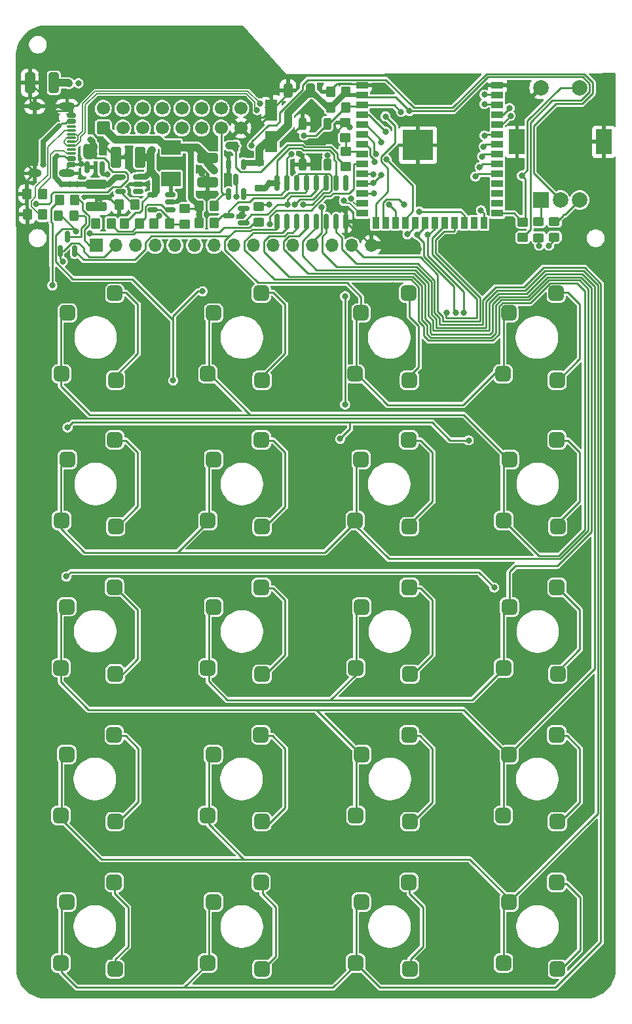
<source format=gbr>
%TF.GenerationSoftware,KiCad,Pcbnew,8.0.5-8.0.5-0~ubuntu22.04.1*%
%TF.CreationDate,2024-11-26T13:49:23+00:00*%
%TF.ProjectId,numcalcium,6e756d63-616c-4636-9975-6d2e6b696361,rev?*%
%TF.SameCoordinates,Original*%
%TF.FileFunction,Copper,L1,Top*%
%TF.FilePolarity,Positive*%
%FSLAX46Y46*%
G04 Gerber Fmt 4.6, Leading zero omitted, Abs format (unit mm)*
G04 Created by KiCad (PCBNEW 8.0.5-8.0.5-0~ubuntu22.04.1) date 2024-11-26 13:49:23*
%MOMM*%
%LPD*%
G01*
G04 APERTURE LIST*
G04 Aperture macros list*
%AMRoundRect*
0 Rectangle with rounded corners*
0 $1 Rounding radius*
0 $2 $3 $4 $5 $6 $7 $8 $9 X,Y pos of 4 corners*
0 Add a 4 corners polygon primitive as box body*
4,1,4,$2,$3,$4,$5,$6,$7,$8,$9,$2,$3,0*
0 Add four circle primitives for the rounded corners*
1,1,$1+$1,$2,$3*
1,1,$1+$1,$4,$5*
1,1,$1+$1,$6,$7*
1,1,$1+$1,$8,$9*
0 Add four rect primitives between the rounded corners*
20,1,$1+$1,$2,$3,$4,$5,0*
20,1,$1+$1,$4,$5,$6,$7,0*
20,1,$1+$1,$6,$7,$8,$9,0*
20,1,$1+$1,$8,$9,$2,$3,0*%
G04 Aperture macros list end*
%TA.AperFunction,SMDPad,CuDef*%
%ADD10RoundRect,0.250000X0.350000X0.450000X-0.350000X0.450000X-0.350000X-0.450000X0.350000X-0.450000X0*%
%TD*%
%TA.AperFunction,SMDPad,CuDef*%
%ADD11RoundRect,0.150000X0.150000X-0.825000X0.150000X0.825000X-0.150000X0.825000X-0.150000X-0.825000X0*%
%TD*%
%TA.AperFunction,SMDPad,CuDef*%
%ADD12RoundRect,0.250000X0.412500X1.100000X-0.412500X1.100000X-0.412500X-1.100000X0.412500X-1.100000X0*%
%TD*%
%TA.AperFunction,ComponentPad*%
%ADD13RoundRect,0.500000X-0.500000X-0.500000X0.500000X-0.500000X0.500000X0.500000X-0.500000X0.500000X0*%
%TD*%
%TA.AperFunction,SMDPad,CuDef*%
%ADD14RoundRect,0.250000X0.450000X-0.325000X0.450000X0.325000X-0.450000X0.325000X-0.450000X-0.325000X0*%
%TD*%
%TA.AperFunction,SMDPad,CuDef*%
%ADD15RoundRect,0.250000X0.550000X-1.137500X0.550000X1.137500X-0.550000X1.137500X-0.550000X-1.137500X0*%
%TD*%
%TA.AperFunction,SMDPad,CuDef*%
%ADD16RoundRect,0.250000X0.450000X-0.350000X0.450000X0.350000X-0.450000X0.350000X-0.450000X-0.350000X0*%
%TD*%
%TA.AperFunction,ComponentPad*%
%ADD17R,2.000000X2.000000*%
%TD*%
%TA.AperFunction,ComponentPad*%
%ADD18C,2.000000*%
%TD*%
%TA.AperFunction,ComponentPad*%
%ADD19R,2.000000X3.200000*%
%TD*%
%TA.AperFunction,SMDPad,CuDef*%
%ADD20RoundRect,0.250000X0.400000X1.075000X-0.400000X1.075000X-0.400000X-1.075000X0.400000X-1.075000X0*%
%TD*%
%TA.AperFunction,SMDPad,CuDef*%
%ADD21RoundRect,0.250000X-1.075000X0.400000X-1.075000X-0.400000X1.075000X-0.400000X1.075000X0.400000X0*%
%TD*%
%TA.AperFunction,ComponentPad*%
%ADD22RoundRect,0.250000X0.600000X-0.600000X0.600000X0.600000X-0.600000X0.600000X-0.600000X-0.600000X0*%
%TD*%
%TA.AperFunction,ComponentPad*%
%ADD23C,1.700000*%
%TD*%
%TA.AperFunction,SMDPad,CuDef*%
%ADD24RoundRect,0.250000X-0.350000X-0.450000X0.350000X-0.450000X0.350000X0.450000X-0.350000X0.450000X0*%
%TD*%
%TA.AperFunction,SMDPad,CuDef*%
%ADD25RoundRect,0.150000X0.587500X0.150000X-0.587500X0.150000X-0.587500X-0.150000X0.587500X-0.150000X0*%
%TD*%
%TA.AperFunction,ComponentPad*%
%ADD26R,1.700000X1.700000*%
%TD*%
%TA.AperFunction,ComponentPad*%
%ADD27O,1.700000X1.700000*%
%TD*%
%TA.AperFunction,SMDPad,CuDef*%
%ADD28RoundRect,0.250000X-1.100000X0.325000X-1.100000X-0.325000X1.100000X-0.325000X1.100000X0.325000X0*%
%TD*%
%TA.AperFunction,SMDPad,CuDef*%
%ADD29RoundRect,0.150000X0.150000X-0.587500X0.150000X0.587500X-0.150000X0.587500X-0.150000X-0.587500X0*%
%TD*%
%TA.AperFunction,SMDPad,CuDef*%
%ADD30RoundRect,0.250000X-0.450000X0.350000X-0.450000X-0.350000X0.450000X-0.350000X0.450000X0.350000X0*%
%TD*%
%TA.AperFunction,SMDPad,CuDef*%
%ADD31R,1.500000X0.900000*%
%TD*%
%TA.AperFunction,SMDPad,CuDef*%
%ADD32R,0.900000X1.500000*%
%TD*%
%TA.AperFunction,HeatsinkPad*%
%ADD33C,0.600000*%
%TD*%
%TA.AperFunction,SMDPad,CuDef*%
%ADD34R,3.900000X3.900000*%
%TD*%
%TA.AperFunction,SMDPad,CuDef*%
%ADD35R,2.500000X1.900000*%
%TD*%
%TA.AperFunction,SMDPad,CuDef*%
%ADD36RoundRect,0.250000X0.325000X0.650000X-0.325000X0.650000X-0.325000X-0.650000X0.325000X-0.650000X0*%
%TD*%
%TA.AperFunction,SMDPad,CuDef*%
%ADD37RoundRect,0.250000X-0.250000X0.525000X-0.250000X-0.525000X0.250000X-0.525000X0.250000X0.525000X0*%
%TD*%
%TA.AperFunction,SMDPad,CuDef*%
%ADD38RoundRect,0.150000X-0.425000X0.150000X-0.425000X-0.150000X0.425000X-0.150000X0.425000X0.150000X0*%
%TD*%
%TA.AperFunction,SMDPad,CuDef*%
%ADD39RoundRect,0.075000X-0.500000X0.075000X-0.500000X-0.075000X0.500000X-0.075000X0.500000X0.075000X0*%
%TD*%
%TA.AperFunction,ComponentPad*%
%ADD40O,2.100000X1.000000*%
%TD*%
%TA.AperFunction,ComponentPad*%
%ADD41O,1.800000X1.000000*%
%TD*%
%TA.AperFunction,SMDPad,CuDef*%
%ADD42RoundRect,0.150000X0.512500X0.150000X-0.512500X0.150000X-0.512500X-0.150000X0.512500X-0.150000X0*%
%TD*%
%TA.AperFunction,SMDPad,CuDef*%
%ADD43RoundRect,0.250000X-0.325000X-0.450000X0.325000X-0.450000X0.325000X0.450000X-0.325000X0.450000X0*%
%TD*%
%TA.AperFunction,SMDPad,CuDef*%
%ADD44RoundRect,0.150000X0.150000X-0.512500X0.150000X0.512500X-0.150000X0.512500X-0.150000X-0.512500X0*%
%TD*%
%TA.AperFunction,SMDPad,CuDef*%
%ADD45RoundRect,0.225000X-0.375000X0.225000X-0.375000X-0.225000X0.375000X-0.225000X0.375000X0.225000X0*%
%TD*%
%TA.AperFunction,ViaPad*%
%ADD46C,0.800000*%
%TD*%
%TA.AperFunction,Conductor*%
%ADD47C,0.250000*%
%TD*%
%TA.AperFunction,Conductor*%
%ADD48C,0.750000*%
%TD*%
%TA.AperFunction,Conductor*%
%ADD49C,0.160000*%
%TD*%
%TA.AperFunction,Conductor*%
%ADD50C,1.000000*%
%TD*%
%TA.AperFunction,Conductor*%
%ADD51C,0.660000*%
%TD*%
%TA.AperFunction,Conductor*%
%ADD52C,0.200000*%
%TD*%
%TA.AperFunction,Conductor*%
%ADD53C,0.500000*%
%TD*%
G04 APERTURE END LIST*
D10*
%TO.P,R16,1*%
%TO.N,Net-(J2-CC2)*%
X2893846Y12190246D03*
%TO.P,R16,2*%
%TO.N,GND*%
X893846Y12190246D03*
%TD*%
D11*
%TO.P,U3,1,QB*%
%TO.N,Net-(Q7-S)*%
X33272246Y8611846D03*
%TO.P,U3,2,QC*%
%TO.N,Net-(U3-QC)*%
X34542246Y8611846D03*
%TO.P,U3,3,QD*%
%TO.N,Net-(U3-QD)*%
X35812246Y8611846D03*
%TO.P,U3,4,QE*%
%TO.N,Net-(U3-QE)*%
X37082246Y8611846D03*
%TO.P,U3,5,QF*%
%TO.N,Net-(U3-QF)*%
X38352246Y8611846D03*
%TO.P,U3,6,QG*%
%TO.N,Net-(U3-QG)*%
X39622246Y8611846D03*
%TO.P,U3,7,QH*%
%TO.N,Net-(U3-QH)*%
X40892246Y8611846D03*
%TO.P,U3,8,GND*%
%TO.N,GND*%
X42162246Y8611846D03*
%TO.P,U3,9,QH'*%
%TO.N,unconnected-(U3-QH'-Pad9)*%
X42162246Y13561846D03*
%TO.P,U3,10,~{SRCLR}*%
%TO.N,VDD*%
X40892246Y13561846D03*
%TO.P,U3,11,SRCLK*%
%TO.N,IO_CK*%
X39622246Y13561846D03*
%TO.P,U3,12,RCLK*%
%TO.N,IO_OE*%
X38352246Y13561846D03*
%TO.P,U3,13,~{OE}*%
%TO.N,Net-(Q6-D)*%
X37082246Y13561846D03*
%TO.P,U3,14,SER*%
%TO.N,IO_D*%
X35812246Y13561846D03*
%TO.P,U3,15,QA*%
%TO.N,Net-(Q3-S)*%
X34542246Y13561846D03*
%TO.P,U3,16,VCC*%
%TO.N,VDD*%
X33272246Y13561846D03*
%TD*%
D12*
%TO.P,C3,1*%
%TO.N,VBAT*%
X15530746Y16914646D03*
%TO.P,C3,2*%
%TO.N,GND*%
X12405746Y16914646D03*
%TD*%
D13*
%TO.P,SW15,1,1*%
%TO.N,Net-(D15-A)*%
X50250246Y-19585154D03*
X50350246Y-30800154D03*
%TO.P,SW15,2,2*%
%TO.N,Net-(U3-QD)*%
X43350246Y-30000154D03*
X44100246Y-22125154D03*
%TD*%
D14*
%TO.P,D22,1,K*%
%TO.N,IO_CK*%
X67054246Y6526446D03*
%TO.P,D22,2,A*%
%TO.N,Net-(D22-A)*%
X67054246Y8576446D03*
%TD*%
D13*
%TO.P,SW6,1,1*%
%TO.N,Net-(D6-A)*%
X31155246Y-57684154D03*
X31255246Y-68899154D03*
%TO.P,SW6,2,2*%
%TO.N,Net-(U3-QG)*%
X24255246Y-68099154D03*
X25005246Y-60224154D03*
%TD*%
D10*
%TO.P,R2,1*%
%TO.N,Net-(U2-EN)*%
X11777246Y8354846D03*
%TO.P,R2,2*%
%TO.N,#LOW_POWER_REQ*%
X9777246Y8354846D03*
%TD*%
D13*
%TO.P,SW1,1,1*%
%TO.N,Net-(D1-A)*%
X12190246Y-76735154D03*
X12290246Y-87950154D03*
%TO.P,SW1,2,2*%
%TO.N,Net-(U3-QH)*%
X5290246Y-87150154D03*
X6040246Y-79275154D03*
%TD*%
%TO.P,SW16,1,1*%
%TO.N,Net-(D16-A)*%
X69427246Y-19585154D03*
X69527246Y-30800154D03*
%TO.P,SW16,2,2*%
%TO.N,Net-(U3-QC)*%
X62527246Y-30000154D03*
X63277246Y-22125154D03*
%TD*%
D10*
%TO.P,R14,1*%
%TO.N,RST*%
X42146246Y23366246D03*
%TO.P,R14,2*%
%TO.N,VDD_AON*%
X40146246Y23366246D03*
%TD*%
%TO.P,R9,1*%
%TO.N,Net-(U2-FB)*%
X19346446Y8380246D03*
%TO.P,R9,2*%
%TO.N,GND*%
X17346446Y8380246D03*
%TD*%
D15*
%TO.P,C6,1*%
%TO.N,VDD_AON*%
X32510246Y18911046D03*
%TO.P,C6,2*%
%TO.N,GND*%
X32510246Y23036046D03*
%TD*%
D10*
%TO.P,R17,1*%
%TO.N,Net-(J2-CC1)*%
X2944646Y9497846D03*
%TO.P,R17,2*%
%TO.N,GND*%
X944646Y9497846D03*
%TD*%
D16*
%TO.P,R5,1*%
%TO.N,VBAT*%
X42111446Y15695446D03*
%TO.P,R5,2*%
%TO.N,VBAT_MON*%
X42111446Y17695446D03*
%TD*%
D13*
%TO.P,SW18,1,1*%
%TO.N,Net-(D18-A)*%
X31200246Y-662154D03*
X31300246Y-11877154D03*
%TO.P,SW18,2,2*%
%TO.N,Net-(U3-QC)*%
X24300246Y-11077154D03*
X25050246Y-3202154D03*
%TD*%
%TO.P,SW17,1,1*%
%TO.N,Net-(D17-A)*%
X12277246Y-662154D03*
X12377246Y-11877154D03*
%TO.P,SW17,2,2*%
%TO.N,Net-(U3-QC)*%
X5377246Y-11077154D03*
X6127246Y-3202154D03*
%TD*%
D10*
%TO.P,R4,1*%
%TO.N,Net-(U1-PROG)*%
X14866646Y10793246D03*
%TO.P,R4,2*%
%TO.N,GND*%
X12866646Y10793246D03*
%TD*%
D17*
%TO.P,SW21,A,A*%
%TO.N,Net-(D22-A)*%
X67360246Y11395846D03*
D18*
%TO.P,SW21,B,B*%
%TO.N,Net-(D23-A)*%
X72360246Y11395846D03*
%TO.P,SW21,C,C*%
%TO.N,Net-(Q3-S)*%
X69860246Y11395846D03*
D19*
%TO.P,SW21,MP,MOUNT*%
%TO.N,GND*%
X64260246Y18895846D03*
X75460246Y18895846D03*
D18*
%TO.P,SW21,S1,S1*%
%TO.N,#B_OK*%
X72360246Y25895846D03*
%TO.P,SW21,S2,S2*%
%TO.N,GND*%
X67360246Y25895846D03*
%TD*%
D20*
%TO.P,C5,1*%
%TO.N,VDD*%
X4393046Y26515846D03*
%TO.P,C5,2*%
%TO.N,GND*%
X1293046Y26515846D03*
%TD*%
D21*
%TO.P,C2,1*%
%TO.N,VDD*%
X24255246Y16788846D03*
%TO.P,C2,2*%
%TO.N,GND*%
X24255246Y13688846D03*
%TD*%
D22*
%TO.P,J1,1,Pin_1*%
%TO.N,VDD*%
X10767846Y20673846D03*
D23*
%TO.P,J1,2,Pin_2*%
%TO.N,Net-(J1-Pin_2)*%
X10767846Y23213846D03*
%TO.P,J1,3,Pin_3*%
%TO.N,RX1*%
X13307846Y20673846D03*
%TO.P,J1,4,Pin_4*%
%TO.N,Net-(J1-Pin_4)*%
X13307846Y23213846D03*
%TO.P,J1,5,Pin_5*%
%TO.N,TX1*%
X15847846Y20673846D03*
%TO.P,J1,6,Pin_6*%
%TO.N,Net-(J1-Pin_6)*%
X15847846Y23213846D03*
%TO.P,J1,7,Pin_7*%
%TO.N,Net-(J1-Pin_7)*%
X18387846Y20673846D03*
%TO.P,J1,8,Pin_8*%
%TO.N,Net-(J1-Pin_8)*%
X18387846Y23213846D03*
%TO.P,J1,9,Pin_9*%
%TO.N,Net-(J1-Pin_9)*%
X20927846Y20673846D03*
%TO.P,J1,10,Pin_10*%
%TO.N,Net-(J1-Pin_10)*%
X20927846Y23213846D03*
%TO.P,J1,11,Pin_11*%
%TO.N,VBAT*%
X23467846Y20673846D03*
%TO.P,J1,12,Pin_12*%
%TO.N,Net-(J1-Pin_12)*%
X23467846Y23213846D03*
%TO.P,J1,13,Pin_13*%
%TO.N,CART_SENSE*%
X26007846Y20673846D03*
%TO.P,J1,14,Pin_14*%
%TO.N,Net-(J1-Pin_14)*%
X26007846Y23213846D03*
%TO.P,J1,15,Pin_15*%
%TO.N,GND*%
X28547846Y20673846D03*
%TO.P,J1,16,Pin_16*%
%TO.N,Net-(J1-Pin_16)*%
X28547846Y23213846D03*
%TD*%
D13*
%TO.P,SW14,1,1*%
%TO.N,Net-(D14-A)*%
X31200246Y-19585154D03*
X31300246Y-30800154D03*
%TO.P,SW14,2,2*%
%TO.N,Net-(U3-QD)*%
X24300246Y-30000154D03*
X25050246Y-22125154D03*
%TD*%
%TO.P,SW10,1,1*%
%TO.N,Net-(D10-A)*%
X31200246Y-38634154D03*
X31300246Y-49849154D03*
%TO.P,SW10,2,2*%
%TO.N,Net-(U3-QE)*%
X24300246Y-49049154D03*
X25050246Y-41174154D03*
%TD*%
D24*
%TO.P,R15,1*%
%TO.N,VDD*%
X23144246Y10615446D03*
%TO.P,R15,2*%
%TO.N,CART_SENSE*%
X25144246Y10615446D03*
%TD*%
D16*
%TO.P,R12,1*%
%TO.N,VDD_AON*%
X65022246Y6558446D03*
%TO.P,R12,2*%
%TO.N,#B_OK*%
X65022246Y8558446D03*
%TD*%
D25*
%TO.P,Q6,1,G*%
%TO.N,IO_OE*%
X28875746Y8420846D03*
%TO.P,Q6,2,S*%
%TO.N,GND*%
X28875746Y10320846D03*
%TO.P,Q6,3,D*%
%TO.N,Net-(Q6-D)*%
X27000746Y9370846D03*
%TD*%
D26*
%TO.P,IPC1,1,Pin_1*%
%TO.N,VDD*%
X9853446Y5535446D03*
D27*
%TO.P,IPC1,2,Pin_2*%
%TO.N,/Main/SD_DET*%
X12393446Y5535446D03*
%TO.P,IPC1,3,Pin_3*%
%TO.N,/Main/LCD_CS*%
X14933446Y5535446D03*
%TO.P,IPC1,4,Pin_4*%
%TO.N,/Main/MISO*%
X17473446Y5535446D03*
%TO.P,IPC1,5,Pin_5*%
%TO.N,/Main/MOSI*%
X20013446Y5535446D03*
%TO.P,IPC1,6,Pin_6*%
%TO.N,/Main/CK*%
X22553446Y5535446D03*
%TO.P,IPC1,7,Pin_7*%
%TO.N,/Main/SD_CS*%
X25093446Y5535446D03*
%TO.P,IPC1,8,Pin_8*%
%TO.N,/Main/LCD_DC*%
X27633446Y5535446D03*
%TO.P,IPC1,9,Pin_9*%
%TO.N,/Main/LCD_LED*%
X30173446Y5535446D03*
%TO.P,IPC1,10,Pin_10*%
%TO.N,RX1*%
X32713446Y5535446D03*
%TO.P,IPC1,11,Pin_11*%
%TO.N,TX1*%
X35253446Y5535446D03*
%TO.P,IPC1,12,Pin_12*%
%TO.N,RST*%
X37793446Y5535446D03*
%TO.P,IPC1,13,Pin_13*%
%TO.N,/Main/STATUS_LED*%
X40333446Y5535446D03*
%TO.P,IPC1,14,Pin_14*%
%TO.N,/Main/BUZ_DRIVE*%
X42873446Y5535446D03*
%TO.P,IPC1,15,Pin_15*%
%TO.N,GND*%
X45413446Y5535446D03*
%TD*%
D28*
%TO.P,C1,1*%
%TO.N,VBUS*%
X9904246Y13462046D03*
%TO.P,C1,2*%
%TO.N,GND*%
X9904246Y10512046D03*
%TD*%
D29*
%TO.P,Q7,1,G*%
%TO.N,/Main/SD_DET*%
X5171946Y4801146D03*
%TO.P,Q7,2,S*%
%TO.N,Net-(Q7-S)*%
X7071946Y4801146D03*
%TO.P,Q7,3,D*%
%TO.N,Net-(D21-A)*%
X6121946Y6676146D03*
%TD*%
D30*
%TO.P,R8,1*%
%TO.N,VDD*%
X21308846Y10253246D03*
%TO.P,R8,2*%
%TO.N,Net-(U2-FB)*%
X21308846Y8253246D03*
%TD*%
D31*
%TO.P,U4,1,GND*%
%TO.N,GND*%
X44220246Y26187846D03*
%TO.P,U4,2,3V3*%
%TO.N,VDD_AON*%
X44220246Y24917846D03*
%TO.P,U4,3,EN*%
%TO.N,RST*%
X44220246Y23647846D03*
%TO.P,U4,4,IO4*%
%TO.N,Net-(J1-Pin_8)*%
X44220246Y22377846D03*
%TO.P,U4,5,IO5*%
%TO.N,Net-(J1-Pin_10)*%
X44220246Y21107846D03*
%TO.P,U4,6,IO6*%
%TO.N,Net-(J1-Pin_12)*%
X44220246Y19837846D03*
%TO.P,U4,7,IO7*%
%TO.N,Net-(J1-Pin_14)*%
X44220246Y18567846D03*
%TO.P,U4,8,IO15*%
%TO.N,VBAT_MON*%
X44220246Y17297846D03*
%TO.P,U4,9,IO16*%
%TO.N,#LOW_POWER_REQ*%
X44220246Y16027846D03*
%TO.P,U4,10,IO17*%
%TO.N,TX1*%
X44220246Y14757846D03*
%TO.P,U4,11,IO18*%
%TO.N,RX1*%
X44220246Y13487846D03*
%TO.P,U4,12,IO8*%
%TO.N,Net-(J1-Pin_16)*%
X44220246Y12217846D03*
%TO.P,U4,13,IO19*%
%TO.N,USB-*%
X44220246Y10947846D03*
%TO.P,U4,14,IO20*%
%TO.N,USB+*%
X44220246Y9677846D03*
D32*
%TO.P,U4,15,IO3*%
%TO.N,Net-(J1-Pin_6)*%
X45985246Y8427846D03*
%TO.P,U4,16,IO46*%
%TO.N,/Main/LCD_LED*%
X47255246Y8427846D03*
%TO.P,U4,17,IO9*%
%TO.N,Net-(J1-Pin_9)*%
X48525246Y8427846D03*
%TO.P,U4,18,IO10*%
%TO.N,Net-(J1-Pin_7)*%
X49795246Y8427846D03*
%TO.P,U4,19,IO11*%
%TO.N,IO_OE*%
X51065246Y8427846D03*
%TO.P,U4,20,IO12*%
%TO.N,IO_CK*%
X52335246Y8427846D03*
%TO.P,U4,21,IO13*%
%TO.N,IO_D*%
X53605246Y8427846D03*
%TO.P,U4,22,IO14*%
%TO.N,IO_T*%
X54875246Y8427846D03*
%TO.P,U4,23,IO21*%
%TO.N,/Main/BUZ_DRIVE*%
X56145246Y8427846D03*
%TO.P,U4,24,IO47*%
%TO.N,/Main/STATUS_LED*%
X57415246Y8427846D03*
%TO.P,U4,25,IO48*%
%TO.N,unconnected-(U4-IO48-Pad25)*%
X58685246Y8427846D03*
%TO.P,U4,26,IO45*%
%TO.N,/Main/LCD_DC*%
X59955246Y8427846D03*
D31*
%TO.P,U4,27,IO0*%
%TO.N,#B_OK*%
X61720246Y9677846D03*
%TO.P,U4,28,IO35*%
%TO.N,unconnected-(U4-IO35-Pad28)*%
X61720246Y10947846D03*
%TO.P,U4,29,IO36*%
%TO.N,unconnected-(U4-IO36-Pad29)*%
X61720246Y12217846D03*
%TO.P,U4,30,IO37*%
%TO.N,unconnected-(U4-IO37-Pad30)*%
X61720246Y13487846D03*
%TO.P,U4,31,IO38*%
%TO.N,/Main/SD_CS*%
X61720246Y14757846D03*
%TO.P,U4,32,IO39*%
%TO.N,/Main/CK*%
X61720246Y16027846D03*
%TO.P,U4,33,IO40*%
%TO.N,/Main/MOSI*%
X61720246Y17297846D03*
%TO.P,U4,34,IO41*%
%TO.N,/Main/MISO*%
X61720246Y18567846D03*
%TO.P,U4,35,IO42*%
%TO.N,/Main/LCD_CS*%
X61720246Y19837846D03*
%TO.P,U4,36,RXD0*%
%TO.N,Net-(J3-Pin_4)*%
X61720246Y21107846D03*
%TO.P,U4,37,TXD0*%
%TO.N,Net-(J3-Pin_2)*%
X61720246Y22377846D03*
%TO.P,U4,38,IO2*%
%TO.N,Net-(J1-Pin_4)*%
X61720246Y23647846D03*
%TO.P,U4,39,IO1*%
%TO.N,Net-(J1-Pin_2)*%
X61720246Y24917846D03*
%TO.P,U4,40,GND*%
%TO.N,GND*%
X61720246Y26187846D03*
D33*
%TO.P,U4,41,GND*%
X50070246Y19167846D03*
X50070246Y17767846D03*
X50770246Y19867846D03*
X50770246Y18467846D03*
X50770246Y17067846D03*
X51470246Y19167846D03*
D34*
X51470246Y18467846D03*
D33*
X51470246Y17767846D03*
X52170246Y19867846D03*
X52170246Y18467846D03*
X52170246Y17067846D03*
X52870246Y19167846D03*
X52870246Y17767846D03*
%TD*%
D35*
%TO.P,L1,1,1*%
%TO.N,Net-(U2-LX)*%
X19556246Y14069846D03*
%TO.P,L1,2,2*%
%TO.N,VDD*%
X19556246Y18169846D03*
%TD*%
D10*
%TO.P,R11,1*%
%TO.N,VDD*%
X7110246Y11377446D03*
%TO.P,R11,2*%
%TO.N,/Main/SD_DET*%
X5110246Y11377446D03*
%TD*%
D13*
%TO.P,SW3,1,1*%
%TO.N,Net-(D3-A)*%
X50290246Y-76735154D03*
X50390246Y-87950154D03*
%TO.P,SW3,2,2*%
%TO.N,Net-(U3-QH)*%
X43390246Y-87150154D03*
X44140246Y-79275154D03*
%TD*%
%TO.P,SW20,1,1*%
%TO.N,Net-(D20-A)*%
X69340246Y-662154D03*
X69440246Y-11877154D03*
%TO.P,SW20,2,2*%
%TO.N,Net-(Q7-S)*%
X62440246Y-11077154D03*
X63190246Y-3202154D03*
%TD*%
D24*
%TO.P,R3,1*%
%TO.N,VBAT*%
X13485646Y8354846D03*
%TO.P,R3,2*%
%TO.N,Net-(U2-EN)*%
X15485646Y8354846D03*
%TD*%
D13*
%TO.P,SW2,1,1*%
%TO.N,Net-(D2-A)*%
X31167246Y-76735154D03*
X31267246Y-87950154D03*
%TO.P,SW2,2,2*%
%TO.N,Net-(U3-QH)*%
X24267246Y-87150154D03*
X25017246Y-79275154D03*
%TD*%
%TO.P,SW9,1,1*%
%TO.N,Net-(D9-A)*%
X12217246Y-38600154D03*
X12317246Y-49815154D03*
%TO.P,SW9,2,2*%
%TO.N,Net-(U3-QF)*%
X5317246Y-49015154D03*
X6067246Y-41140154D03*
%TD*%
D24*
%TO.P,R10,1*%
%TO.N,VDD*%
X23128246Y8431046D03*
%TO.P,R10,2*%
%TO.N,Net-(Q6-D)*%
X25128246Y8431046D03*
%TD*%
D13*
%TO.P,SW4,1,1*%
%TO.N,Net-(D4-A)*%
X69394246Y-76735154D03*
X69494246Y-87950154D03*
%TO.P,SW4,2,2*%
%TO.N,Net-(U3-QG)*%
X62494246Y-87150154D03*
X63244246Y-79275154D03*
%TD*%
%TO.P,SW11,1,1*%
%TO.N,Net-(D11-A)*%
X50332246Y-38634154D03*
X50432246Y-49849154D03*
%TO.P,SW11,2,2*%
%TO.N,Net-(U3-QE)*%
X43432246Y-49049154D03*
X44182246Y-41174154D03*
%TD*%
%TO.P,SW13,1,1*%
%TO.N,Net-(D13-A)*%
X12277246Y-19585154D03*
X12377246Y-30800154D03*
%TO.P,SW13,2,2*%
%TO.N,Net-(U3-QD)*%
X5377246Y-30000154D03*
X6127246Y-22125154D03*
%TD*%
D36*
%TO.P,C7,1*%
%TO.N,VDD_AON*%
X37590246Y25550646D03*
%TO.P,C7,2*%
%TO.N,GND*%
X34640246Y25550646D03*
%TD*%
D13*
%TO.P,SW5,1,1*%
%TO.N,Net-(D5-A)*%
X12190246Y-57685154D03*
X12290246Y-68900154D03*
%TO.P,SW5,2,2*%
%TO.N,Net-(U3-QG)*%
X5290246Y-68100154D03*
X6040246Y-60225154D03*
%TD*%
%TO.P,SW19,1,1*%
%TO.N,Net-(D19-A)*%
X50250246Y-662154D03*
X50350246Y-11877154D03*
%TO.P,SW19,2,2*%
%TO.N,Net-(Q7-S)*%
X43350246Y-11077154D03*
X44100246Y-3202154D03*
%TD*%
D37*
%TO.P,SW22,1,1*%
%TO.N,RST*%
X39749246Y21224846D03*
X39749246Y15974846D03*
%TO.P,SW22,2,2*%
%TO.N,GND*%
X36549246Y21224846D03*
X36549246Y15974846D03*
%TD*%
D38*
%TO.P,J2,A1,GND*%
%TO.N,GND*%
X6669246Y22347846D03*
%TO.P,J2,A4,VBUS*%
%TO.N,VBUS*%
X6669246Y21547846D03*
D39*
%TO.P,J2,A5,CC1*%
%TO.N,Net-(J2-CC1)*%
X6669246Y20397846D03*
%TO.P,J2,A6,D+*%
%TO.N,USB+*%
X6669246Y19397846D03*
%TO.P,J2,A7,D-*%
%TO.N,USB-*%
X6669246Y18897846D03*
%TO.P,J2,A8,SBU1*%
%TO.N,unconnected-(J2-SBU1-PadA8)*%
X6669246Y17897846D03*
D38*
%TO.P,J2,A9,VBUS*%
%TO.N,VBUS*%
X6669246Y16747846D03*
%TO.P,J2,A12,GND*%
%TO.N,GND*%
X6669246Y15947846D03*
%TO.P,J2,B1,GND*%
X6669246Y15947846D03*
%TO.P,J2,B4,VBUS*%
%TO.N,VBUS*%
X6669246Y16747846D03*
D39*
%TO.P,J2,B5,CC2*%
%TO.N,Net-(J2-CC2)*%
X6669246Y17397846D03*
%TO.P,J2,B6,D+*%
%TO.N,USB+*%
X6669246Y18397846D03*
%TO.P,J2,B7,D-*%
%TO.N,USB-*%
X6669246Y19897846D03*
%TO.P,J2,B8,SBU2*%
%TO.N,unconnected-(J2-SBU2-PadB8)*%
X6669246Y20897846D03*
D38*
%TO.P,J2,B9,VBUS*%
%TO.N,VBUS*%
X6669246Y21547846D03*
%TO.P,J2,B12,GND*%
%TO.N,GND*%
X6669246Y22347846D03*
D40*
%TO.P,J2,S1,SHIELD*%
X6094246Y23467846D03*
D41*
X1914246Y23467846D03*
D40*
X6094246Y14827846D03*
D41*
X1914246Y14827846D03*
%TD*%
D13*
%TO.P,SW8,1,1*%
%TO.N,Net-(D8-A)*%
X69382246Y-57684154D03*
X69482246Y-68899154D03*
%TO.P,SW8,2,2*%
%TO.N,Net-(U3-QF)*%
X62482246Y-68099154D03*
X63232246Y-60224154D03*
%TD*%
D29*
%TO.P,Q3,1,G*%
%TO.N,CART_SENSE*%
X26988246Y12164846D03*
%TO.P,Q3,2,S*%
%TO.N,Net-(Q3-S)*%
X28888246Y12164846D03*
%TO.P,Q3,3,D*%
%TO.N,Net-(D24-A)*%
X27938246Y14039846D03*
%TD*%
D42*
%TO.P,U2,1,EN*%
%TO.N,Net-(U2-EN)*%
X19429246Y10158246D03*
%TO.P,U2,2,GND*%
%TO.N,GND*%
X19429246Y11108246D03*
%TO.P,U2,3,LX*%
%TO.N,Net-(U2-LX)*%
X19429246Y12058246D03*
%TO.P,U2,4,VIN*%
%TO.N,VBAT*%
X17154246Y12058246D03*
%TO.P,U2,5,FB*%
%TO.N,Net-(U2-FB)*%
X17154246Y10158246D03*
%TD*%
D13*
%TO.P,SW7,1,1*%
%TO.N,Net-(D7-A)*%
X50332246Y-57684154D03*
X50432246Y-68899154D03*
%TO.P,SW7,2,2*%
%TO.N,Net-(U3-QF)*%
X43432246Y-68099154D03*
X44182246Y-60224154D03*
%TD*%
D43*
%TO.P,D21,1,K*%
%TO.N,IO_T*%
X4976646Y9396246D03*
%TO.P,D21,2,A*%
%TO.N,Net-(D21-A)*%
X7026646Y9396246D03*
%TD*%
D44*
%TO.P,U6,1,GND*%
%TO.N,GND*%
X26988246Y15980346D03*
%TO.P,U6,2,VO*%
%TO.N,VDD_AON*%
X28888246Y15980346D03*
%TO.P,U6,3,VI*%
%TO.N,VBAT*%
X27938246Y18255346D03*
%TD*%
D13*
%TO.P,SW12,1,1*%
%TO.N,Net-(D12-A)*%
X69427246Y-38635154D03*
X69527246Y-49850154D03*
%TO.P,SW12,2,2*%
%TO.N,Net-(U3-QE)*%
X62527246Y-49050154D03*
X63277246Y-41175154D03*
%TD*%
D16*
%TO.P,R6,1*%
%TO.N,VBAT_MON*%
X42060646Y19411446D03*
%TO.P,R6,2*%
%TO.N,GND*%
X42060646Y21411446D03*
%TD*%
D10*
%TO.P,C8,1*%
%TO.N,VDD_AON*%
X42162246Y25398246D03*
%TO.P,C8,2*%
%TO.N,GND*%
X40162246Y25398246D03*
%TD*%
D29*
%TO.P,Q1,1,G*%
%TO.N,GND*%
X8700246Y15649246D03*
%TO.P,Q1,2,S*%
%TO.N,VBAT*%
X10600246Y15649246D03*
%TO.P,Q1,3,D*%
%TO.N,Net-(BT1-+)*%
X9650246Y17524246D03*
%TD*%
D14*
%TO.P,D23,1,K*%
%TO.N,IO_D*%
X69086246Y6577246D03*
%TO.P,D23,2,A*%
%TO.N,Net-(D23-A)*%
X69086246Y8627246D03*
%TD*%
D45*
%TO.P,D28,1,K*%
%TO.N,VDD_AON*%
X30986246Y16227846D03*
%TO.P,D28,2,A*%
%TO.N,VDD*%
X30986246Y12927846D03*
%TD*%
D14*
%TO.P,D24,1,K*%
%TO.N,IO_T*%
X30833846Y8481846D03*
%TO.P,D24,2,A*%
%TO.N,Net-(D24-A)*%
X30833846Y10531846D03*
%TD*%
D42*
%TO.P,U1,1,~{CHRG}*%
%TO.N,unconnected-(U1-~{CHRG}-Pad1)*%
X15258146Y12496146D03*
%TO.P,U1,2,GND*%
%TO.N,GND*%
X15258146Y13446146D03*
%TO.P,U1,3,BAT*%
%TO.N,VBAT*%
X15258146Y14396146D03*
%TO.P,U1,4,V_{CC}*%
%TO.N,VBUS*%
X12983146Y14396146D03*
%TO.P,U1,5,PROG*%
%TO.N,Net-(U1-PROG)*%
X12983146Y12496146D03*
%TD*%
D46*
%TO.N,GND*%
X5078246Y32865846D03*
%TO.N,Net-(J1-Pin_14)*%
X45819846Y16305046D03*
%TO.N,GND*%
X24925808Y29655284D03*
%TO.N,VDD*%
X23128246Y8431046D03*
%TO.N,GND*%
X30224246Y20267446D03*
%TO.N,Net-(BT1-+)*%
X8659646Y17067046D03*
%TO.N,IO_CK*%
X42035246Y-1043154D03*
%TO.N,GND*%
X17905246Y-6123154D03*
X71270646Y18921246D03*
X42619446Y20826246D03*
X71270646Y18921246D03*
%TO.N,IO_CK*%
X42035246Y-15013154D03*
%TO.N,GND*%
X5840246Y24991846D03*
%TO.N,VDD*%
X7567446Y26465046D03*
%TO.N,Net-(BT1-+)*%
X2111446Y10920246D03*
%TO.N,GND*%
X70056977Y5479115D03*
X63244246Y26160246D03*
X62990246Y4367046D03*
X57275246Y-44223154D03*
%TO.N,/Main/SD_DET*%
X4189246Y353846D03*
%TO.N,GND*%
X73988446Y14654046D03*
X38225246Y-6123154D03*
%TO.N,VBAT*%
X16863846Y15085846D03*
%TO.N,IO_CK*%
X56386246Y-3163154D03*
%TO.N,GND*%
X76325246Y-29618154D03*
X76325246Y2131846D03*
X76198246Y26261846D03*
X10666246Y18743446D03*
X68578246Y19657846D03*
X71270646Y18921246D03*
X760246Y-23268154D03*
X760246Y-61368154D03*
X17270246Y-25173154D03*
%TO.N,Net-(Q3-S)*%
X29970246Y18413246D03*
%TO.N,GND*%
X74623446Y10767846D03*
X10412246Y11529846D03*
X2792246Y26515846D03*
X71072977Y6495115D03*
%TO.N,VDD*%
X23144246Y10615446D03*
%TO.N,IO_CK*%
X35532846Y10843246D03*
%TO.N,GND*%
X46988246Y25880846D03*
X71270646Y18921246D03*
%TO.N,VDD*%
X32256246Y13561846D03*
%TO.N,GND*%
X24890246Y-89308154D03*
%TO.N,Net-(J1-Pin_2)*%
X60043846Y24991846D03*
%TO.N,USB-*%
X42772531Y11606668D03*
%TO.N,GND*%
X69040977Y4463115D03*
X71270646Y18921246D03*
%TO.N,Net-(J1-Pin_12)*%
X45999415Y17348215D03*
%TO.N,GND*%
X17905246Y-44223154D03*
X76325246Y-35968154D03*
X58545246Y-9298154D03*
X44194246Y7262646D03*
%TO.N,VDD*%
X25144246Y15212846D03*
%TO.N,IO_CK*%
X67105046Y5484646D03*
%TO.N,GND*%
X68578246Y18133846D03*
%TO.N,IO_CK*%
X41400246Y-19458154D03*
X51357046Y6907046D03*
%TO.N,VBUS*%
X6449846Y13460246D03*
%TO.N,GND*%
X72088977Y7511115D03*
X760246Y-55018154D03*
X760246Y-86768154D03*
X4062246Y22705846D03*
X76325246Y-86768154D03*
%TO.N,VDD*%
X24382246Y16000246D03*
X6297446Y26465046D03*
%TO.N,GND*%
X6856246Y24991846D03*
X9685808Y29655284D03*
X71270646Y18921246D03*
X36955246Y-44858154D03*
X760246Y-35968154D03*
%TO.N,Net-(BT1-+)*%
X9116846Y19226046D03*
%TO.N,GND*%
X20826246Y12037846D03*
X70102246Y19657846D03*
X52957246Y26515846D03*
X17778246Y26515846D03*
X35558246Y19708646D03*
X23467846Y14781046D03*
X56259246Y26515846D03*
X760246Y-16918154D03*
X76325246Y-55018154D03*
X76325246Y-4218154D03*
%TO.N,VBUS*%
X2989446Y15988246D03*
%TO.N,GND*%
X28649446Y9548646D03*
%TO.N,IO_D*%
X52728646Y6907046D03*
%TO.N,VBAT*%
X17092446Y17803646D03*
%TO.N,GND*%
X15238246Y26515846D03*
%TO.N,Net-(J1-Pin_9)*%
X47674846Y10767846D03*
%TO.N,IO_T*%
X5992646Y-37238154D03*
%TO.N,RX1*%
X45667446Y13561846D03*
%TO.N,GND*%
X76325246Y-42318154D03*
%TO.N,Net-(BT1-+)*%
X9585346Y18452746D03*
%TO.N,GND*%
X11428246Y26515846D03*
X32041219Y23295454D03*
%TO.N,Net-(Q3-S)*%
X35075646Y17321046D03*
%TO.N,GND*%
X50341046Y5027446D03*
X71270646Y18921246D03*
X17983387Y9339967D03*
%TO.N,IO_T*%
X23620246Y-408154D03*
X19806246Y-11913154D03*
%TO.N,GND*%
X16488445Y13390763D03*
X760246Y-42318154D03*
X10031246Y2512846D03*
%TO.N,Net-(J1-Pin_16)*%
X45792246Y12217846D03*
%TO.N,IO_D*%
X36650446Y10796846D03*
%TO.N,/Main/SD_DET*%
X5535446Y3452646D03*
%TO.N,IO_D*%
X68375046Y5484646D03*
%TO.N,GND*%
X54608246Y26515846D03*
%TO.N,VBUS*%
X7415046Y13460246D03*
%TO.N,GND*%
X76198246Y24737846D03*
%TO.N,Net-(BT1-+)*%
X8583446Y18235446D03*
%TO.N,IO_OE*%
X34567646Y10843246D03*
%TO.N,/Main/LCD_LED*%
X49680646Y10767846D03*
%TO.N,GND*%
X71270646Y18921246D03*
X24890246Y12037846D03*
X5078246Y29309846D03*
X76198246Y23213846D03*
%TO.N,USB-*%
X31005587Y23871810D03*
%TO.N,#LOW_POWER_REQ*%
X32332446Y8259647D03*
%TO.N,GND*%
X19810246Y29655284D03*
X71270646Y18921246D03*
X76325246Y-10568154D03*
%TO.N,Net-(D24-A)*%
X27989046Y11834646D03*
%TO.N,IO_D*%
X57402246Y-3163154D03*
%TO.N,IO_OE*%
X50087046Y6957846D03*
%TO.N,GND*%
X67562246Y20673846D03*
X760246Y-67718154D03*
%TO.N,/Main/SD_CS*%
X58875446Y14425446D03*
%TO.N,Net-(J1-Pin_4)*%
X60043846Y23772646D03*
%TO.N,GND*%
X13841246Y17117846D03*
X71270646Y18921246D03*
X60450246Y4367046D03*
X760246Y-29618154D03*
%TO.N,VDD_AON*%
X50367942Y22882846D03*
%TO.N,GND*%
X963446Y12241046D03*
X38225246Y-82323154D03*
%TO.N,IO_CK*%
X58011846Y-19661354D03*
%TO.N,GND*%
X760246Y-80418154D03*
%TO.N,IO_T*%
X55136734Y-3181421D03*
%TO.N,VBAT*%
X11326646Y14730246D03*
%TO.N,RX1*%
X46736015Y14579615D03*
%TO.N,RST*%
X49274246Y22756646D03*
%TO.N,GND*%
X30275046Y22096246D03*
X71270646Y18921246D03*
X26922246Y17117846D03*
X61720246Y4367046D03*
%TO.N,VBAT*%
X27049246Y18387846D03*
%TO.N,GND*%
X36955246Y-25173154D03*
X49528246Y26515846D03*
X76325246Y-74068154D03*
X48105846Y353846D03*
X760246Y-74068154D03*
X36828246Y22909046D03*
X76325246Y-61368154D03*
%TO.N,RST*%
X38971209Y10447845D03*
%TO.N,GND*%
X23518646Y12139446D03*
X2792246Y27531846D03*
X36320246Y-63273154D03*
%TO.N,Net-(J1-Pin_8)*%
X47313425Y20186225D03*
%TO.N,GND*%
X16635246Y1750846D03*
%TO.N,VDD*%
X23128246Y9548646D03*
%TO.N,Net-(J3-Pin_2)*%
X63295046Y23264646D03*
%TO.N,RST*%
X39749246Y17117846D03*
%TO.N,IO_T*%
X9015246Y7084846D03*
%TO.N,GND*%
X71270646Y18921246D03*
X14765808Y29655284D03*
%TO.N,USB+*%
X41871349Y11275796D03*
%TO.N,IO_CK*%
X6145046Y-17984954D03*
%TO.N,Net-(BT1-+)*%
X9585346Y17436746D03*
%TO.N,#LOW_POWER_REQ*%
X9701046Y8250846D03*
%TO.N,GND*%
X70102246Y18133846D03*
%TO.N,VBUS*%
X5383046Y13460246D03*
%TO.N,GND*%
X12698246Y26515846D03*
X71270646Y18921246D03*
X69594246Y17117846D03*
%TO.N,RST*%
X36726646Y19708646D03*
%TO.N,GND*%
X13460246Y2512846D03*
%TO.N,Net-(J1-Pin_7)*%
X47369415Y16660646D03*
%TO.N,GND*%
X17905246Y-63273154D03*
X7897646Y16078846D03*
X76325246Y-16918154D03*
X51407846Y5027446D03*
X67562246Y17117846D03*
X49223446Y5027446D03*
%TO.N,/Main/MISO*%
X59942246Y18286246D03*
%TO.N,Net-(J3-Pin_4)*%
X63422046Y22274046D03*
%TO.N,GND*%
X76325246Y-23268154D03*
X76325246Y-48668154D03*
X72845446Y15797046D03*
X9015246Y-89308154D03*
X36167846Y17321046D03*
X760246Y-48668154D03*
X57275246Y-63273154D03*
X71270646Y18921246D03*
X15238246Y2512846D03*
X760246Y-10568154D03*
X43305246Y-89308154D03*
%TO.N,/Main/CK*%
X59434246Y15644646D03*
%TO.N,IO_T*%
X61313846Y-38660554D03*
%TO.N,GND*%
X69594246Y20673846D03*
%TO.N,Net-(J1-Pin_10)*%
X46704464Y18857712D03*
%TO.N,GND*%
X11809246Y2512846D03*
X71270646Y18921246D03*
X58545246Y-82323154D03*
%TO.N,Net-(J1-Pin_6)*%
X47266162Y22170963D03*
%TO.N,GND*%
X74674246Y13561846D03*
%TO.N,IO_T*%
X7235246Y7361145D03*
%TO.N,Net-(D24-A)*%
X32230846Y10767846D03*
%TO.N,GND*%
X62990246Y-89308154D03*
X760246Y-4218154D03*
X51306246Y26515846D03*
%TO.N,TX1*%
X45667446Y14679446D03*
%TO.N,GND*%
X64514246Y4367046D03*
X76325246Y-67718154D03*
%TO.N,USB+*%
X30635617Y22985962D03*
%TO.N,GND*%
X73231977Y8654115D03*
X40689046Y11072646D03*
X54533246Y5003246D03*
X20826246Y26515846D03*
X71270646Y18921246D03*
X10158246Y26515846D03*
X30005808Y29655284D03*
X45972246Y25855446D03*
X71270646Y18921246D03*
X74674246Y12037846D03*
X1014246Y28801846D03*
X71270646Y18921246D03*
X57275246Y-89308154D03*
X57275246Y-25808154D03*
X74120977Y9543115D03*
X55604336Y6012557D03*
%TO.N,#B_OK*%
X64869846Y14527046D03*
%TO.N,GND*%
X17778246Y607846D03*
X19175246Y-82323154D03*
X76325246Y-80418154D03*
%TO.N,/Main/MOSI*%
X59739046Y17016246D03*
%TO.N,/Main/STATUS_LED*%
X51611046Y9904246D03*
%TO.N,/Main/LCD_DC*%
X59586646Y10056646D03*
%TO.N,/Main/LCD_CS*%
X60043846Y19708646D03*
%TD*%
D47*
%TO.N,GND*%
X28875746Y9774946D02*
X28649446Y9548646D01*
D48*
%TO.N,VBAT*%
X17625846Y12495046D02*
X17591046Y12495046D01*
D47*
%TO.N,GND*%
X39298446Y18622846D02*
X42060646Y21385046D01*
%TO.N,Net-(Q3-S)*%
X50904079Y23315446D02*
X50651679Y23567846D01*
%TO.N,GND*%
X11682246Y11529846D02*
X12545846Y10666246D01*
X9939314Y19538846D02*
X8837846Y20640314D01*
D49*
%TO.N,Net-(J2-CC1)*%
X3629446Y18250487D02*
X3629446Y14653046D01*
D47*
%TO.N,Net-(D15-A)*%
X53334246Y-27533154D02*
X53334246Y-21183154D01*
D49*
%TO.N,Net-(J2-CC1)*%
X2538246Y9497846D02*
X2944646Y9497846D01*
D47*
%TO.N,Net-(J1-Pin_7)*%
X50798246Y9930846D02*
X49795246Y8927846D01*
%TO.N,Net-(U3-QF)*%
X62490246Y-68231454D02*
X62490246Y-61106454D01*
%TO.N,IO_D*%
X69086246Y6577246D02*
X69086246Y6195846D01*
%TO.N,Net-(D19-A)*%
X51560246Y-10206354D02*
X51560246Y-4853154D01*
%TO.N,Net-(U3-QF)*%
X60675246Y-5428670D02*
X60615762Y-5488154D01*
D50*
%TO.N,VDD*%
X19556246Y18169846D02*
X18885246Y18169846D01*
D47*
%TO.N,IO_CK*%
X42035246Y-1043154D02*
X42035246Y-15013154D01*
X42670246Y-18188154D02*
X42670246Y-17324554D01*
D48*
%TO.N,VDD*%
X23144246Y8447046D02*
X23128246Y8431046D01*
D47*
X34847046Y18083046D02*
X33272246Y16508246D01*
%TO.N,Net-(BT1-+)*%
X12988651Y13119811D02*
X13930646Y14061806D01*
%TO.N,VBAT*%
X34578930Y18493046D02*
X31118730Y15032846D01*
D48*
%TO.N,Net-(BT1-+)*%
X9356746Y18986146D02*
X9356746Y18452746D01*
%TO.N,VDD*%
X22096246Y11663446D02*
X23144246Y10615446D01*
D47*
%TO.N,Net-(U3-QE)*%
X34118446Y5044846D02*
X37223846Y1939446D01*
D50*
%TO.N,VDD*%
X21588246Y18169846D02*
X22874246Y18169846D01*
D48*
%TO.N,Net-(BT1-+)*%
X8583446Y18235446D02*
X9548646Y18235446D01*
D47*
%TO.N,Net-(J1-Pin_10)*%
X46704464Y18857712D02*
X46704464Y19123628D01*
D48*
%TO.N,Net-(BT1-+)*%
X8583446Y17346446D02*
X8481846Y17244846D01*
D47*
%TO.N,GND*%
X6669246Y22478846D02*
X6279246Y22868846D01*
%TO.N,Net-(BT1-+)*%
X11458246Y16224246D02*
X10874046Y16808446D01*
D50*
%TO.N,VDD*%
X24255246Y16788846D02*
X24255246Y16101846D01*
D47*
%TO.N,GND*%
X4955246Y23598846D02*
X4062246Y22705846D01*
%TO.N,Net-(U3-QH)*%
X43471846Y-87300354D02*
X43471846Y-80175354D01*
D48*
%TO.N,Net-(BT1-+)*%
X8583446Y18235446D02*
X9368046Y18235446D01*
D47*
%TO.N,IO_T*%
X5306846Y9396246D02*
X4976646Y9396246D01*
%TO.N,Net-(Q7-S)*%
X57271246Y-15088154D02*
X61386046Y-10973354D01*
%TO.N,Net-(BT1-+)*%
X3730178Y10920246D02*
X4062246Y11252314D01*
%TO.N,IO_CK*%
X6145046Y-17984954D02*
X6805446Y-17324554D01*
X51357046Y6907046D02*
X52335246Y7885246D01*
%TO.N,Net-(D13-A)*%
X15234246Y-21183154D02*
X13710246Y-19659154D01*
%TO.N,VBUS*%
X5884195Y21337846D02*
X6015195Y21468846D01*
%TO.N,Net-(J1-Pin_6)*%
X47583462Y12463537D02*
X45985246Y10865321D01*
D51*
%TO.N,VBUS*%
X2989446Y18889846D02*
X2989446Y15988246D01*
D47*
%TO.N,Net-(BT1-+)*%
X13930646Y14061806D02*
X13930646Y14730486D01*
%TO.N,Net-(J1-Pin_6)*%
X46684415Y16966415D02*
X46684415Y16376909D01*
%TO.N,GND*%
X12405746Y16914646D02*
X10666246Y18654146D01*
%TO.N,VDD*%
X8892246Y9366846D02*
X8892246Y8160815D01*
D50*
X18885246Y18169846D02*
X17905246Y19149846D01*
D47*
%TO.N,IO_CK*%
X41400246Y-19458154D02*
X42670246Y-18188154D01*
%TO.N,VBUS*%
X6669246Y16878846D02*
X5963195Y16878846D01*
%TO.N,IO_T*%
X9145847Y6954245D02*
X14664873Y6954245D01*
%TO.N,IO_CK*%
X52192846Y4151300D02*
X52192846Y5911404D01*
%TO.N,Net-(U3-QF)*%
X72658499Y1852849D02*
X67998335Y1852849D01*
%TO.N,Net-(D6-A)*%
X34284246Y-67087454D02*
X34284246Y-59467454D01*
D51*
%TO.N,VBUS*%
X6449846Y13460246D02*
X7415046Y13460246D01*
D47*
X6015195Y21468846D02*
X6590246Y21468846D01*
%TO.N,Net-(U3-QH)*%
X61508677Y132847D02*
X65118677Y132847D01*
%TO.N,Net-(U3-QC)*%
X65967816Y-1917154D02*
X68507816Y622846D01*
%TO.N,Net-(BT1-+)*%
X4062246Y11252314D02*
X4062246Y12139446D01*
D50*
%TO.N,VDD*%
X24877546Y15479546D02*
X25144246Y15212846D01*
D48*
X31622246Y12927846D02*
X32256246Y13561846D01*
D49*
%TO.N,Net-(J2-CC2)*%
X3949446Y14272013D02*
X2589046Y12911613D01*
%TO.N,Net-(J2-CC1)*%
X1471446Y11267954D02*
X1471446Y10564646D01*
D50*
%TO.N,VDD*%
X22874246Y18169846D02*
X24255246Y16788846D01*
D49*
%TO.N,Net-(J2-CC1)*%
X3629446Y18250487D02*
X5776805Y20397846D01*
D47*
%TO.N,Net-(U3-QH)*%
X69237676Y-90324154D02*
X46564246Y-90324154D01*
%TO.N,GND*%
X29919446Y22451846D02*
X30275046Y22096246D01*
%TO.N,Net-(U3-QG)*%
X39622246Y7211846D02*
X39063446Y6653046D01*
X62521846Y-80176354D02*
X63271846Y-79426354D01*
%TO.N,Net-(U3-QD)*%
X39376246Y-34138154D02*
X43440246Y-30074154D01*
%TO.N,GND*%
X10074046Y19538846D02*
X9939314Y19538846D01*
D51*
%TO.N,VBUS*%
X5027446Y20927846D02*
X2989446Y18889846D01*
D47*
X5488246Y21337846D02*
X5884195Y21337846D01*
%TO.N,VBAT*%
X40993847Y17421810D02*
X40202811Y18212846D01*
%TO.N,Net-(U3-QE)*%
X37082246Y8611846D02*
X37082246Y7770646D01*
%TO.N,Net-(BT1-+)*%
X13930646Y14730486D02*
X13604986Y15056146D01*
X4334378Y12411578D02*
X11263648Y12411578D01*
%TO.N,GND*%
X32510246Y22553446D02*
X32510246Y23117346D01*
%TO.N,VDD*%
X8330246Y6195046D02*
X8939046Y5586246D01*
%TO.N,Net-(U3-QD)*%
X8376246Y-34138154D02*
X20326246Y-34138154D01*
%TO.N,VBAT*%
X17154246Y12058246D02*
X17556246Y12058246D01*
%TO.N,Net-(U3-QE)*%
X40126246Y-53188154D02*
X58477046Y-53188154D01*
%TO.N,Net-(U3-QD)*%
X52605246Y-4738500D02*
X52605246Y-5898154D01*
%TO.N,VBAT*%
X31118730Y15032846D02*
X28499246Y15032846D01*
%TO.N,Net-(U3-QE)*%
X61085246Y-2030068D02*
X62018161Y-1097153D01*
%TO.N,IO_CK*%
X6805446Y-17324554D02*
X42670246Y-17324554D01*
%TO.N,/Main/LCD_LED*%
X47394646Y11479046D02*
X48969446Y11479046D01*
%TO.N,Net-(U3-QG)*%
X39622246Y8611846D02*
X39622246Y7902579D01*
%TO.N,VDD*%
X23144246Y10615446D02*
X22782046Y10253246D01*
%TO.N,GND*%
X6094246Y14958846D02*
X6094246Y15503846D01*
%TO.N,IO_D*%
X39276646Y12301846D02*
X39956586Y12301846D01*
%TO.N,VDD*%
X40892246Y13561846D02*
X40892246Y16334818D01*
%TO.N,Net-(U3-QD)*%
X5286246Y-30074154D02*
X5286246Y-22949154D01*
X5286246Y-22949154D02*
X6036246Y-22199154D01*
X43440246Y-22949154D02*
X44190246Y-22199154D01*
%TO.N,IO_CK*%
X52322246Y8440846D02*
X52335246Y8427846D01*
X56132246Y-2909154D02*
X56132246Y211900D01*
%TO.N,VBUS*%
X6590246Y21468846D02*
X6669246Y21547846D01*
%TO.N,IO_CK*%
X67054246Y5535446D02*
X67105046Y5484646D01*
%TO.N,IO_D*%
X37771646Y10796846D02*
X39276646Y12301846D01*
D51*
%TO.N,VBUS*%
X4519446Y16813046D02*
X4519446Y14323846D01*
D47*
%TO.N,TX1*%
X45589046Y14757846D02*
X44220246Y14757846D01*
%TO.N,IO_CK*%
X52335246Y7885246D02*
X52335246Y8427846D01*
%TO.N,Net-(D9-A)*%
X15234246Y-47903954D02*
X15234246Y-41553954D01*
%TO.N,VBAT*%
X36824611Y18212846D02*
X36544411Y18493046D01*
X14939046Y9808246D02*
X13485646Y8354846D01*
%TO.N,Net-(D14-A)*%
X34284246Y-28230154D02*
X34284246Y-21183154D01*
%TO.N,VBAT*%
X40202811Y18212846D02*
X36824611Y18212846D01*
D50*
X17548445Y14401247D02*
X16863846Y15085846D01*
D49*
%TO.N,Net-(J2-CC2)*%
X6538246Y17397846D02*
X6019746Y17397846D01*
D47*
%TO.N,Net-(U3-QH)*%
X24433846Y-80176354D02*
X25183846Y-79426354D01*
%TO.N,Net-(BT1-+)*%
X2111446Y10920246D02*
X3730178Y10920246D01*
%TO.N,VDD*%
X8939046Y5586246D02*
X9853446Y5586246D01*
%TO.N,Net-(U2-FB)*%
X21308846Y8253246D02*
X19473446Y8253246D01*
%TO.N,Net-(U3-QG)*%
X61678505Y-277153D02*
X65288505Y-277153D01*
D48*
%TO.N,VDD*%
X22096246Y11663446D02*
X22096246Y17661846D01*
D47*
%TO.N,Net-(U3-QH)*%
X43471846Y-80175354D02*
X44221846Y-79425354D01*
X54245247Y-4668154D02*
X59855246Y-4668154D01*
X24433846Y-87301354D02*
X24433846Y-80176354D01*
X59855245Y-1520585D02*
X61508677Y132847D01*
D48*
%TO.N,VDD_AON*%
X42041846Y25252446D02*
X40206446Y23417046D01*
D47*
%TO.N,Net-(U3-QF)*%
X36523446Y4163846D02*
X36523446Y6094246D01*
%TO.N,Net-(U3-QD)*%
X69818474Y-34952154D02*
X47699446Y-34952154D01*
X20326246Y-34138154D02*
X24390246Y-30074154D01*
%TO.N,VBAT*%
X42111446Y15695446D02*
X40993846Y16813046D01*
%TO.N,Net-(U3-QH)*%
X41603446Y6551446D02*
X41603446Y5027446D01*
%TO.N,/Main/SD_DET*%
X5535446Y3452646D02*
X5171946Y3816146D01*
D48*
%TO.N,VDD_AON*%
X40206446Y23417046D02*
X40060646Y23417046D01*
D47*
%TO.N,IO_D*%
X69086246Y6195846D02*
X68375046Y5484646D01*
%TO.N,Net-(U3-QH)*%
X17595246Y-90324154D02*
X40448046Y-90324154D01*
X54245247Y-3838500D02*
X54245247Y-4668154D01*
%TO.N,Net-(Q3-S)*%
X32134414Y21067546D02*
X33132546Y21067546D01*
%TO.N,Net-(U3-QE)*%
X73865047Y66473D02*
X73865047Y-31485409D01*
%TO.N,Net-(Q3-S)*%
X55929046Y23315446D02*
X50904079Y23315446D01*
%TO.N,IO_T*%
X26377846Y7835846D02*
X29647586Y7835846D01*
%TO.N,Net-(BT1-+)*%
X4062246Y12139446D02*
X4334378Y12411578D01*
D52*
%TO.N,USB+*%
X30635617Y22985962D02*
X30325846Y23295733D01*
D47*
%TO.N,GND*%
X29659615Y25861277D02*
X30630646Y24890246D01*
D52*
%TO.N,USB+*%
X7864246Y19032889D02*
X7229203Y18397846D01*
X6094247Y18397846D02*
X6669246Y18397846D01*
D47*
%TO.N,VDD*%
X40892246Y13561846D02*
X40892246Y14536845D01*
%TO.N,GND*%
X17346446Y8703026D02*
X17983387Y9339967D01*
%TO.N,Net-(U3-QF)*%
X53425247Y-5448155D02*
X53425247Y-4178155D01*
%TO.N,Net-(Q7-S)*%
X62490246Y-3848354D02*
X63240246Y-3098354D01*
%TO.N,Net-(U3-QC)*%
X51535246Y-4248326D02*
X52195246Y-4908326D01*
D50*
%TO.N,VDD*%
X4393046Y26515846D02*
X4596246Y26312646D01*
D47*
%TO.N,Net-(U3-QC)*%
X52195246Y-6123154D02*
X52830246Y-6758154D01*
%TO.N,/Main/BUZ_DRIVE*%
X54655247Y-3668672D02*
X54655247Y-4258154D01*
%TO.N,Net-(D3-A)*%
X52095846Y-79934354D02*
X50371846Y-78210354D01*
%TO.N,Net-(U3-QC)*%
X61085246Y-6758154D02*
X61905246Y-5938154D01*
%TO.N,VDD_AON*%
X66016446Y21414046D02*
X66016446Y14992218D01*
%TO.N,/Main/BUZ_DRIVE*%
X47010244Y3989448D02*
X51435215Y3989449D01*
D50*
%TO.N,VDD*%
X17905246Y19149846D02*
X12291846Y19149846D01*
D47*
%TO.N,Net-(Q3-S)*%
X60823274Y27687846D02*
X60301446Y27687846D01*
%TO.N,/Main/BUZ_DRIVE*%
X44419444Y3989448D02*
X47010244Y3989448D01*
D52*
%TO.N,USB-*%
X7504246Y19637845D02*
X7504246Y19182006D01*
X7244245Y19897846D02*
X7504246Y19637845D01*
D51*
%TO.N,VBUS*%
X10005846Y13460246D02*
X7415046Y13460246D01*
D47*
%TO.N,Net-(BT1-+)*%
X11988214Y15056146D02*
X11458246Y15586114D01*
%TO.N,/Main/LCD_CS*%
X61720246Y19837846D02*
X60173046Y19837846D01*
%TO.N,#LOW_POWER_REQ*%
X9701046Y8278646D02*
X9777246Y8354846D01*
%TO.N,Net-(J3-Pin_4)*%
X63422046Y22274046D02*
X62255846Y21107846D01*
%TO.N,Net-(U3-QD)*%
X24390246Y-22949154D02*
X25140246Y-22199154D01*
%TO.N,Net-(U3-QF)*%
X38337846Y2349446D02*
X36523446Y4163846D01*
D50*
%TO.N,GND*%
X72088977Y7511115D02*
X71072977Y6495115D01*
D47*
%TO.N,Net-(D13-A)*%
X15234246Y-28176154D02*
X15234246Y-21183154D01*
%TO.N,IO_CK*%
X67054246Y6526446D02*
X67054246Y5535446D01*
D50*
%TO.N,GND*%
X49223446Y5027446D02*
X50239446Y5027446D01*
D47*
%TO.N,IO_CK*%
X53287446Y-17324554D02*
X55624246Y-19661354D01*
%TO.N,Net-(U3-QH)*%
X40448046Y-90324154D02*
X43471846Y-87300354D01*
%TO.N,Net-(D21-A)*%
X8482246Y9165686D02*
X8482246Y8330643D01*
%TO.N,GND*%
X13638046Y16914646D02*
X13841246Y17117846D01*
%TO.N,Net-(U3-QH)*%
X40892246Y8611846D02*
X40892246Y7262646D01*
D50*
%TO.N,GND*%
X62990246Y4367046D02*
X61720246Y4367046D01*
D47*
%TO.N,IO_T*%
X59332646Y-36679354D02*
X61313846Y-38660554D01*
D48*
%TO.N,VDD*%
X33272246Y13561846D02*
X32256246Y13561846D01*
X23144246Y10615446D02*
X23144246Y8447046D01*
D47*
%TO.N,Net-(U3-QE)*%
X60745590Y-5938154D02*
X61085246Y-5598498D01*
%TO.N,Net-(U3-QC)*%
X62490246Y-30074154D02*
X62490246Y-22949154D01*
%TO.N,Net-(U2-FB)*%
X18208946Y10108546D02*
X17605946Y10108546D01*
%TO.N,IO_D*%
X57402246Y-3163154D02*
X57402246Y-478272D01*
%TO.N,Net-(Q3-S)*%
X74068247Y26584938D02*
X72965338Y27687847D01*
%TO.N,Net-(U2-FB)*%
X18208946Y10083146D02*
X18208946Y10108546D01*
X19346446Y8945646D02*
X18208946Y10083146D01*
%TO.N,Net-(U3-QD)*%
X68337989Y1032847D02*
X72318845Y1032847D01*
%TO.N,Net-(U3-QE)*%
X34118446Y6056379D02*
X34118446Y5044846D01*
%TO.N,#B_OK*%
X65606446Y21639046D02*
X69863246Y25895846D01*
%TO.N,RX1*%
X45593446Y13487846D02*
X44220246Y13487846D01*
D53*
%TO.N,VBAT*%
X27673246Y18376846D02*
X28131246Y18376846D01*
D47*
%TO.N,Net-(U3-QE)*%
X36032846Y6721246D02*
X34783313Y6721246D01*
%TO.N,#B_OK*%
X63902846Y9677846D02*
X61707246Y9677846D01*
%TO.N,Net-(U3-QE)*%
X52830246Y-4383672D02*
X53015246Y-4568672D01*
%TO.N,Net-(U3-QC)*%
X29977445Y7015845D02*
X29038446Y6076846D01*
D49*
%TO.N,Net-(J2-CC1)*%
X2030246Y11826754D02*
X1471446Y11267954D01*
D47*
%TO.N,Net-(U3-QD)*%
X50755904Y1529446D02*
X51945246Y340104D01*
%TO.N,VDD*%
X22782046Y10253246D02*
X21308846Y10253246D01*
%TO.N,Net-(D15-A)*%
X53334246Y-21183154D02*
X51810246Y-19659154D01*
%TO.N,Net-(J1-Pin_14)*%
X45819846Y16305046D02*
X45819846Y16559046D01*
%TO.N,Net-(D4-A)*%
X72415846Y-78664354D02*
X70637846Y-76886354D01*
%TO.N,Net-(J1-Pin_6)*%
X48512246Y18794246D02*
X46684415Y16966415D01*
%TO.N,Net-(U3-QF)*%
X8884246Y-54458154D02*
X38291946Y-54458154D01*
%TO.N,Net-(J1-Pin_7)*%
X49795246Y8927846D02*
X49795246Y8427846D01*
%TO.N,Net-(Q6-D)*%
X28211146Y11142346D02*
X29684346Y11142346D01*
%TO.N,Net-(D13-A)*%
X12286246Y-31124154D02*
X15234246Y-28176154D01*
%TO.N,GND*%
X6669246Y16078846D02*
X7897646Y16078846D01*
X17346446Y8380246D02*
X17346446Y8703026D01*
%TO.N,IO_OE*%
X50087046Y6957846D02*
X51065246Y7936046D01*
D52*
%TO.N,USB+*%
X43920246Y9677846D02*
X44220246Y9677846D01*
D47*
%TO.N,IO_OE*%
X29952746Y9497846D02*
X28875746Y8420846D01*
D52*
%TO.N,USB+*%
X9927077Y25116277D02*
X8452846Y23642046D01*
X41871349Y11275796D02*
X42200477Y10946668D01*
X42651424Y10946668D02*
X43920246Y9677846D01*
D50*
%TO.N,VDD_AON*%
X32459446Y18865346D02*
X34669246Y21075146D01*
D47*
%TO.N,VDD*%
X40583846Y16643218D02*
X40583846Y17251983D01*
%TO.N,VBUS*%
X6669246Y21547846D02*
X6669246Y21678846D01*
%TO.N,VDD*%
X8892246Y8160815D02*
X8330246Y7598815D01*
%TO.N,IO_CK*%
X55624246Y-19661354D02*
X58011846Y-19661354D01*
%TO.N,Net-(J1-Pin_16)*%
X45792246Y12217846D02*
X44220246Y12217846D01*
%TO.N,IO_OE*%
X38352246Y12698246D02*
X38352246Y13561846D01*
X35031246Y11891846D02*
X37545846Y11891846D01*
%TO.N,IO_D*%
X36097247Y14821846D02*
X35812246Y14536845D01*
%TO.N,Net-(D6-A)*%
X32090246Y-69281454D02*
X34284246Y-67087454D01*
%TO.N,Net-(Q7-S)*%
X30783047Y709445D02*
X42263847Y709445D01*
%TO.N,RST*%
X36726646Y19708646D02*
X38233046Y19708646D01*
X39749246Y15974846D02*
X39723446Y16000646D01*
%TO.N,Net-(D1-A)*%
X12359846Y-86650354D02*
X13995846Y-85014354D01*
%TO.N,VDD_AON*%
X66016446Y14992218D02*
X66007246Y14983018D01*
%TO.N,Net-(U3-QF)*%
X43440246Y-61106454D02*
X44190246Y-60356454D01*
%TO.N,VDD_AON*%
X72511511Y24229846D02*
X68832246Y24229846D01*
%TO.N,/Main/BUZ_DRIVE*%
X59445246Y-1210926D02*
X53697446Y4536874D01*
%TO.N,Net-(J3-Pin_2)*%
X63295046Y23264646D02*
X62408246Y22377846D01*
D48*
%TO.N,VDD_AON*%
X42041846Y25398246D02*
X42041846Y25252446D01*
D50*
%TO.N,GND*%
X74120977Y9543115D02*
X73231977Y8654115D01*
D47*
%TO.N,VDD_AON*%
X66007246Y7543446D02*
X65022246Y6558446D01*
X44451046Y24687046D02*
X44220246Y24917846D01*
%TO.N,GND*%
X29062415Y24731277D02*
X29919446Y23874246D01*
%TO.N,Net-(D2-A)*%
X31433846Y-87896354D02*
X33045846Y-86284354D01*
D50*
%TO.N,GND*%
X69040977Y4463115D02*
X68944908Y4367046D01*
D47*
%TO.N,Net-(Q7-S)*%
X17003313Y6721246D02*
X27092046Y6721246D01*
%TO.N,Net-(D2-A)*%
X31333846Y-78222354D02*
X31333846Y-76886354D01*
%TO.N,IO_CK*%
X52192846Y5911404D02*
X51357046Y6747204D01*
%TO.N,IO_T*%
X6842446Y1163046D02*
X14530646Y1163046D01*
D48*
%TO.N,Net-(BT1-+)*%
X8481846Y18133846D02*
X8481846Y17244846D01*
D52*
%TO.N,USB-*%
X8092846Y20259446D02*
X7504246Y19670846D01*
D47*
%TO.N,VBUS*%
X5753195Y17088846D02*
X4795246Y17088846D01*
D52*
%TO.N,USB-*%
X9728277Y25476277D02*
X8092846Y23840846D01*
D47*
%TO.N,Net-(U3-QF)*%
X51095560Y2349446D02*
X38337846Y2349446D01*
D50*
%TO.N,VDD_AON*%
X30986246Y16227846D02*
X30986246Y18006846D01*
D47*
%TO.N,Net-(Q3-S)*%
X50651679Y23567846D02*
X50647446Y23567846D01*
%TO.N,Net-(U3-QF)*%
X5286246Y-49174954D02*
X5286246Y-42049954D01*
%TO.N,VDD_AON*%
X68832246Y24229846D02*
X66016446Y21414046D01*
%TO.N,Net-(D2-A)*%
X33045846Y-79934354D02*
X31333846Y-78222354D01*
%TO.N,VBAT_MON*%
X42111446Y17695446D02*
X43822646Y17695446D01*
%TO.N,GND*%
X7306374Y23598846D02*
X9568805Y25861277D01*
D48*
%TO.N,Net-(BT1-+)*%
X9356746Y18452746D02*
X9585346Y18452746D01*
D47*
%TO.N,GND*%
X35558246Y19708646D02*
X35558246Y20233846D01*
%TO.N,VBAT_MON*%
X42111446Y19360646D02*
X42060646Y19411446D01*
X43822646Y17695446D02*
X44220246Y17297846D01*
%TO.N,#B_OK*%
X65331446Y14065446D02*
X65331446Y8867646D01*
%TO.N,IO_CK*%
X56386246Y-3163154D02*
X56132246Y-2909154D01*
%TO.N,#B_OK*%
X65331446Y8867646D02*
X65022246Y8558446D01*
%TO.N,Net-(U3-QD)*%
X52605246Y-5898154D02*
X53055246Y-6348154D01*
%TO.N,IO_CK*%
X39622246Y13237506D02*
X39622246Y13561846D01*
%TO.N,Net-(J1-Pin_8)*%
X45121804Y22377846D02*
X44220246Y22377846D01*
%TO.N,Net-(U3-QD)*%
X34738246Y1529446D02*
X50755904Y1529446D01*
%TO.N,Net-(J1-Pin_8)*%
X47313425Y20186225D02*
X45121804Y22377846D01*
%TO.N,Net-(U3-QD)*%
X51945246Y340104D02*
X51945246Y-4078498D01*
D52*
%TO.N,USB+*%
X6094247Y19397846D02*
X5713246Y19016845D01*
D47*
%TO.N,Net-(U3-QF)*%
X60675246Y-1860240D02*
X60675246Y-5428670D01*
%TO.N,Net-(U3-QH)*%
X53585246Y1019416D02*
X53585246Y-3178499D01*
%TO.N,Net-(U3-QG)*%
X5349846Y-68231454D02*
X5349846Y-61106454D01*
%TO.N,Net-(D21-A)*%
X7920246Y7768643D02*
X7920246Y6676146D01*
%TO.N,Net-(U3-QH)*%
X17595246Y-90324154D02*
X21222646Y-90324154D01*
D48*
%TO.N,Net-(BT1-+)*%
X9116846Y19226046D02*
X9356746Y18986146D01*
D47*
%TO.N,GND*%
X1293046Y24220046D02*
X1914246Y23598846D01*
D48*
%TO.N,Net-(BT1-+)*%
X9368046Y18235446D02*
X9585346Y18452746D01*
D50*
%TO.N,VDD_AON*%
X34669246Y21075146D02*
X34669246Y22629646D01*
D47*
%TO.N,Net-(BT1-+)*%
X13604986Y15056146D02*
X11988214Y15056146D01*
%TO.N,Net-(Q3-S)*%
X60301446Y27687846D02*
X55929046Y23315446D01*
%TO.N,GND*%
X12545846Y10666246D02*
X12933446Y10666246D01*
D50*
X71072977Y6495115D02*
X70056977Y5479115D01*
D47*
%TO.N,Net-(U3-QG)*%
X5349846Y-61106454D02*
X6099846Y-60356454D01*
%TO.N,IO_D*%
X53592246Y8440846D02*
X53605246Y8427846D01*
%TO.N,Net-(Q7-S)*%
X33272246Y7796046D02*
X33050847Y7574647D01*
%TO.N,GND*%
X10666246Y18743446D02*
X10666246Y18946646D01*
%TO.N,Net-(U3-QG)*%
X65288505Y-277153D02*
X67828508Y2262850D01*
D50*
%TO.N,VBAT*%
X27049246Y18387846D02*
X27662246Y18387846D01*
D47*
%TO.N,/Main/BUZ_DRIVE*%
X51774869Y3989449D02*
X53995246Y1769072D01*
%TO.N,Net-(U3-QH)*%
X46564246Y-90324154D02*
X43390246Y-87150154D01*
%TO.N,Net-(U3-QC)*%
X51535246Y170276D02*
X51535246Y-4248326D01*
D48*
%TO.N,Net-(BT1-+)*%
X8659646Y17067046D02*
X9215646Y17067046D01*
D47*
%TO.N,IO_T*%
X53287446Y4367046D02*
X53287446Y6500646D01*
%TO.N,VDD*%
X8330246Y7598815D02*
X8330246Y6195046D01*
X33272246Y16508246D02*
X33272246Y13561846D01*
D48*
%TO.N,VBUS*%
X9904246Y13462046D02*
X11380736Y13462046D01*
D47*
%TO.N,Net-(U3-QG)*%
X40925045Y2759447D02*
X51265387Y2759447D01*
%TO.N,GND*%
X24255246Y12876046D02*
X23518646Y12139446D01*
%TO.N,Net-(U3-QC)*%
X29987241Y7015845D02*
X29977445Y7015845D01*
%TO.N,IO_CK*%
X36171446Y11481846D02*
X37876818Y11481846D01*
%TO.N,IO_T*%
X6897745Y7698646D02*
X5422326Y7698646D01*
D53*
%TO.N,Net-(U2-LX)*%
X19556246Y14069846D02*
X19556246Y12185246D01*
D47*
%TO.N,Net-(D16-A)*%
X70860246Y-19659154D02*
X69390246Y-19659154D01*
D50*
%TO.N,VBAT*%
X17548445Y12572447D02*
X17548445Y14401247D01*
D47*
%TO.N,Net-(D9-A)*%
X12286246Y-50224954D02*
X12913246Y-50224954D01*
%TO.N,Net-(D6-A)*%
X31390246Y-69281454D02*
X32090246Y-69281454D01*
%TO.N,RST*%
X38971209Y10447845D02*
X38971209Y7140637D01*
%TO.N,Net-(U3-QH)*%
X59855245Y-1860239D02*
X59855245Y-1520585D01*
%TO.N,IO_D*%
X40231846Y14546586D02*
X39956586Y14821846D01*
%TO.N,Net-(Q3-S)*%
X72965338Y27687847D02*
X60823274Y27687846D01*
%TO.N,CART_SENSE*%
X25144246Y10615446D02*
X25144246Y11021846D01*
X26287246Y12164846D02*
X26988246Y12164846D01*
D50*
%TO.N,VBAT*%
X16863846Y16889246D02*
X15556146Y16889246D01*
D47*
%TO.N,GND*%
X40962846Y26383246D02*
X40162246Y25582646D01*
%TO.N,Net-(Q3-S)*%
X69860246Y11395846D02*
X66426446Y14829646D01*
%TO.N,Net-(U3-QE)*%
X43440246Y-49174954D02*
X43440246Y-42049954D01*
D48*
%TO.N,VBAT*%
X16863846Y15085846D02*
X16184146Y14406146D01*
D50*
%TO.N,VDD_AON*%
X31844746Y18865346D02*
X32459446Y18865346D01*
D47*
%TO.N,IO_T*%
X59035246Y-3848154D02*
X59035246Y-1380754D01*
D51*
%TO.N,VBUS*%
X4519446Y14323846D02*
X5383046Y13460246D01*
D47*
%TO.N,Net-(J1-Pin_2)*%
X60043846Y24991846D02*
X61646246Y24991846D01*
%TO.N,Net-(J1-Pin_6)*%
X47583462Y15477862D02*
X47583462Y12463537D01*
%TO.N,IO_T*%
X7235246Y7467846D02*
X5306846Y9396246D01*
D50*
%TO.N,VBAT*%
X27662246Y18387846D02*
X27673246Y18376846D01*
D47*
%TO.N,Net-(D9-A)*%
X12440246Y-38759954D02*
X12186246Y-38759954D01*
%TO.N,Net-(U3-QE)*%
X24390246Y-49174954D02*
X24390246Y-50787154D01*
%TO.N,Net-(U3-QC)*%
X57399246Y-16358154D02*
X63240246Y-22199154D01*
%TO.N,Net-(D21-A)*%
X8251686Y9396246D02*
X8482246Y9165686D01*
%TO.N,Net-(U3-QD)*%
X43350246Y-30602954D02*
X43350246Y-30000154D01*
%TO.N,Net-(U3-QE)*%
X62018161Y-1097153D02*
X65628161Y-1097153D01*
%TO.N,Net-(U3-QG)*%
X5349846Y-68576754D02*
X10535246Y-73762154D01*
%TO.N,Net-(J1-Pin_6)*%
X45985246Y8927846D02*
X45985246Y8427846D01*
%TO.N,Net-(U3-QD)*%
X53055246Y-6348154D02*
X60915418Y-6348154D01*
%TO.N,Net-(Q3-S)*%
X28888246Y12164846D02*
X28964446Y12088646D01*
%TO.N,GND*%
X28875746Y10320846D02*
X28875746Y9774946D01*
%TO.N,Net-(D24-A)*%
X31358246Y10767846D02*
X31113246Y10522846D01*
D48*
%TO.N,VBUS*%
X12314836Y14396146D02*
X12983146Y14396146D01*
D47*
%TO.N,Net-(D24-A)*%
X27989046Y11834646D02*
X27989046Y13989046D01*
%TO.N,Net-(D15-A)*%
X50440246Y-30427154D02*
X53334246Y-27533154D01*
D52*
%TO.N,USB+*%
X42200477Y10946668D02*
X42651424Y10946668D01*
D47*
%TO.N,Net-(D16-A)*%
X69490246Y-31124154D02*
X69490246Y-30427154D01*
%TO.N,Net-(D21-A)*%
X7026646Y9396246D02*
X8251686Y9396246D01*
D49*
%TO.N,Net-(J2-CC1)*%
X1471446Y10564646D02*
X2538246Y9497846D01*
D47*
%TO.N,Net-(U3-QE)*%
X37082246Y7770646D02*
X36032846Y6721246D01*
D52*
%TO.N,USB-*%
X43330646Y10920246D02*
X43892646Y10920246D01*
D47*
%TO.N,IO_OE*%
X34567646Y10843246D02*
X34567646Y11428246D01*
D50*
%TO.N,VBAT*%
X16863846Y17575046D02*
X16863846Y15085846D01*
D47*
%TO.N,IO_CK*%
X56132246Y211900D02*
X52192846Y4151300D01*
%TO.N,IO_D*%
X57402246Y-478272D02*
X52728646Y4195328D01*
D48*
%TO.N,Net-(BT1-+)*%
X8583446Y18235446D02*
X8481846Y18133846D01*
D47*
%TO.N,GND*%
X1293046Y26515846D02*
X4062246Y23746646D01*
%TO.N,VBUS*%
X5963195Y16878846D02*
X5753195Y17088846D01*
%TO.N,VBAT*%
X36544411Y18493046D02*
X34578930Y18493046D01*
D48*
%TO.N,Net-(BT1-+)*%
X9215646Y17603246D02*
X9215646Y17067046D01*
D47*
%TO.N,VDD_AON*%
X48563742Y24687046D02*
X44451046Y24687046D01*
%TO.N,Net-(J1-Pin_10)*%
X44720246Y21107846D02*
X44220246Y21107846D01*
%TO.N,Net-(D21-A)*%
X8482246Y8330643D02*
X7920246Y7768643D01*
%TO.N,VDD*%
X36654783Y17802846D02*
X36374583Y18083046D01*
D49*
%TO.N,Net-(J2-CC2)*%
X3949446Y17259046D02*
X3949446Y14272013D01*
D47*
%TO.N,Net-(J1-Pin_2)*%
X61646246Y24991846D02*
X61720246Y24917846D01*
%TO.N,IO_T*%
X54875246Y8088446D02*
X54875246Y8427846D01*
D48*
%TO.N,VBUS*%
X11380736Y13462046D02*
X12314836Y14396146D01*
D47*
%TO.N,Net-(U3-QE)*%
X53225074Y-5938154D02*
X60745590Y-5938154D01*
%TO.N,Net-(Q3-S)*%
X33704046Y12088646D02*
X34542246Y12926846D01*
%TO.N,Net-(U3-QE)*%
X69483902Y-35866554D02*
X64057046Y-35866554D01*
%TO.N,RST*%
X49274246Y22756646D02*
X48383046Y23647846D01*
%TO.N,Net-(Q3-S)*%
X33595246Y21530246D02*
X33132546Y21067546D01*
D53*
%TO.N,VBAT*%
X11326646Y14730246D02*
X10738546Y14730246D01*
D50*
%TO.N,GND*%
X71321446Y18870446D02*
X71321446Y17321046D01*
D47*
%TO.N,#LOW_POWER_REQ*%
X33122706Y10056646D02*
X37611274Y10056646D01*
%TO.N,Net-(D3-A)*%
X50471846Y-86638354D02*
X52095846Y-85014354D01*
%TO.N,VBAT*%
X17556246Y12058246D02*
X17605946Y12008546D01*
%TO.N,#LOW_POWER_REQ*%
X43220246Y16027846D02*
X44220246Y16027846D01*
%TO.N,Net-(D3-A)*%
X50371846Y-78210354D02*
X50371846Y-76885354D01*
%TO.N,VBAT*%
X15793446Y10156514D02*
X15445178Y9808246D01*
%TO.N,Net-(Q3-S)*%
X34542246Y12926846D02*
X34542246Y13561846D01*
%TO.N,Net-(BT1-+)*%
X11263648Y12411578D02*
X11971881Y13119811D01*
%TO.N,IO_T*%
X29647586Y7835846D02*
X30284586Y8472846D01*
%TO.N,Net-(U3-QD)*%
X24390246Y-30074154D02*
X24390246Y-22949154D01*
%TO.N,Net-(U3-QF)*%
X65458333Y-687153D02*
X61848333Y-687153D01*
%TO.N,Net-(D24-A)*%
X32230846Y10767846D02*
X31358246Y10767846D01*
D49*
%TO.N,Net-(J2-CC1)*%
X5776805Y20397846D02*
X6669246Y20397846D01*
D51*
%TO.N,VBUS*%
X5078246Y20927846D02*
X5027446Y20927846D01*
D47*
%TO.N,GND*%
X4062246Y22705846D02*
X3935246Y22578846D01*
%TO.N,Net-(U3-QG)*%
X24390246Y-68231454D02*
X24390246Y-69202154D01*
%TO.N,VDD*%
X40032983Y17802846D02*
X36654783Y17802846D01*
%TO.N,Net-(D5-A)*%
X13646846Y-57816454D02*
X12249846Y-57816454D01*
%TO.N,Net-(D17-A)*%
X15234246Y-8432354D02*
X15234246Y-2082354D01*
D52*
%TO.N,USB-*%
X43920246Y10947846D02*
X44220246Y10947846D01*
D47*
%TO.N,VBUS*%
X5078246Y20927846D02*
X5488246Y21337846D01*
%TO.N,Net-(U3-QE)*%
X43440246Y-49874154D02*
X43440246Y-49174954D01*
%TO.N,Net-(U3-QH)*%
X24245446Y-87301354D02*
X24433846Y-87301354D01*
D52*
%TO.N,USB-*%
X6669246Y19897846D02*
X7244245Y19897846D01*
D47*
%TO.N,Net-(U3-QD)*%
X34613486Y7131247D02*
X34236885Y6754646D01*
%TO.N,TX1*%
X45667446Y14679446D02*
X45589046Y14757846D01*
%TO.N,Net-(BT1-+)*%
X9585346Y16808446D02*
X9585346Y17436746D01*
D52*
%TO.N,USB-*%
X31005587Y23905705D02*
X29435015Y25476277D01*
D47*
%TO.N,Net-(U3-QG)*%
X72828326Y2262850D02*
X74685049Y406127D01*
D48*
%TO.N,Net-(BT1-+)*%
X8583446Y18235446D02*
X9215646Y17603246D01*
D47*
%TO.N,Net-(D3-A)*%
X52095846Y-85014354D02*
X52095846Y-79934354D01*
%TO.N,VDD*%
X8575714Y9652046D02*
X8607046Y9652046D01*
%TO.N,RST*%
X37793446Y5962874D02*
X37793446Y5535446D01*
%TO.N,Net-(U2-EN)*%
X16203446Y10489286D02*
X16203446Y9072646D01*
%TO.N,Net-(J1-Pin_12)*%
X45769046Y17578584D02*
X45769046Y18789046D01*
%TO.N,IO_T*%
X14664873Y6954245D02*
X14922474Y7211846D01*
%TO.N,Net-(U3-QE)*%
X43440246Y-42049954D02*
X44190246Y-41299954D01*
%TO.N,Net-(U3-QH)*%
X41603446Y5027446D02*
X43461444Y3169448D01*
%TO.N,VDD_AON*%
X66007246Y14983018D02*
X66007246Y7543446D01*
%TO.N,Net-(U3-QD)*%
X62187989Y-1507153D02*
X65797989Y-1507153D01*
%TO.N,GND*%
X7766646Y15947846D02*
X7897646Y16078846D01*
%TO.N,Net-(Q7-S)*%
X44100246Y-1126954D02*
X44100246Y-3202154D01*
%TO.N,Net-(J1-Pin_12)*%
X44720246Y19837846D02*
X44220246Y19837846D01*
%TO.N,IO_OE*%
X34567646Y11428246D02*
X35031246Y11891846D01*
%TO.N,Net-(U3-QC)*%
X24390246Y-10973354D02*
X24390246Y-3848354D01*
D52*
%TO.N,USB-*%
X7220086Y18897846D02*
X6800246Y18897846D01*
D47*
%TO.N,IO_T*%
X19806246Y-3587154D02*
X19806246Y-4112554D01*
%TO.N,Net-(U3-QC)*%
X72997846Y-31192954D02*
X69648646Y-34542154D01*
%TO.N,Net-(D23-A)*%
X70203846Y9392746D02*
X70203846Y9497846D01*
%TO.N,Net-(D8-A)*%
X70733246Y-57816454D02*
X69390246Y-57816454D01*
%TO.N,IO_T*%
X5992646Y-37238154D02*
X6551446Y-36679354D01*
%TO.N,Net-(J1-Pin_6)*%
X45985246Y10865321D02*
X45985246Y8427846D01*
%TO.N,Net-(Q3-S)*%
X34542246Y16787646D02*
X34542246Y13561846D01*
%TO.N,Net-(U3-QD)*%
X20326246Y-34138154D02*
X39376246Y-34138154D01*
%TO.N,/Main/LCD_LED*%
X47255246Y8427846D02*
X46989846Y8693246D01*
%TO.N,Net-(U3-QF)*%
X5286246Y-50860154D02*
X8884246Y-54458154D01*
D48*
%TO.N,Net-(BT1-+)*%
X8481846Y17244846D02*
X8659646Y17067046D01*
D47*
%TO.N,Net-(U3-QF)*%
X67998335Y1852849D02*
X65458333Y-687153D01*
%TO.N,GND*%
X36523446Y16000646D02*
X36549246Y15974846D01*
%TO.N,Net-(D23-A)*%
X70203846Y9497846D02*
X70462246Y9497846D01*
D49*
%TO.N,Net-(J2-CC1)*%
X3629446Y14653046D02*
X2030246Y13053846D01*
D47*
%TO.N,VDD*%
X8089846Y11026246D02*
X8089846Y10137914D01*
%TO.N,Net-(U3-QC)*%
X52830246Y-6758154D02*
X61085246Y-6758154D01*
%TO.N,Net-(Q3-S)*%
X36548846Y25632875D02*
X33595246Y22679275D01*
D52*
%TO.N,USB-*%
X7504246Y19670846D02*
X7504246Y19182006D01*
D47*
%TO.N,Net-(D7-A)*%
X53334246Y-66387454D02*
X53334246Y-59467454D01*
%TO.N,Net-(U3-QD)*%
X72318845Y1032847D02*
X73455046Y-103354D01*
%TO.N,Net-(J3-Pin_2)*%
X62408246Y22377846D02*
X61720246Y22377846D01*
D50*
%TO.N,VDD_AON*%
X34669246Y22629646D02*
X37590246Y25550646D01*
D47*
%TO.N,GND*%
X36167846Y17321046D02*
X36549246Y16939646D01*
%TO.N,Net-(D3-A)*%
X50471846Y-88350354D02*
X50471846Y-86638354D01*
%TO.N,Net-(U3-QC)*%
X72017646Y622846D02*
X72997846Y-357354D01*
%TO.N,Net-(J1-Pin_4)*%
X60043846Y23772646D02*
X61595446Y23772646D01*
%TO.N,Net-(D16-A)*%
X72384246Y-21183154D02*
X70860246Y-19659154D01*
%TO.N,Net-(BT1-+)*%
X11971881Y13119811D02*
X12988651Y13119811D01*
%TO.N,CART_SENSE*%
X26007846Y12444246D02*
X26007846Y20673846D01*
%TO.N,Net-(U3-QD)*%
X35812246Y7719846D02*
X35223647Y7131247D01*
%TO.N,Net-(U3-QE)*%
X61085246Y-5598498D02*
X61085246Y-2030068D01*
%TO.N,Net-(D10-A)*%
X34284246Y-47330954D02*
X34284246Y-40283954D01*
%TO.N,Net-(Q3-S)*%
X66426446Y20953246D02*
X69293046Y23819846D01*
%TO.N,Net-(U3-QH)*%
X51435214Y3169448D02*
X53585246Y1019416D01*
%TO.N,IO_OE*%
X31984078Y9497846D02*
X29952746Y9497846D01*
%TO.N,/Main/BUZ_DRIVE*%
X56081646Y7364246D02*
X56145246Y7427846D01*
%TO.N,Net-(U3-QH)*%
X40892246Y7262646D02*
X41603446Y6551446D01*
D50*
%TO.N,GND*%
X64514246Y4367046D02*
X62990246Y4367046D01*
D47*
%TO.N,VDD_AON*%
X56076274Y22882846D02*
X60471274Y27277846D01*
X40060646Y23417046D02*
X39723846Y23417046D01*
%TO.N,Net-(U3-QC)*%
X32862246Y1119446D02*
X50586076Y1119446D01*
D50*
%TO.N,GND*%
X61720246Y4367046D02*
X60450246Y4367046D01*
D47*
%TO.N,Net-(U3-QC)*%
X52195246Y-4908326D02*
X52195246Y-6123154D01*
%TO.N,GND*%
X6279246Y22868846D02*
X4225246Y22868846D01*
D52*
%TO.N,USB-*%
X7504246Y19182006D02*
X7220086Y18897846D01*
D47*
%TO.N,Net-(U3-QC)*%
X29038446Y6076846D02*
X29038446Y4943246D01*
%TO.N,Net-(U3-QE)*%
X24390246Y-50787154D02*
X26791246Y-53188154D01*
%TO.N,Net-(D9-A)*%
X15234246Y-41553954D02*
X12440246Y-38759954D01*
%TO.N,RST*%
X38233046Y19708646D02*
X39749246Y21224846D01*
%TO.N,/Main/SD_DET*%
X5603786Y4801146D02*
X5171946Y4801146D01*
D48*
%TO.N,Net-(BT1-+)*%
X9585346Y17436746D02*
X9215646Y17067046D01*
D47*
%TO.N,/Main/SD_CS*%
X59207846Y14757846D02*
X58875446Y14425446D01*
%TO.N,Net-(D9-A)*%
X12913246Y-50224954D02*
X15234246Y-47903954D01*
%TO.N,Net-(D20-A)*%
X72384246Y-2082354D02*
X70860246Y-558354D01*
%TO.N,Net-(U3-QE)*%
X24390246Y-42049954D02*
X25140246Y-41299954D01*
%TO.N,Net-(U3-QG)*%
X5349846Y-68231454D02*
X5349846Y-68576754D01*
D49*
%TO.N,Net-(J2-CC2)*%
X4468646Y17778246D02*
X3949446Y17259046D01*
D52*
%TO.N,USB-*%
X31005587Y23871810D02*
X31005587Y23905705D01*
D47*
%TO.N,Net-(U3-QC)*%
X50586076Y1119446D02*
X51535246Y170276D01*
%TO.N,GND*%
X24255246Y13688846D02*
X24255246Y12672846D01*
D49*
%TO.N,Net-(J2-CC2)*%
X5639346Y17778246D02*
X4468646Y17778246D01*
D52*
%TO.N,USB-*%
X7220086Y18897846D02*
X6669246Y18897846D01*
D47*
%TO.N,IO_OE*%
X51065246Y7936046D02*
X51065246Y8427846D01*
%TO.N,CART_SENSE*%
X26287246Y12164846D02*
X26007846Y12444246D01*
%TO.N,Net-(Q3-S)*%
X29970246Y18413246D02*
X29970246Y18903378D01*
%TO.N,Net-(D10-A)*%
X32760246Y-38759954D02*
X31290246Y-38759954D01*
%TO.N,Net-(U3-QG)*%
X53835247Y-5078154D02*
X60265246Y-5078154D01*
%TO.N,Net-(D20-A)*%
X72384246Y-9129354D02*
X72384246Y-2082354D01*
%TO.N,Net-(U3-QD)*%
X32256246Y6754646D02*
X31578446Y6076846D01*
D52*
%TO.N,USB-*%
X6223246Y18897846D02*
X6221246Y18895846D01*
D47*
%TO.N,GND*%
X43511446Y7262646D02*
X42162246Y8611846D01*
D50*
%TO.N,VBAT*%
X17092446Y17803646D02*
X16863846Y17575046D01*
D47*
%TO.N,IO_T*%
X23620246Y-408154D02*
X22985246Y-408154D01*
%TO.N,Net-(Q3-S)*%
X33132546Y21067546D02*
X33119846Y21054846D01*
%TO.N,/Main/SD_DET*%
X6626286Y5823646D02*
X5603786Y4801146D01*
%TO.N,Net-(Q3-S)*%
X74068247Y25206754D02*
X74068247Y26584938D01*
%TO.N,Net-(U3-QH)*%
X6109846Y-79426354D02*
X5359846Y-80176354D01*
%TO.N,Net-(U3-QD)*%
X73455046Y-103354D02*
X73455046Y-31315582D01*
%TO.N,RX1*%
X45667446Y13561846D02*
X45593446Y13487846D01*
%TO.N,IO_OE*%
X34567646Y10843246D02*
X33329478Y10843246D01*
%TO.N,CART_SENSE*%
X25144246Y11021846D02*
X26287246Y12164846D01*
%TO.N,Net-(D21-A)*%
X7229846Y9599446D02*
X7026646Y9396246D01*
%TO.N,Net-(U3-QH)*%
X65118677Y132847D02*
X67658681Y2672851D01*
%TO.N,Net-(U3-QC)*%
X5286246Y-10973354D02*
X5286246Y-3848354D01*
%TO.N,Net-(D1-A)*%
X13995846Y-79934354D02*
X12259846Y-78198354D01*
D48*
%TO.N,VDD*%
X22096246Y17661846D02*
X21588246Y18169846D01*
D47*
%TO.N,Net-(D14-A)*%
X31390246Y-31124154D02*
X34284246Y-28230154D01*
%TO.N,VBAT*%
X28499246Y15032846D02*
X27938246Y15593846D01*
D49*
%TO.N,Net-(J2-CC1)*%
X2030246Y13053846D02*
X2030246Y11826754D01*
D47*
%TO.N,VDD*%
X7179846Y11936246D02*
X8089846Y11026246D01*
X40892246Y16334818D02*
X40583846Y16643218D01*
D50*
%TO.N,GND*%
X55542557Y6012557D02*
X54533246Y5003246D01*
D51*
%TO.N,VBUS*%
X4795246Y17088846D02*
X4519446Y16813046D01*
D47*
%TO.N,Net-(D17-A)*%
X13710246Y-558354D02*
X12186246Y-558354D01*
%TO.N,Net-(U3-QF)*%
X62490246Y-61106454D02*
X63240246Y-60356454D01*
%TO.N,Net-(U2-EN)*%
X18286246Y10767846D02*
X16482006Y10767846D01*
D49*
%TO.N,Net-(J2-CC2)*%
X2589046Y12911613D02*
X2589046Y12495046D01*
D47*
%TO.N,Net-(D7-A)*%
X51683246Y-57816454D02*
X50340246Y-57816454D01*
%TO.N,Net-(U3-QF)*%
X74275048Y-49181352D02*
X74275048Y236300D01*
%TO.N,IO_T*%
X9015246Y7084846D02*
X9145847Y6954245D01*
D50*
%TO.N,GND*%
X72845446Y15797046D02*
X73988446Y14654046D01*
D47*
%TO.N,Net-(D21-A)*%
X7229846Y9955046D02*
X7229846Y9599446D01*
%TO.N,Net-(J1-Pin_4)*%
X61595446Y23772646D02*
X61720246Y23647846D01*
%TO.N,Net-(U3-QF)*%
X60615762Y-5488154D02*
X53465246Y-5488154D01*
%TO.N,Net-(J1-Pin_6)*%
X47266162Y22170963D02*
X48512246Y20924879D01*
D48*
%TO.N,Net-(BT1-+)*%
X8583446Y18235446D02*
X8583446Y17346446D01*
D47*
%TO.N,Net-(J1-Pin_12)*%
X45769046Y18789046D02*
X44720246Y19837846D01*
%TO.N,GND*%
X36549246Y22630046D02*
X36828246Y22909046D01*
D53*
%TO.N,VDD_AON*%
X37784446Y25305646D02*
X37590246Y25305646D01*
D47*
%TO.N,Net-(U3-QC)*%
X5286246Y-3848354D02*
X6036246Y-3098354D01*
D48*
%TO.N,Net-(BT1-+)*%
X9548646Y18235446D02*
X9585346Y18198746D01*
D47*
%TO.N,Net-(J1-Pin_12)*%
X45999415Y17348215D02*
X45769046Y17578584D01*
%TO.N,Net-(U3-QH)*%
X72998153Y2672851D02*
X75095049Y575955D01*
D52*
%TO.N,USB+*%
X30325846Y24026646D02*
X29236215Y25116277D01*
X7864246Y19521730D02*
X7864246Y19032889D01*
D47*
%TO.N,Net-(D7-A)*%
X53334246Y-59467454D02*
X51683246Y-57816454D01*
%TO.N,Net-(U3-QD)*%
X31578446Y6076846D02*
X31578446Y4689246D01*
D50*
%TO.N,VDD*%
X6246646Y26515846D02*
X6297446Y26465046D01*
D52*
%TO.N,USB+*%
X29236215Y25116277D02*
X9927077Y25116277D01*
D47*
%TO.N,#LOW_POWER_REQ*%
X37611274Y10056646D02*
X39446473Y11891845D01*
D52*
%TO.N,USB-*%
X43892646Y10920246D02*
X43920246Y10947846D01*
D47*
%TO.N,Net-(U2-FB)*%
X19473446Y8253246D02*
X19346446Y8380246D01*
%TO.N,VDD_AON*%
X72795511Y27277846D02*
X73658246Y26415111D01*
%TO.N,Net-(U3-QC)*%
X62357816Y-1917154D02*
X65967816Y-1917154D01*
%TO.N,Net-(U3-QG)*%
X24390246Y-61106454D02*
X25140246Y-60356454D01*
%TO.N,GND*%
X32510246Y24504846D02*
X32510246Y23117346D01*
%TO.N,Net-(U3-QH)*%
X5359846Y-80176354D02*
X5359846Y-88316354D01*
%TO.N,VDD_AON*%
X44197046Y24941046D02*
X44220246Y24917846D01*
%TO.N,Net-(U3-QC)*%
X29038446Y4943246D02*
X32862246Y1119446D01*
D50*
%TO.N,GND*%
X50341046Y5027446D02*
X50239446Y5027446D01*
D47*
%TO.N,Net-(U3-QH)*%
X75095049Y-84466781D02*
X69237676Y-90324154D01*
%TO.N,IO_CK*%
X51357046Y6949646D02*
X52335246Y7927846D01*
%TO.N,Net-(U3-QC)*%
X35046246Y-16358154D02*
X57399246Y-16358154D01*
%TO.N,Net-(U3-QG)*%
X53175246Y849588D02*
X53175246Y-3348326D01*
%TO.N,GND*%
X63216646Y26187846D02*
X63244246Y26160246D01*
%TO.N,IO_CK*%
X51357046Y6747204D02*
X51357046Y6949646D01*
%TO.N,RST*%
X38971209Y7140637D02*
X37793446Y5962874D01*
%TO.N,Net-(U2-EN)*%
X14500646Y7369846D02*
X12678446Y7369846D01*
%TO.N,Net-(U3-QG)*%
X62521846Y-87301354D02*
X62521846Y-80176354D01*
D51*
%TO.N,VBUS*%
X5383046Y13460246D02*
X6449846Y13460246D01*
D47*
%TO.N,Net-(D16-A)*%
X72384246Y-27533154D02*
X72384246Y-21183154D01*
%TO.N,Net-(U3-QF)*%
X38291946Y-54458154D02*
X44190246Y-60356454D01*
%TO.N,Net-(U3-QG)*%
X39622246Y8611846D02*
X39622246Y7211846D01*
%TO.N,GND*%
X35983645Y18978447D02*
X36638838Y18978447D01*
X40162246Y25582646D02*
X40162246Y25398246D01*
%TO.N,Net-(U3-QH)*%
X5359846Y-88316354D02*
X7367646Y-90324154D01*
%TO.N,RST*%
X42060646Y23417046D02*
X42162246Y23518646D01*
%TO.N,Net-(D5-A)*%
X12349846Y-69281454D02*
X15297846Y-66333454D01*
D50*
%TO.N,VDD*%
X19556246Y18169846D02*
X21588246Y18169846D01*
D47*
%TO.N,Net-(U3-QE)*%
X63277246Y-36646354D02*
X63277246Y-41175154D01*
%TO.N,Net-(J1-Pin_6)*%
X48512246Y20924879D02*
X48512246Y18794246D01*
%TO.N,Net-(U3-QE)*%
X37223846Y1939446D02*
X50925732Y1939446D01*
%TO.N,Net-(U3-QG)*%
X39063446Y6653046D02*
X39063446Y4621046D01*
%TO.N,RX1*%
X46736015Y14579615D02*
X46685215Y14579615D01*
%TO.N,VBAT*%
X17535246Y12008546D02*
X16682146Y12008546D01*
%TO.N,GND*%
X20826246Y12037846D02*
X20826246Y12003846D01*
%TO.N,Net-(U3-QG)*%
X51265387Y2759447D02*
X53175246Y849588D01*
%TO.N,Net-(D12-A)*%
X72384246Y-46633954D02*
X72384246Y-41553954D01*
%TO.N,Net-(U3-QG)*%
X29966246Y-73762154D02*
X58160246Y-73762154D01*
%TO.N,Net-(D12-A)*%
X69490246Y-49527954D02*
X72384246Y-46633954D01*
%TO.N,Net-(U3-QG)*%
X67828508Y2262850D02*
X72828326Y2262850D01*
D50*
%TO.N,VDD*%
X12291846Y19149846D02*
X10767846Y20673846D01*
D47*
%TO.N,Net-(BT1-+)*%
X11458246Y15586114D02*
X11458246Y16224246D01*
%TO.N,Net-(U3-QG)*%
X60265246Y-5078154D02*
X60265246Y-1690412D01*
%TO.N,/Main/SD_DET*%
X5171946Y3816146D02*
X5171946Y4801146D01*
%TO.N,IO_T*%
X19806246Y-11913154D02*
X19806246Y-4112554D01*
%TO.N,VBAT_MON*%
X42111446Y17695446D02*
X42111446Y19360646D01*
%TO.N,Net-(BT1-+)*%
X10874046Y16808446D02*
X9585346Y16808446D01*
%TO.N,Net-(U3-QG)*%
X53175246Y-3348326D02*
X53835247Y-4008329D01*
%TO.N,/Main/SD_DET*%
X10869446Y4062246D02*
X8939046Y4062246D01*
%TO.N,IO_T*%
X4586946Y3418546D02*
X6842446Y1163046D01*
%TO.N,Net-(U3-QG)*%
X24390246Y-68231454D02*
X24390246Y-61106454D01*
%TO.N,/Main/SD_DET*%
X4176945Y2880747D02*
X4176945Y8417947D01*
%TO.N,/Main/BUZ_DRIVE*%
X53995246Y1769072D02*
X53995246Y-3008671D01*
%TO.N,Net-(J1-Pin_6)*%
X46684415Y16376909D02*
X47583462Y15477862D01*
%TO.N,Net-(U3-QF)*%
X53465246Y-5488154D02*
X53425247Y-5448155D01*
%TO.N,Net-(J1-Pin_7)*%
X50798246Y13231815D02*
X50798246Y9930846D01*
%TO.N,Net-(Q6-D)*%
X27000746Y9370846D02*
X27000746Y9931946D01*
%TO.N,Net-(J1-Pin_7)*%
X47369415Y16660646D02*
X50798246Y13231815D01*
%TO.N,Net-(Q6-D)*%
X36838246Y12301846D02*
X37082246Y12545846D01*
%TO.N,GND*%
X61720246Y26187846D02*
X63216646Y26187846D01*
%TO.N,Net-(U3-QE)*%
X68168162Y1442848D02*
X72488672Y1442848D01*
D50*
%TO.N,GND*%
X71321446Y17321046D02*
X72845446Y15797046D01*
%TO.N,VDD*%
X4393046Y26515846D02*
X6246646Y26515846D01*
D47*
%TO.N,Net-(Q3-S)*%
X29970246Y18903378D02*
X32134414Y21067546D01*
D50*
%TO.N,GND*%
X74623446Y14019046D02*
X74623446Y10767846D01*
D47*
%TO.N,Net-(U3-QC)*%
X5286246Y-10973354D02*
X5286246Y-12633154D01*
%TO.N,IO_D*%
X39956586Y14821846D02*
X36097247Y14821846D01*
%TO.N,/Main/BUZ_DRIVE*%
X53697446Y4536874D02*
X53697446Y6250246D01*
%TO.N,Net-(Q3-S)*%
X50647446Y23567846D02*
X47292446Y26922846D01*
%TO.N,Net-(D19-A)*%
X50340246Y-3633154D02*
X50340246Y-558354D01*
D48*
%TO.N,VBAT*%
X16184146Y14406146D02*
X15258146Y14406146D01*
D47*
%TO.N,RST*%
X42060646Y23366246D02*
X42060646Y23417046D01*
D52*
%TO.N,USB+*%
X8452846Y23642046D02*
X8452846Y20110330D01*
D48*
%TO.N,VDD_AON*%
X30986246Y16227846D02*
X29135746Y16227846D01*
D47*
%TO.N,IO_D*%
X39956586Y12301846D02*
X40231846Y12577106D01*
%TO.N,GND*%
X8270646Y16078846D02*
X8700246Y15649246D01*
%TO.N,VDD_AON*%
X29135746Y16227846D02*
X28888246Y15980346D01*
X73658246Y26415111D02*
X73658246Y25376581D01*
X42162246Y25398246D02*
X42619446Y24941046D01*
%TO.N,GND*%
X44024846Y26383246D02*
X40962846Y26383246D01*
%TO.N,Net-(U3-QC)*%
X34542246Y7770646D02*
X33936246Y7164646D01*
%TO.N,Net-(U3-QF)*%
X63240246Y-60356454D02*
X57341946Y-54458154D01*
%TO.N,GND*%
X963446Y9904246D02*
X963446Y11885446D01*
%TO.N,IO_OE*%
X37545846Y11891846D02*
X38352246Y12698246D01*
X33329478Y10843246D02*
X31984078Y9497846D01*
%TO.N,Net-(Q3-S)*%
X36548846Y26247778D02*
X36548846Y25632875D01*
%TO.N,Net-(U3-QF)*%
X52765246Y-3518154D02*
X52765246Y679760D01*
D48*
%TO.N,VBAT*%
X17591046Y12495046D02*
X17154246Y12058246D01*
D47*
%TO.N,VDD*%
X8089846Y10137914D02*
X8575714Y9652046D01*
%TO.N,VBAT*%
X15445178Y9808246D02*
X14939046Y9808246D01*
D48*
%TO.N,VDD*%
X30986246Y12927846D02*
X31622246Y12927846D01*
D47*
%TO.N,Net-(D5-A)*%
X15297846Y-59467454D02*
X13646846Y-57816454D01*
X15297846Y-66333454D02*
X15297846Y-59467454D01*
%TO.N,VDD*%
X8607046Y9652046D02*
X8892246Y9366846D01*
%TO.N,Net-(U3-QD)*%
X35812246Y8611846D02*
X35812246Y7719846D01*
X5286246Y-30074154D02*
X5286246Y-31048154D01*
X61495246Y-2199896D02*
X62187989Y-1507153D01*
%TO.N,IO_CK*%
X38199846Y11804874D02*
X38199846Y11815106D01*
%TO.N,Net-(D2-A)*%
X33045846Y-86284354D02*
X33045846Y-79934354D01*
%TO.N,RST*%
X44091046Y23518646D02*
X44220246Y23647846D01*
%TO.N,Net-(D17-A)*%
X15234246Y-2082354D02*
X13710246Y-558354D01*
%TO.N,Net-(Q3-S)*%
X66426446Y14829646D02*
X66426446Y20953246D01*
%TO.N,VBAT*%
X15793446Y11119846D02*
X15793446Y10156514D01*
%TO.N,Net-(U3-QD)*%
X35223647Y7131247D02*
X34613486Y7131247D01*
%TO.N,Net-(D2-A)*%
X31433846Y-88351354D02*
X31433846Y-87896354D01*
%TO.N,RST*%
X42162246Y23518646D02*
X44091046Y23518646D01*
%TO.N,Net-(D17-A)*%
X12286246Y-12023354D02*
X12286246Y-11380354D01*
%TO.N,Net-(Q3-S)*%
X72341684Y23819845D02*
X72681338Y23819845D01*
%TO.N,/Main/BUZ_DRIVE*%
X51435215Y3989449D02*
X51774869Y3989449D01*
%TO.N,VBAT*%
X16682146Y12008546D02*
X15793446Y11119846D01*
%TO.N,GND*%
X10412246Y10811513D02*
X10412246Y11529846D01*
%TO.N,Net-(U3-QD)*%
X31578446Y4689246D02*
X34738246Y1529446D01*
%TO.N,Net-(U3-QE)*%
X73865047Y-31485409D02*
X69483902Y-35866554D01*
%TO.N,Net-(D12-A)*%
X69490246Y-50224954D02*
X69490246Y-49527954D01*
%TO.N,IO_CK*%
X37876818Y11481846D02*
X38199846Y11804874D01*
%TO.N,/Main/LCD_LED*%
X48969446Y11479046D02*
X49680646Y10767846D01*
%TO.N,GND*%
X8837846Y23468246D02*
X10100877Y24731277D01*
D50*
X73988446Y14654046D02*
X74623446Y14019046D01*
D47*
X6094246Y23598846D02*
X7306374Y23598846D01*
X3935246Y22578846D02*
X3808246Y22578846D01*
X20826246Y12003846D02*
X19880946Y11058546D01*
%TO.N,VDD*%
X40583846Y17251983D02*
X40032983Y17802846D01*
D50*
%TO.N,GND*%
X48664646Y5586246D02*
X49223446Y5027446D01*
D47*
%TO.N,Net-(U3-QF)*%
X5286246Y-42049954D02*
X6036246Y-41299954D01*
D50*
%TO.N,VDD*%
X24255246Y16101846D02*
X24877546Y15479546D01*
D47*
%TO.N,GND*%
X24255246Y12672846D02*
X24890246Y12037846D01*
X24255246Y13688846D02*
X24255246Y12876046D01*
%TO.N,Net-(U3-QE)*%
X58477046Y-53188154D02*
X62490246Y-49174954D01*
%TO.N,Net-(U3-QC)*%
X24390246Y-3848354D02*
X25140246Y-3098354D01*
D48*
%TO.N,VDD_AON*%
X39723846Y23417046D02*
X37590246Y25550646D01*
D52*
%TO.N,USB-*%
X42772531Y11606668D02*
X42772531Y11478361D01*
D47*
%TO.N,RST*%
X39749246Y17117846D02*
X39749246Y15974846D01*
D52*
%TO.N,USB-*%
X42772531Y11478361D02*
X43330646Y10920246D01*
D47*
%TO.N,Net-(U3-QE)*%
X53015246Y-5728326D02*
X53225074Y-5938154D01*
%TO.N,IO_CK*%
X42670246Y-17324554D02*
X53287446Y-17324554D01*
%TO.N,Net-(U3-QE)*%
X34783313Y6721246D02*
X34118446Y6056379D01*
%TO.N,RST*%
X39723446Y21029046D02*
X42060646Y23366246D01*
X48383046Y23647846D02*
X44220246Y23647846D01*
%TO.N,VDD*%
X36374583Y18083046D02*
X34847046Y18083046D01*
%TO.N,Net-(U3-QE)*%
X72488672Y1442848D02*
X73865047Y66473D01*
%TO.N,Net-(U3-QH)*%
X67658681Y2672851D02*
X72998153Y2672851D01*
D53*
%TO.N,VBAT*%
X10738546Y14730246D02*
X10535346Y14933446D01*
D50*
%TO.N,GND*%
X57249847Y4367046D02*
X55604336Y6012557D01*
D47*
%TO.N,Net-(U2-EN)*%
X16482006Y10767846D02*
X16203446Y10489286D01*
D49*
%TO.N,Net-(J2-CC2)*%
X2589046Y12495046D02*
X2893846Y12190246D01*
D47*
%TO.N,Net-(U2-EN)*%
X12678446Y7369846D02*
X12672846Y7364246D01*
D49*
%TO.N,Net-(J2-CC2)*%
X6019746Y17397846D02*
X5639346Y17778246D01*
D47*
%TO.N,Net-(D1-A)*%
X12359846Y-88351354D02*
X12359846Y-86650354D01*
%TO.N,GND*%
X35558246Y20233846D02*
X36549246Y21224846D01*
%TO.N,/Main/BUZ_DRIVE*%
X54811446Y7364246D02*
X56081646Y7364246D01*
%TO.N,Net-(U2-EN)*%
X16203446Y9072646D02*
X15485646Y8354846D01*
%TO.N,/Main/BUZ_DRIVE*%
X59445246Y-4258154D02*
X59445246Y-1210926D01*
%TO.N,VBAT*%
X40993846Y16813046D02*
X40993847Y17082156D01*
%TO.N,Net-(J1-Pin_14)*%
X44720246Y18567846D02*
X44220246Y18567846D01*
%TO.N,/Main/BUZ_DRIVE*%
X54655247Y-4258154D02*
X59445246Y-4258154D01*
%TO.N,Net-(J1-Pin_14)*%
X45255246Y18032846D02*
X44720246Y18567846D01*
%TO.N,/Main/BUZ_DRIVE*%
X53697446Y6250246D02*
X54811446Y7364246D01*
%TO.N,Net-(U3-QE)*%
X52355246Y-3908671D02*
X52830246Y-4383672D01*
%TO.N,IO_T*%
X55136734Y-3181421D02*
X55116246Y-3201909D01*
%TO.N,IO_D*%
X53605246Y7682046D02*
X53605246Y8427846D01*
%TO.N,Net-(U3-QG)*%
X10535246Y-73762154D02*
X29966246Y-73762154D01*
%TO.N,IO_T*%
X7235246Y7361145D02*
X7235246Y7467846D01*
%TO.N,IO_D*%
X40231846Y12577106D02*
X40231846Y14546586D01*
%TO.N,/Main/SD_CS*%
X61720246Y14757846D02*
X59207846Y14757846D01*
%TO.N,Net-(U3-QE)*%
X62490246Y-42049954D02*
X63240246Y-41299954D01*
%TO.N,VDD_AON*%
X73658246Y25376581D02*
X72511511Y24229846D01*
%TO.N,Net-(U3-QC)*%
X69648646Y-34542154D02*
X67069246Y-34542154D01*
%TO.N,Net-(U2-EN)*%
X11777246Y8259846D02*
X11777246Y8354846D01*
X19810246Y10108546D02*
X18945546Y10108546D01*
%TO.N,Net-(U3-QG)*%
X39063446Y4621046D02*
X40925045Y2759447D01*
X58160246Y-73762154D02*
X63271846Y-78873754D01*
%TO.N,#LOW_POWER_REQ*%
X43127446Y12854398D02*
X43127446Y15935046D01*
%TO.N,Net-(D18-A)*%
X34284246Y-8432354D02*
X34284246Y-2082354D01*
%TO.N,Net-(U3-QH)*%
X53585246Y-3178499D02*
X54245247Y-3838500D01*
%TO.N,Net-(U3-QC)*%
X68507816Y622846D02*
X72017646Y622846D01*
%TO.N,Net-(U3-QH)*%
X59855246Y-4668154D02*
X59855245Y-1860239D01*
X7367646Y-90324154D02*
X17595246Y-90324154D01*
%TO.N,Net-(U3-QD)*%
X5286246Y-31048154D02*
X8376246Y-34138154D01*
X43440246Y-30074154D02*
X43440246Y-22949154D01*
%TO.N,GND*%
X10463046Y10760713D02*
X10412246Y10811513D01*
%TO.N,Net-(U3-QD)*%
X73455046Y-31315582D02*
X69818474Y-34952154D01*
%TO.N,GND*%
X7897646Y16078846D02*
X8270646Y16078846D01*
%TO.N,Net-(U3-QH)*%
X75095049Y575955D02*
X75095049Y-84466781D01*
%TO.N,Net-(D11-A)*%
X53334246Y-47330954D02*
X53334246Y-40283954D01*
%TO.N,Net-(U3-QH)*%
X43461444Y3169448D02*
X51435214Y3169448D01*
X21222646Y-90324154D02*
X24245446Y-87301354D01*
%TO.N,Net-(U3-QG)*%
X28950246Y-73762154D02*
X29966246Y-73762154D01*
X74685049Y406127D02*
X74685049Y-67834351D01*
X74685049Y-67834351D02*
X63244246Y-79275154D01*
%TO.N,IO_T*%
X4586946Y6863266D02*
X4586946Y3418546D01*
X55116246Y-3848154D02*
X59035246Y-3848154D01*
%TO.N,/Main/BUZ_DRIVE*%
X42873446Y5535446D02*
X44419444Y3989448D01*
X53995246Y-3008671D02*
X54655247Y-3668672D01*
X56145246Y7427846D02*
X56145246Y8427846D01*
%TO.N,Net-(U1-PROG)*%
X14813046Y10666246D02*
X12983146Y12496146D01*
X14933446Y10666246D02*
X14813046Y10666246D01*
%TO.N,#LOW_POWER_REQ*%
X40126413Y11891845D02*
X40475614Y12241046D01*
X32332446Y9266386D02*
X33122706Y10056646D01*
X9701046Y8250846D02*
X9701046Y8278646D01*
%TO.N,Net-(Q7-S)*%
X27796646Y7425846D02*
X27092046Y6721246D01*
%TO.N,#LOW_POWER_REQ*%
X39446473Y11891845D02*
X40126413Y11891845D01*
%TO.N,Net-(Q7-S)*%
X43440246Y-10973354D02*
X47555046Y-15088154D01*
%TO.N,Net-(J1-Pin_14)*%
X45255246Y17123646D02*
X45255246Y18032846D01*
X45819846Y16559046D02*
X45255246Y17123646D01*
%TO.N,VDD_AON*%
X60471274Y27277846D02*
X72795511Y27277846D01*
%TO.N,Net-(U3-QD)*%
X61495246Y-5768326D02*
X61495246Y-2199896D01*
X47699446Y-34952154D02*
X43350246Y-30602954D01*
X34236885Y6754646D02*
X32256246Y6754646D01*
%TO.N,VBAT*%
X27938246Y15593846D02*
X27938246Y18255346D01*
D50*
X15556146Y16889246D02*
X15530746Y16914646D01*
D47*
X40993847Y17082156D02*
X40993847Y17421810D01*
%TO.N,GND*%
X9568805Y25861277D02*
X29659615Y25861277D01*
X42060646Y21411446D02*
X42060646Y21385046D01*
%TO.N,#B_OK*%
X65331446Y14065446D02*
X65331446Y12789046D01*
%TO.N,Net-(U3-QG)*%
X53835247Y-4008329D02*
X53835247Y-5078154D01*
%TO.N,Net-(U3-QD)*%
X51945246Y-4078498D02*
X52605246Y-4738500D01*
%TO.N,#B_OK*%
X65606446Y15263646D02*
X65606446Y21639046D01*
X69863246Y25895846D02*
X72360246Y25895846D01*
%TO.N,Net-(J1-Pin_10)*%
X46704464Y19123628D02*
X44720246Y21107846D01*
%TO.N,Net-(D10-A)*%
X31390246Y-50224954D02*
X34284246Y-47330954D01*
%TO.N,Net-(Q3-S)*%
X72681338Y23819845D02*
X74068247Y25206754D01*
%TO.N,IO_D*%
X52728646Y6805446D02*
X53605246Y7682046D01*
%TO.N,IO_T*%
X14530646Y1163046D02*
X19806246Y-4112554D01*
%TO.N,Net-(U2-LX)*%
X19880946Y13795946D02*
X19657846Y14019046D01*
%TO.N,IO_D*%
X52728646Y4195328D02*
X52728646Y6805446D01*
%TO.N,/Main/CK*%
X59817446Y16027846D02*
X59434246Y15644646D01*
%TO.N,GND*%
X16433062Y13446146D02*
X16488445Y13390763D01*
%TO.N,Net-(U3-QE)*%
X65628161Y-1097153D02*
X68168162Y1442848D01*
X50925732Y1939446D02*
X52355246Y509932D01*
D50*
%TO.N,VDD_AON*%
X30986246Y18006846D02*
X31844746Y18865346D01*
D47*
X50367942Y22882846D02*
X56076274Y22882846D01*
%TO.N,Net-(U3-QC)*%
X67069246Y-34542154D02*
X62527246Y-30000154D01*
X62490246Y-22949154D02*
X63240246Y-22199154D01*
X24390246Y-10973354D02*
X29775046Y-16358154D01*
%TO.N,Net-(D4-A)*%
X70637846Y-76886354D02*
X69421846Y-76886354D01*
%TO.N,Net-(U3-QF)*%
X38352246Y7923046D02*
X38352246Y8611846D01*
X52765246Y679760D02*
X51095560Y2349446D01*
X53425247Y-4178155D02*
X52765246Y-3518154D01*
%TO.N,Net-(U3-QE)*%
X53015246Y-4568672D02*
X53015246Y-5728326D01*
%TO.N,Net-(D19-A)*%
X50440246Y-11326354D02*
X51560246Y-10206354D01*
%TO.N,Net-(U3-QE)*%
X64057046Y-35866554D02*
X63277246Y-36646354D01*
X24390246Y-49174954D02*
X24390246Y-42049954D01*
%TO.N,Net-(D4-A)*%
X72415846Y-85457354D02*
X72415846Y-78664354D01*
%TO.N,Net-(U3-QF)*%
X74275048Y236300D02*
X72658499Y1852849D01*
%TO.N,Net-(U3-QG)*%
X24390246Y-69202154D02*
X28950246Y-73762154D01*
X60265246Y-1690412D02*
X61678505Y-277153D01*
X63271846Y-78873754D02*
X63271846Y-79426354D01*
%TO.N,#LOW_POWER_REQ*%
X43127446Y15935046D02*
X43220246Y16027846D01*
D50*
%TO.N,GND*%
X60450246Y4367046D02*
X57249847Y4367046D01*
D47*
%TO.N,#LOW_POWER_REQ*%
X40475614Y12241046D02*
X42514094Y12241046D01*
%TO.N,Net-(J1-Pin_9)*%
X47674846Y10767846D02*
X48525246Y9917446D01*
X48525246Y9917446D02*
X48525246Y8427846D01*
%TO.N,IO_CK*%
X52335246Y7927846D02*
X52335246Y8427846D01*
%TO.N,#LOW_POWER_REQ*%
X32332446Y8259647D02*
X32332446Y9266386D01*
%TO.N,Net-(D24-A)*%
X27989046Y13989046D02*
X27938246Y14039846D01*
%TO.N,Net-(U2-EN)*%
X18945546Y10108546D02*
X18286246Y10767846D01*
X15485646Y8354846D02*
X14500646Y7369846D01*
X12672846Y7364246D02*
X11777246Y8259846D01*
%TO.N,Net-(U3-QC)*%
X29775046Y-16358154D02*
X35046246Y-16358154D01*
X9011246Y-16358154D02*
X35046246Y-16358154D01*
X72997846Y-357354D02*
X72997846Y-31192954D01*
%TO.N,IO_T*%
X25753846Y7211846D02*
X26377846Y7835846D01*
X30284586Y8472846D02*
X31113246Y8472846D01*
%TO.N,Net-(U3-QD)*%
X60915418Y-6348154D02*
X61495246Y-5768326D01*
%TO.N,Net-(D14-A)*%
X32760246Y-19659154D02*
X31290246Y-19659154D01*
%TO.N,Net-(D6-A)*%
X32633246Y-57816454D02*
X31290246Y-57816454D01*
%TO.N,Net-(U3-QC)*%
X30136042Y7164646D02*
X29987241Y7015845D01*
X34542246Y8611846D02*
X34542246Y7770646D01*
X33936246Y7164646D02*
X30136042Y7164646D01*
%TO.N,Net-(D11-A)*%
X51810246Y-38759954D02*
X50340246Y-38759954D01*
%TO.N,Net-(D1-A)*%
X12259846Y-78198354D02*
X12259846Y-76886354D01*
X13995846Y-85014354D02*
X13995846Y-79934354D01*
D50*
%TO.N,GND*%
X51407846Y5027446D02*
X50239446Y5027446D01*
D47*
X26988246Y17051846D02*
X26922246Y17117846D01*
%TO.N,Net-(U3-QE)*%
X62490246Y-49174954D02*
X62490246Y-42049954D01*
%TO.N,VDD_AON*%
X50367942Y22882846D02*
X48563742Y24687046D01*
D53*
X42619446Y24941046D02*
X44197046Y24941046D01*
D47*
X42060646Y25296646D02*
X42162246Y25398246D01*
%TO.N,Net-(D23-A)*%
X69438346Y8627246D02*
X70203846Y9392746D01*
X70462246Y9497846D02*
X72360246Y11395846D01*
X69086246Y8627246D02*
X69438346Y8627246D01*
%TO.N,Net-(Q3-S)*%
X35075646Y17321046D02*
X34542246Y16787646D01*
X28964446Y12088646D02*
X33704046Y12088646D01*
X69293046Y23819846D02*
X72341684Y23819845D01*
D52*
%TO.N,USB-*%
X29435015Y25476277D02*
X9728277Y25476277D01*
X8092846Y23840846D02*
X8092846Y20259446D01*
D47*
%TO.N,Net-(Q3-S)*%
X47292446Y26922846D02*
X37223914Y26922846D01*
%TO.N,Net-(J3-Pin_4)*%
X62255846Y21107846D02*
X61720246Y21107846D01*
%TO.N,Net-(D4-A)*%
X69521846Y-88351354D02*
X72415846Y-85457354D01*
%TO.N,IO_T*%
X55116246Y-3201909D02*
X55116246Y-3848154D01*
X59035246Y-1380754D02*
X53287446Y4367046D01*
%TO.N,GND*%
X10666246Y18946646D02*
X10074046Y19538846D01*
%TO.N,Net-(D14-A)*%
X34284246Y-21183154D02*
X32760246Y-19659154D01*
%TO.N,VDD_AON*%
X42162246Y25398246D02*
X42041846Y25398246D01*
%TO.N,Net-(U3-QF)*%
X43440246Y-68231454D02*
X43440246Y-61106454D01*
%TO.N,/Main/SD_DET*%
X4189246Y2868446D02*
X4176945Y2880747D01*
%TO.N,Net-(U3-QE)*%
X26791246Y-53188154D02*
X40126246Y-53188154D01*
X40126246Y-53188154D02*
X43440246Y-49874154D01*
X52355246Y509932D02*
X52355246Y-3908671D01*
%TO.N,#B_OK*%
X64869846Y14527046D02*
X65606446Y15263646D01*
X64869846Y14527046D02*
X65331446Y14065446D01*
D50*
%TO.N,GND*%
X71270646Y18921246D02*
X71321446Y18870446D01*
D47*
%TO.N,RX1*%
X46685215Y14579615D02*
X45667446Y13561846D01*
D50*
%TO.N,GND*%
X55604336Y6012557D02*
X55542557Y6012557D01*
D47*
%TO.N,IO_T*%
X7235246Y7361145D02*
X6897745Y7698646D01*
%TO.N,Net-(U2-LX)*%
X19556246Y12185246D02*
X19429246Y12058246D01*
%TO.N,Net-(D15-A)*%
X50440246Y-31124154D02*
X50440246Y-30427154D01*
D52*
%TO.N,USB+*%
X30325846Y23295733D02*
X30325846Y24026646D01*
X7229203Y18397846D02*
X6669246Y18397846D01*
X5713246Y18778847D02*
X6094247Y18397846D01*
D47*
%TO.N,Net-(D19-A)*%
X50440246Y-12023354D02*
X50440246Y-11326354D01*
%TO.N,Net-(D18-A)*%
X34284246Y-2082354D02*
X32760246Y-558354D01*
%TO.N,Net-(D21-A)*%
X7920246Y6676146D02*
X6121946Y6676146D01*
%TO.N,Net-(D17-A)*%
X12286246Y-11380354D02*
X15234246Y-8432354D01*
%TO.N,Net-(D20-A)*%
X69490246Y-12023354D02*
X72384246Y-9129354D01*
X70860246Y-558354D02*
X69390246Y-558354D01*
%TO.N,Net-(D18-A)*%
X31390246Y-11326354D02*
X34284246Y-8432354D01*
X31390246Y-12023354D02*
X31390246Y-11326354D01*
%TO.N,IO_D*%
X35812246Y14536845D02*
X35812246Y13561846D01*
%TO.N,/Main/LCD_LED*%
X46989846Y11074246D02*
X47394646Y11479046D01*
%TO.N,Net-(Q3-S)*%
X33595246Y22679275D02*
X33595246Y21530246D01*
X37223914Y26922846D02*
X36548846Y26247778D01*
X69860246Y11395846D02*
X69860246Y10705046D01*
%TO.N,IO_T*%
X6551446Y-36679354D02*
X59332646Y-36679354D01*
%TO.N,Net-(D15-A)*%
X51810246Y-19659154D02*
X50340246Y-19659154D01*
%TO.N,IO_T*%
X5422326Y7698646D02*
X4586946Y6863266D01*
D50*
%TO.N,GND*%
X45413446Y5535446D02*
X45464246Y5586246D01*
D47*
%TO.N,Net-(D12-A)*%
X72384246Y-41553954D02*
X69590246Y-38759954D01*
%TO.N,GND*%
X4225246Y22868846D02*
X4062246Y22705846D01*
%TO.N,Net-(U3-QD)*%
X65797989Y-1507153D02*
X68337989Y1032847D01*
%TO.N,Net-(D22-A)*%
X67360246Y11395846D02*
X67360246Y8882446D01*
X67360246Y8882446D02*
X67054246Y8576446D01*
%TO.N,Net-(U3-QF)*%
X36523446Y6094246D02*
X38352246Y7923046D01*
X57341946Y-54458154D02*
X38291946Y-54458154D01*
D50*
%TO.N,GND*%
X70056977Y5479115D02*
X69040977Y4463115D01*
D47*
X963446Y14008046D02*
X1914246Y14958846D01*
D50*
X73231977Y8654115D02*
X72088977Y7511115D01*
D47*
X10666246Y18654146D02*
X10666246Y18743446D01*
X29919446Y23874246D02*
X29919446Y22451846D01*
%TO.N,Net-(D8-A)*%
X72384246Y-59467454D02*
X70733246Y-57816454D01*
%TO.N,#B_OK*%
X65022246Y8558446D02*
X63902846Y9677846D01*
%TO.N,Net-(D19-A)*%
X51560246Y-4853154D02*
X50340246Y-3633154D01*
%TO.N,IO_T*%
X22985246Y-408154D02*
X19806246Y-3587154D01*
%TO.N,/Main/SD_DET*%
X4062246Y10329446D02*
X5110246Y11377446D01*
%TO.N,GND*%
X42162246Y9599446D02*
X40689046Y11072646D01*
%TO.N,IO_T*%
X14922474Y7211846D02*
X25753846Y7211846D01*
%TO.N,/Main/SD_DET*%
X7601646Y5823646D02*
X6626286Y5823646D01*
%TO.N,Net-(U3-QC)*%
X5286246Y-12633154D02*
X9011246Y-16358154D01*
X61905246Y-2369724D02*
X62357816Y-1917154D01*
X61905246Y-5938154D02*
X61905246Y-2369724D01*
%TO.N,/Main/SD_DET*%
X4176945Y8417947D02*
X4062246Y8532646D01*
%TO.N,#LOW_POWER_REQ*%
X42514094Y12241046D02*
X43127446Y12854398D01*
%TO.N,Net-(D18-A)*%
X32760246Y-558354D02*
X31290246Y-558354D01*
%TO.N,IO_D*%
X36650446Y10796846D02*
X37771646Y10796846D01*
D52*
%TO.N,USB+*%
X6669246Y19397846D02*
X6094247Y19397846D01*
X5713246Y19016845D02*
X5713246Y18778847D01*
X8452846Y20110330D02*
X7864246Y19521730D01*
D47*
%TO.N,Net-(Q7-S)*%
X47555046Y-15088154D02*
X57271246Y-15088154D01*
%TO.N,IO_CK*%
X38199846Y11815106D02*
X39622246Y13237506D01*
X35532846Y10843246D02*
X36171446Y11481846D01*
%TO.N,Net-(U3-QF)*%
X63232246Y-60224154D02*
X74275048Y-49181352D01*
X61848333Y-687153D02*
X60675246Y-1860240D01*
X5286246Y-49174954D02*
X5286246Y-50860154D01*
%TO.N,IO_T*%
X53287446Y6500646D02*
X54875246Y8088446D01*
%TO.N,GND*%
X24255246Y13993646D02*
X23467846Y14781046D01*
X36638838Y18978447D02*
X36994439Y18622846D01*
X8837846Y20640314D02*
X8837846Y23468246D01*
X44220246Y26187846D02*
X45639846Y26187846D01*
%TO.N,/Main/MISO*%
X60223846Y18567846D02*
X61720246Y18567846D01*
%TO.N,GND*%
X44220246Y26187846D02*
X44024846Y26383246D01*
X1293046Y26668246D02*
X1293046Y24220046D01*
X45639846Y26187846D02*
X45972246Y25855446D01*
D50*
X74623446Y10767846D02*
X74623446Y10045584D01*
D47*
%TO.N,Net-(Q7-S)*%
X43440246Y-10973354D02*
X43440246Y-3848354D01*
X43440246Y-3848354D02*
X44190246Y-3098354D01*
X33272246Y8611846D02*
X33272246Y7796046D01*
X61386046Y-10973354D02*
X62490246Y-10973354D01*
X26498446Y4994046D02*
X30783047Y709445D01*
%TO.N,Net-(D7-A)*%
X50440246Y-69281454D02*
X53334246Y-66387454D01*
%TO.N,Net-(Q7-S)*%
X16203446Y5027446D02*
X16203446Y5921379D01*
X42263847Y709445D02*
X44100246Y-1126954D01*
X62490246Y-10973354D02*
X62490246Y-3848354D01*
X33050847Y7574647D02*
X29966215Y7574647D01*
%TO.N,Net-(Q6-D)*%
X29684346Y11142346D02*
X30173446Y11631446D01*
%TO.N,Net-(Q7-S)*%
X26498446Y6127646D02*
X26498446Y4994046D01*
X7071946Y4801146D02*
X8220846Y3652246D01*
%TO.N,Net-(D11-A)*%
X50440246Y-50224954D02*
X53334246Y-47330954D01*
%TO.N,GND*%
X30275046Y22096246D02*
X31489146Y22096246D01*
%TO.N,Net-(Q7-S)*%
X29817414Y7425846D02*
X27796646Y7425846D01*
X14828246Y3652246D02*
X16203446Y5027446D01*
X29966215Y7574647D02*
X29817414Y7425846D01*
%TO.N,Net-(D6-A)*%
X34284246Y-59467454D02*
X32633246Y-57816454D01*
%TO.N,Net-(Q6-D)*%
X34059646Y11631446D02*
X34730046Y12301846D01*
X37082246Y12545846D02*
X37082246Y13561846D01*
X30173446Y11631446D02*
X34059646Y11631446D01*
%TO.N,/Main/SD_DET*%
X4189246Y353846D02*
X4189246Y2868446D01*
X4062246Y8532646D02*
X4062246Y10329446D01*
%TO.N,GND*%
X36549246Y16939646D02*
X36549246Y15974846D01*
X30224246Y20267446D02*
X32510246Y22553446D01*
X3808246Y22578846D02*
X1014246Y19784846D01*
X42162246Y8611846D02*
X42162246Y9599446D01*
X12405746Y16914646D02*
X13638046Y16914646D01*
D50*
X74623446Y10045584D02*
X74120977Y9543115D01*
D47*
X34640246Y25150846D02*
X34640246Y25550646D01*
X6669246Y15947846D02*
X7766646Y15947846D01*
X44194246Y7262646D02*
X44194246Y6754646D01*
D50*
X45464246Y5586246D02*
X48664646Y5586246D01*
D47*
%TO.N,/Main/SD_DET*%
X8227846Y5197446D02*
X7601646Y5823646D01*
X8227846Y4773446D02*
X8227846Y5197446D01*
%TO.N,GND*%
X44194246Y7262646D02*
X43511446Y7262646D01*
X35558246Y19708646D02*
X35558246Y19403846D01*
%TO.N,Net-(Q7-S)*%
X8220846Y3652246D02*
X14828246Y3652246D01*
X16203446Y5921379D02*
X17003313Y6721246D01*
%TO.N,Net-(Q6-D)*%
X25464246Y8420846D02*
X25398246Y8354846D01*
X27000746Y9931946D02*
X28211146Y11142346D01*
X26109446Y9370846D02*
X25118846Y8380246D01*
%TO.N,Net-(Q7-S)*%
X27092046Y6721246D02*
X26498446Y6127646D01*
%TO.N,GND*%
X32459446Y22970046D02*
X34640246Y25150846D01*
X36994439Y18622846D02*
X39298446Y18622846D01*
%TO.N,Net-(Q6-D)*%
X27000746Y9370846D02*
X26109446Y9370846D01*
X34730046Y12301846D02*
X36838246Y12301846D01*
%TO.N,Net-(D10-A)*%
X34284246Y-40283954D02*
X32760246Y-38759954D01*
%TO.N,/Main/SD_DET*%
X8939046Y4062246D02*
X8227846Y4773446D01*
X12393446Y5586246D02*
X10869446Y4062246D01*
%TO.N,Net-(U2-FB)*%
X19346446Y8380246D02*
X19346446Y8945646D01*
%TO.N,GND*%
X1014246Y19784846D02*
X1014246Y15858846D01*
%TO.N,/Main/STATUS_LED*%
X57415246Y8427846D02*
X57415246Y9427846D01*
%TO.N,GND*%
X24255246Y13688846D02*
X24255246Y13993646D01*
X1014246Y15858846D02*
X1914246Y14958846D01*
X10100877Y24731277D02*
X29062415Y24731277D01*
%TO.N,/Main/MOSI*%
X60020646Y17297846D02*
X59739046Y17016246D01*
X61720246Y17297846D02*
X60020646Y17297846D01*
%TO.N,GND*%
X44194246Y6754646D02*
X45413446Y5535446D01*
%TO.N,Net-(D12-A)*%
X69590246Y-38759954D02*
X69390246Y-38759954D01*
%TO.N,GND*%
X32124846Y24890246D02*
X32510246Y24504846D01*
X6094246Y15503846D02*
X6669246Y16078846D01*
X15258146Y13446146D02*
X16433062Y13446146D01*
%TO.N,Net-(D16-A)*%
X69490246Y-30427154D02*
X72384246Y-27533154D01*
%TO.N,Net-(D11-A)*%
X53334246Y-40283954D02*
X51810246Y-38759954D01*
%TO.N,GND*%
X963446Y11885446D02*
X963446Y14008046D01*
X26988246Y15980346D02*
X26988246Y17051846D01*
X6094246Y23598846D02*
X4955246Y23598846D01*
X30630646Y24890246D02*
X32124846Y24890246D01*
X4062246Y23746646D02*
X4062246Y22705846D01*
X10412246Y11529846D02*
X11682246Y11529846D01*
X3169246Y23598846D02*
X4062246Y22705846D01*
D50*
X68944908Y4367046D02*
X64514246Y4367046D01*
D47*
%TO.N,/Main/STATUS_LED*%
X40307246Y5612446D02*
X40333446Y5586246D01*
X56938846Y9904246D02*
X51611046Y9904246D01*
X40130246Y5383046D02*
X40130246Y4824246D01*
X57415246Y9427846D02*
X56938846Y9904246D01*
%TO.N,Net-(D8-A)*%
X69490246Y-69281454D02*
X72384246Y-66387454D01*
X72384246Y-66387454D02*
X72384246Y-59467454D01*
%TO.N,GND*%
X1914246Y23598846D02*
X3169246Y23598846D01*
%TO.N,Net-(D13-A)*%
X13710246Y-19659154D02*
X12186246Y-19659154D01*
%TO.N,GND*%
X944646Y9497846D02*
X963446Y9497846D01*
X42060646Y21385046D02*
X42619446Y20826246D01*
X35558246Y19403846D02*
X35983645Y18978447D01*
X36549246Y21224846D02*
X36549246Y22630046D01*
X31489146Y22096246D02*
X32510246Y23117346D01*
%TO.N,/Main/LCD_DC*%
X59955246Y8427846D02*
X59955246Y9688046D01*
X59955246Y9688046D02*
X59586646Y10056646D01*
%TO.N,/Main/LCD_CS*%
X60173046Y19837846D02*
X60043846Y19708646D01*
%TO.N,/Main/LCD_LED*%
X46989846Y8693246D02*
X46989846Y11074246D01*
%TO.N,/Main/CK*%
X61720246Y16027846D02*
X59817446Y16027846D01*
%TO.N,/Main/MISO*%
X59942246Y18286246D02*
X60223846Y18567846D01*
%TD*%
%TA.AperFunction,Conductor*%
%TO.N,GND*%
G36*
X28829260Y33915493D02*
G01*
X28845063Y33901172D01*
X34425408Y27623283D01*
X59559476Y27716286D01*
X59617736Y27697594D01*
X59653883Y27648228D01*
X59654109Y27587043D01*
X59629846Y27547283D01*
X55802505Y23719942D01*
X55747988Y23692165D01*
X55732501Y23690946D01*
X51100624Y23690946D01*
X51042433Y23709853D01*
X51030620Y23719942D01*
X50882242Y23868320D01*
X50877094Y23872270D01*
X50877211Y23872422D01*
X50863013Y23883314D01*
X47523009Y27223320D01*
X47523010Y27223320D01*
X47437387Y27272754D01*
X47437384Y27272756D01*
X47389632Y27285551D01*
X47341882Y27298346D01*
X47341881Y27298346D01*
X37273350Y27298346D01*
X37174478Y27298346D01*
X37126727Y27285551D01*
X37126726Y27285551D01*
X37078976Y27272756D01*
X37078972Y27272754D01*
X36993350Y27223320D01*
X36993351Y27223320D01*
X36318284Y26548253D01*
X36318283Y26548253D01*
X36248370Y26478339D01*
X36198937Y26392720D01*
X36198936Y26392716D01*
X36173346Y26297213D01*
X36173346Y26297211D01*
X36173346Y25829420D01*
X36154439Y25771229D01*
X36144350Y25759416D01*
X35714576Y25329642D01*
X35660059Y25301865D01*
X35644572Y25300646D01*
X33565248Y25300646D01*
X33565247Y25300645D01*
X33565247Y24920634D01*
X33546340Y24862443D01*
X33496840Y24826479D01*
X33435654Y24826479D01*
X33414274Y24836374D01*
X33379371Y24857902D01*
X33212939Y24913052D01*
X33110232Y24923545D01*
X32760247Y24923545D01*
X32760246Y24923544D01*
X32760246Y22885046D01*
X32741339Y22826855D01*
X32691839Y22790891D01*
X32661246Y22786046D01*
X32359246Y22786046D01*
X32301055Y22804953D01*
X32265091Y22854453D01*
X32260246Y22885046D01*
X32260246Y24923544D01*
X32260245Y24923545D01*
X31910259Y24923545D01*
X31807558Y24913053D01*
X31807546Y24913050D01*
X31641121Y24857902D01*
X31491905Y24765865D01*
X31367926Y24641886D01*
X31304396Y24538887D01*
X31257755Y24499285D01*
X31196746Y24494662D01*
X31084572Y24522310D01*
X30926602Y24522310D01*
X30925671Y24522310D01*
X30867480Y24541217D01*
X30855667Y24551306D01*
X30276020Y25130953D01*
X29650227Y25756747D01*
X29570303Y25802891D01*
X29555871Y25806758D01*
X29481159Y25826777D01*
X9682133Y25826777D01*
X9607421Y25806758D01*
X9607420Y25806758D01*
X9602610Y25805469D01*
X9592989Y25802891D01*
X9513065Y25756747D01*
X7812376Y24056058D01*
X7812374Y24056055D01*
X7768754Y23980503D01*
X7768753Y23980500D01*
X7766233Y23976136D01*
X7766229Y23976127D01*
X7743463Y23891163D01*
X7710139Y23839849D01*
X7653017Y23817923D01*
X7593917Y23833759D01*
X7556372Y23878903D01*
X7530434Y23941524D01*
X7530431Y23941531D01*
X7420996Y24105308D01*
X7420993Y24105312D01*
X7281712Y24244593D01*
X7281708Y24244596D01*
X7117931Y24354031D01*
X7117919Y24354037D01*
X6935935Y24429416D01*
X6742739Y24467845D01*
X6742736Y24467846D01*
X6344247Y24467846D01*
X6344246Y24467845D01*
X6344246Y23767846D01*
X5844246Y23767846D01*
X5844246Y24467845D01*
X5844245Y24467846D01*
X5445756Y24467846D01*
X5445752Y24467845D01*
X5252557Y24429416D01*
X5252555Y24429416D01*
X5070572Y24354037D01*
X5070560Y24354031D01*
X4906783Y24244596D01*
X4906779Y24244593D01*
X4767498Y24105312D01*
X4767495Y24105308D01*
X4658060Y23941531D01*
X4658054Y23941519D01*
X4582677Y23759541D01*
X4582674Y23759530D01*
X4574383Y23717846D01*
X5377258Y23717846D01*
X5360041Y23707906D01*
X5304186Y23652051D01*
X5264690Y23583642D01*
X5244246Y23507342D01*
X5244246Y23428350D01*
X5264690Y23352050D01*
X5304186Y23283641D01*
X5360041Y23227786D01*
X5377258Y23217846D01*
X4574383Y23217846D01*
X4582674Y23176161D01*
X4582677Y23176150D01*
X4658054Y22994172D01*
X4658060Y22994160D01*
X4767495Y22830383D01*
X4767498Y22830379D01*
X4906779Y22691098D01*
X4906783Y22691095D01*
X5070560Y22581660D01*
X5070569Y22581656D01*
X5113011Y22564076D01*
X5159537Y22524339D01*
X5173820Y22464844D01*
X5150405Y22408316D01*
X5145141Y22402621D01*
X5133731Y22391211D01*
X5133729Y22391208D01*
X5133727Y22391206D01*
X5057966Y22259985D01*
X5057965Y22259981D01*
X5018746Y22113612D01*
X5018746Y22113610D01*
X5018746Y21962081D01*
X5057966Y21815706D01*
X5133729Y21684483D01*
X5133730Y21684481D01*
X5133731Y21684481D01*
X5140864Y21677347D01*
X5168640Y21622833D01*
X5159069Y21562401D01*
X5115804Y21519136D01*
X5070859Y21508346D01*
X4951021Y21508346D01*
X4803381Y21468786D01*
X4803378Y21468784D01*
X4803376Y21468784D01*
X4671015Y21392365D01*
X4671009Y21392361D01*
X4671010Y21392361D01*
X2633011Y19354362D01*
X2633010Y19354362D01*
X2524930Y19246281D01*
X2448506Y19113911D01*
X2434862Y19062989D01*
X2420861Y19010736D01*
X2420860Y19010736D01*
X2420860Y19010734D01*
X2408946Y18966272D01*
X2408946Y16310173D01*
X2402513Y16275068D01*
X2353760Y16146515D01*
X2353209Y16145063D01*
X2353208Y16145062D01*
X2334168Y15988247D01*
X2334168Y15988244D01*
X2340174Y15938779D01*
X2328419Y15878733D01*
X2283614Y15837065D01*
X2241896Y15827846D01*
X2164247Y15827846D01*
X2164246Y15827845D01*
X2164246Y15127846D01*
X1664246Y15127846D01*
X1664246Y15827845D01*
X1664245Y15827846D01*
X1415756Y15827846D01*
X1415752Y15827845D01*
X1222557Y15789416D01*
X1222555Y15789416D01*
X1040572Y15714037D01*
X1040560Y15714031D01*
X876783Y15604596D01*
X876779Y15604593D01*
X737498Y15465312D01*
X737495Y15465308D01*
X628060Y15301531D01*
X628054Y15301519D01*
X552677Y15119541D01*
X552674Y15119530D01*
X544383Y15077846D01*
X1347258Y15077846D01*
X1330041Y15067906D01*
X1274186Y15012051D01*
X1234690Y14943642D01*
X1214246Y14867342D01*
X1214246Y14788350D01*
X1234690Y14712050D01*
X1274186Y14643641D01*
X1330041Y14587786D01*
X1347258Y14577846D01*
X544383Y14577846D01*
X552674Y14536161D01*
X552677Y14536150D01*
X628054Y14354172D01*
X628060Y14354160D01*
X737495Y14190383D01*
X737498Y14190379D01*
X876779Y14051098D01*
X876783Y14051095D01*
X1040560Y13941660D01*
X1040572Y13941654D01*
X1222556Y13866275D01*
X1415752Y13827846D01*
X1664245Y13827846D01*
X1664246Y13827847D01*
X1664246Y14527846D01*
X2164246Y14527846D01*
X2164246Y13827845D01*
X2180543Y13811548D01*
X2208320Y13757031D01*
X2198748Y13696599D01*
X2180543Y13671541D01*
X1827314Y13318312D01*
X1827313Y13318312D01*
X1785710Y13276708D01*
X1731194Y13248930D01*
X1670762Y13258501D01*
X1663733Y13262451D01*
X1562971Y13324602D01*
X1396539Y13379752D01*
X1293832Y13390245D01*
X1143846Y13390245D01*
X1143846Y11335322D01*
X1141555Y11317932D01*
X1141793Y11317901D01*
X1140946Y11311467D01*
X1140946Y11311465D01*
X1140946Y10608157D01*
X1140946Y10521135D01*
X1163469Y10437078D01*
X1163470Y10437076D01*
X1163469Y10437076D01*
X1181383Y10406049D01*
X1194646Y10356550D01*
X1194646Y8297846D01*
X1344632Y8297846D01*
X1344632Y8297847D01*
X1447333Y8308338D01*
X1447345Y8308341D01*
X1613770Y8363489D01*
X1762986Y8455526D01*
X1886965Y8579505D01*
X1979002Y8728720D01*
X1989743Y8761134D01*
X2025995Y8810423D01*
X2084295Y8828991D01*
X2142374Y8809745D01*
X2162971Y8789322D01*
X2237096Y8690304D01*
X2237104Y8690296D01*
X2352316Y8604048D01*
X2487157Y8553756D01*
X2487168Y8553754D01*
X2527855Y8549379D01*
X2546773Y8547346D01*
X2546774Y8547346D01*
X2546775Y8547346D01*
X3342512Y8547346D01*
X3342515Y8547346D01*
X3342518Y8547347D01*
X3356875Y8548890D01*
X3402126Y8553754D01*
X3402131Y8553755D01*
X3536973Y8604047D01*
X3540301Y8605865D01*
X3543410Y8606448D01*
X3543612Y8606524D01*
X3543624Y8606489D01*
X3600436Y8617157D01*
X3655723Y8590947D01*
X3685045Y8537246D01*
X3686746Y8518974D01*
X3686746Y8483207D01*
X3690209Y8470283D01*
X3712335Y8387708D01*
X3712337Y8387704D01*
X3761771Y8302083D01*
X3761771Y8302082D01*
X3761772Y8302083D01*
X3772449Y8291406D01*
X3800226Y8236889D01*
X3801445Y8221402D01*
X3801445Y2831312D01*
X3810373Y2797991D01*
X3813746Y2772369D01*
X3813746Y934796D01*
X3794839Y876605D01*
X3780400Y860698D01*
X3698763Y788376D01*
X3698761Y788374D01*
X3609026Y658369D01*
X3555916Y518327D01*
X3553009Y510663D01*
X3553008Y510662D01*
X3533968Y353847D01*
X3533968Y353844D01*
X3553008Y197029D01*
X3553009Y197028D01*
X3609026Y49322D01*
X3698761Y-80682D01*
X3698762Y-80683D01*
X3698763Y-80684D01*
X3817006Y-185437D01*
X3956881Y-258850D01*
X4110261Y-296654D01*
X4110264Y-296654D01*
X4268228Y-296654D01*
X4268231Y-296654D01*
X4421611Y-258850D01*
X4561486Y-185437D01*
X4644226Y-112137D01*
X11026746Y-112137D01*
X11026746Y-1212170D01*
X11037245Y-1314942D01*
X11037246Y-1314949D01*
X11037247Y-1314951D01*
X11091171Y-1477684D01*
X11092433Y-1481490D01*
X11184531Y-1630806D01*
X11184532Y-1630807D01*
X11184534Y-1630810D01*
X11308590Y-1754866D01*
X11457912Y-1846968D01*
X11624449Y-1902153D01*
X11727237Y-1912654D01*
X12827254Y-1912653D01*
X12827262Y-1912653D01*
X12930034Y-1902154D01*
X12930034Y-1902153D01*
X12930043Y-1902153D01*
X13096580Y-1846968D01*
X13245902Y-1754866D01*
X13369958Y-1630810D01*
X13462060Y-1481488D01*
X13517245Y-1314951D01*
X13520561Y-1282491D01*
X13527746Y-1212170D01*
X13527746Y-1145899D01*
X13546653Y-1087708D01*
X13596153Y-1051744D01*
X13657339Y-1051744D01*
X13696750Y-1075895D01*
X14829750Y-2208895D01*
X14857527Y-2263412D01*
X14858746Y-2278899D01*
X14858746Y-8235808D01*
X14839839Y-8293999D01*
X14829750Y-8305812D01*
X12537903Y-10597658D01*
X12483386Y-10625435D01*
X12467899Y-10626654D01*
X11827229Y-10626654D01*
X11724457Y-10637153D01*
X11724445Y-10637156D01*
X11557909Y-10692341D01*
X11408593Y-10784439D01*
X11284531Y-10908501D01*
X11192433Y-11057817D01*
X11137246Y-11224359D01*
X11126746Y-11327137D01*
X11126746Y-12427170D01*
X11137245Y-12529942D01*
X11137246Y-12529949D01*
X11137247Y-12529951D01*
X11187826Y-12682589D01*
X11192433Y-12696490D01*
X11284531Y-12845806D01*
X11284532Y-12845807D01*
X11284534Y-12845810D01*
X11408590Y-12969866D01*
X11557912Y-13061968D01*
X11724449Y-13117153D01*
X11827237Y-13127654D01*
X12927254Y-13127653D01*
X12927262Y-13127653D01*
X13030034Y-13117154D01*
X13030034Y-13117153D01*
X13030043Y-13117153D01*
X13196580Y-13061968D01*
X13345902Y-12969866D01*
X13469958Y-12845810D01*
X13562060Y-12696488D01*
X13617245Y-12529951D01*
X13627746Y-12427163D01*
X13627745Y-11327146D01*
X13627745Y-11327145D01*
X13627745Y-11327137D01*
X13617246Y-11224365D01*
X13617245Y-11224363D01*
X13617245Y-11224357D01*
X13562060Y-11057820D01*
X13469958Y-10908498D01*
X13449549Y-10888089D01*
X13421774Y-10833575D01*
X13431345Y-10773143D01*
X13449548Y-10748087D01*
X15534721Y-8662916D01*
X15584157Y-8577291D01*
X15609746Y-8481790D01*
X15609746Y-8382918D01*
X15609746Y-2032919D01*
X15584156Y-1937416D01*
X15584154Y-1937413D01*
X15584154Y-1937411D01*
X15534721Y-1851792D01*
X15464808Y-1781878D01*
X15464808Y-1781879D01*
X13940809Y-257880D01*
X13940809Y-257879D01*
X13855187Y-208445D01*
X13855180Y-208442D01*
X13807431Y-195648D01*
X13807430Y-195648D01*
X13759684Y-182854D01*
X13759682Y-182854D01*
X13759681Y-182854D01*
X13624370Y-182854D01*
X13566179Y-163947D01*
X13530215Y-114447D01*
X13525883Y-93915D01*
X13517246Y-9364D01*
X13517245Y-9359D01*
X13517245Y-9357D01*
X13462060Y157180D01*
X13369958Y306502D01*
X13245902Y430558D01*
X13096580Y522660D01*
X12930043Y577845D01*
X12827255Y588346D01*
X11727238Y588345D01*
X11727229Y588345D01*
X11624457Y577846D01*
X11624455Y577845D01*
X11624449Y577845D01*
X11457912Y522660D01*
X11393219Y482757D01*
X11313070Y433321D01*
X11308590Y430558D01*
X11184534Y306502D01*
X11184532Y306499D01*
X11184531Y306498D01*
X11092433Y157182D01*
X11037246Y-9359D01*
X11026746Y-112137D01*
X4644226Y-112137D01*
X4679729Y-80684D01*
X4769466Y49323D01*
X4825483Y197028D01*
X4838775Y306498D01*
X4844524Y353844D01*
X4844524Y353847D01*
X4838177Y406118D01*
X4825483Y510664D01*
X4769466Y658369D01*
X4679729Y788376D01*
X4598096Y860694D01*
X4567079Y913432D01*
X4564746Y934796D01*
X4564746Y2670700D01*
X4583653Y2728891D01*
X4633153Y2764855D01*
X4694339Y2764855D01*
X4733750Y2740704D01*
X6611883Y862571D01*
X6697508Y813135D01*
X6722204Y806518D01*
X6793010Y787546D01*
X6793011Y787546D01*
X14334101Y787546D01*
X14392292Y768639D01*
X14404105Y758550D01*
X19401750Y-4239095D01*
X19429527Y-4293612D01*
X19430746Y-4309099D01*
X19430746Y-11332202D01*
X19411839Y-11390393D01*
X19397395Y-11406305D01*
X19315761Y-11478625D01*
X19226026Y-11608630D01*
X19170009Y-11756336D01*
X19170008Y-11756337D01*
X19150968Y-11913152D01*
X19150968Y-11913155D01*
X19170008Y-12069970D01*
X19170009Y-12069972D01*
X19214714Y-12187849D01*
X19226026Y-12217677D01*
X19315761Y-12347682D01*
X19315762Y-12347683D01*
X19315763Y-12347684D01*
X19434006Y-12452437D01*
X19573881Y-12525850D01*
X19727261Y-12563654D01*
X19727264Y-12563654D01*
X19885228Y-12563654D01*
X19885231Y-12563654D01*
X20038611Y-12525850D01*
X20178486Y-12452437D01*
X20296729Y-12347684D01*
X20386466Y-12217677D01*
X20442483Y-12069972D01*
X20461524Y-11913154D01*
X20459500Y-11896488D01*
X20442483Y-11756337D01*
X20442483Y-11756336D01*
X20386466Y-11608631D01*
X20296729Y-11478624D01*
X20215097Y-11406305D01*
X20184078Y-11353565D01*
X20181746Y-11332202D01*
X20181746Y-3783698D01*
X20200653Y-3725507D01*
X20210736Y-3713700D01*
X23038410Y-886025D01*
X23092925Y-858250D01*
X23153357Y-867821D01*
X23174060Y-881927D01*
X23248006Y-947437D01*
X23387881Y-1020850D01*
X23541261Y-1058654D01*
X23541264Y-1058654D01*
X23699228Y-1058654D01*
X23699231Y-1058654D01*
X23852611Y-1020850D01*
X23992486Y-947437D01*
X24110729Y-842684D01*
X24200466Y-712677D01*
X24256483Y-564972D01*
X24275524Y-408154D01*
X24256483Y-251336D01*
X24200466Y-103631D01*
X24110729Y26376D01*
X23992486Y131129D01*
X23852611Y204542D01*
X23699231Y242346D01*
X23541261Y242346D01*
X23387881Y204542D01*
X23248006Y131129D01*
X23248004Y131127D01*
X23129761Y26374D01*
X23118534Y10108D01*
X23069918Y-27042D01*
X23037058Y-32654D01*
X23034682Y-32654D01*
X22935810Y-32654D01*
X22888059Y-45449D01*
X22888058Y-45448D01*
X22840308Y-58243D01*
X22840304Y-58245D01*
X22754682Y-107679D01*
X22754683Y-107680D01*
X19613550Y-3248813D01*
X19559033Y-3276590D01*
X19498601Y-3267019D01*
X19473542Y-3248813D01*
X14761209Y1463520D01*
X14761210Y1463520D01*
X14675587Y1512954D01*
X14675584Y1512956D01*
X14651708Y1519353D01*
X14627836Y1525750D01*
X14627835Y1525750D01*
X14627832Y1525751D01*
X14580082Y1538546D01*
X7038992Y1538546D01*
X6980801Y1557453D01*
X6968989Y1567542D01*
X5816234Y2720294D01*
X5788456Y2774811D01*
X5798027Y2835243D01*
X5840228Y2877958D01*
X5907686Y2913363D01*
X6025929Y3018116D01*
X6115666Y3148123D01*
X6171683Y3295828D01*
X6178476Y3351771D01*
X6190724Y3452644D01*
X6190724Y3452647D01*
X6171683Y3609462D01*
X6171683Y3609464D01*
X6115666Y3757169D01*
X6025929Y3887176D01*
X5907686Y3991929D01*
X5771731Y4063284D01*
X5728995Y4107067D01*
X5719960Y4166432D01*
X5722446Y4182127D01*
X5722445Y4378906D01*
X5741352Y4437096D01*
X5771945Y4464642D01*
X5834347Y4500670D01*
X5904261Y4570583D01*
X5904261Y4570584D01*
X6352442Y5018765D01*
X6406959Y5046542D01*
X6467391Y5036971D01*
X6510656Y4993706D01*
X6521446Y4948761D01*
X6521446Y4182124D01*
X6521447Y4182122D01*
X6536298Y4088346D01*
X6536300Y4088341D01*
X6593895Y3975305D01*
X6683605Y3885595D01*
X6796641Y3828000D01*
X6796640Y3828000D01*
X6890423Y3813146D01*
X6890427Y3813146D01*
X7253466Y3813146D01*
X7253469Y3813147D01*
X7347246Y3827998D01*
X7347250Y3827999D01*
X7393665Y3851648D01*
X7454097Y3861219D01*
X7508611Y3833442D01*
X7920370Y3421684D01*
X7990284Y3351770D01*
X8075904Y3302337D01*
X8075908Y3302335D01*
X8123658Y3289540D01*
X8123659Y3289541D01*
X8171410Y3276746D01*
X8171411Y3276746D01*
X14877684Y3276746D01*
X14925430Y3289540D01*
X14925431Y3289540D01*
X14973180Y3302334D01*
X14973187Y3302337D01*
X15058807Y3351770D01*
X15128721Y3421683D01*
X15128721Y3421684D01*
X15814104Y4107067D01*
X16503920Y4796883D01*
X16503921Y4796885D01*
X16507920Y4800884D01*
X16562437Y4828661D01*
X16622869Y4819090D01*
X16653070Y4793776D01*
X16653595Y4794254D01*
X16656683Y4790866D01*
X16733557Y4720786D01*
X16807405Y4653465D01*
X16980809Y4546098D01*
X17065706Y4513209D01*
X17170992Y4472421D01*
X17371470Y4434946D01*
X17575422Y4434946D01*
X17775899Y4472421D01*
X17775902Y4472422D01*
X17966083Y4546098D01*
X18139487Y4653465D01*
X18290210Y4790867D01*
X18413119Y4953625D01*
X18504028Y5136196D01*
X18559843Y5332363D01*
X18578661Y5535446D01*
X18559843Y5738529D01*
X18504028Y5934696D01*
X18413119Y6117267D01*
X18360393Y6187087D01*
X18340415Y6244916D01*
X18358244Y6303447D01*
X18407070Y6340319D01*
X18439398Y6345746D01*
X19047494Y6345746D01*
X19105685Y6326839D01*
X19141649Y6277339D01*
X19141649Y6216153D01*
X19126500Y6187089D01*
X19073773Y6117267D01*
X18982864Y5934696D01*
X18930463Y5750527D01*
X18927049Y5738528D01*
X18908231Y5535446D01*
X18927049Y5332363D01*
X18982865Y5136193D01*
X19073769Y4953632D01*
X19073774Y4953623D01*
X19154453Y4846787D01*
X19196680Y4790869D01*
X19196683Y4790866D01*
X19273557Y4720786D01*
X19347405Y4653465D01*
X19520809Y4546098D01*
X19605706Y4513209D01*
X19710992Y4472421D01*
X19911470Y4434946D01*
X20115422Y4434946D01*
X20315899Y4472421D01*
X20315902Y4472422D01*
X20506083Y4546098D01*
X20679487Y4653465D01*
X20830210Y4790867D01*
X20953119Y4953625D01*
X21044028Y5136196D01*
X21099843Y5332363D01*
X21118661Y5535446D01*
X21099843Y5738529D01*
X21044028Y5934696D01*
X20953119Y6117267D01*
X20900393Y6187087D01*
X20880415Y6244916D01*
X20898244Y6303447D01*
X20947070Y6340319D01*
X20979398Y6345746D01*
X21587494Y6345746D01*
X21645685Y6326839D01*
X21681649Y6277339D01*
X21681649Y6216153D01*
X21666500Y6187089D01*
X21613773Y6117267D01*
X21522864Y5934696D01*
X21470463Y5750527D01*
X21467049Y5738528D01*
X21448231Y5535446D01*
X21467049Y5332363D01*
X21522865Y5136193D01*
X21613769Y4953632D01*
X21613774Y4953623D01*
X21694453Y4846787D01*
X21736680Y4790869D01*
X21736683Y4790866D01*
X21813557Y4720786D01*
X21887405Y4653465D01*
X22060809Y4546098D01*
X22145706Y4513209D01*
X22250992Y4472421D01*
X22451470Y4434946D01*
X22655422Y4434946D01*
X22855899Y4472421D01*
X22855902Y4472422D01*
X23046083Y4546098D01*
X23219487Y4653465D01*
X23370210Y4790867D01*
X23493119Y4953625D01*
X23584028Y5136196D01*
X23639843Y5332363D01*
X23658661Y5535446D01*
X23639843Y5738529D01*
X23584028Y5934696D01*
X23493119Y6117267D01*
X23440393Y6187087D01*
X23420415Y6244916D01*
X23438244Y6303447D01*
X23487070Y6340319D01*
X23519398Y6345746D01*
X24127494Y6345746D01*
X24185685Y6326839D01*
X24221649Y6277339D01*
X24221649Y6216153D01*
X24206500Y6187089D01*
X24153773Y6117267D01*
X24062864Y5934696D01*
X24010463Y5750527D01*
X24007049Y5738528D01*
X23988231Y5535446D01*
X24007049Y5332363D01*
X24062865Y5136193D01*
X24153769Y4953632D01*
X24153774Y4953623D01*
X24234453Y4846787D01*
X24276680Y4790869D01*
X24276683Y4790866D01*
X24353557Y4720786D01*
X24427405Y4653465D01*
X24600809Y4546098D01*
X24685706Y4513209D01*
X24790992Y4472421D01*
X24991470Y4434946D01*
X25195422Y4434946D01*
X25395899Y4472421D01*
X25395902Y4472422D01*
X25586083Y4546098D01*
X25759487Y4653465D01*
X25910210Y4790867D01*
X25952439Y4846787D01*
X25975475Y4877291D01*
X26025631Y4912334D01*
X26086806Y4911203D01*
X26135633Y4874330D01*
X26144832Y4854594D01*
X26146054Y4855100D01*
X26148537Y4849104D01*
X26197971Y4763483D01*
X26197971Y4763482D01*
X26197972Y4763483D01*
X30328176Y633276D01*
X30355953Y578759D01*
X30346382Y518327D01*
X30310145Y479011D01*
X30231590Y430558D01*
X30107534Y306502D01*
X30107532Y306499D01*
X30107531Y306498D01*
X30015433Y157182D01*
X29960246Y-9359D01*
X29949746Y-112137D01*
X29949746Y-1212170D01*
X29960245Y-1314942D01*
X29960246Y-1314949D01*
X29960247Y-1314951D01*
X30014171Y-1477684D01*
X30015433Y-1481490D01*
X30107531Y-1630806D01*
X30107532Y-1630807D01*
X30107534Y-1630810D01*
X30231590Y-1754866D01*
X30380912Y-1846968D01*
X30547449Y-1902153D01*
X30650237Y-1912654D01*
X31750254Y-1912653D01*
X31750262Y-1912653D01*
X31853034Y-1902154D01*
X31853034Y-1902153D01*
X31853043Y-1902153D01*
X32019580Y-1846968D01*
X32168902Y-1754866D01*
X32292958Y-1630810D01*
X32385060Y-1481488D01*
X32440245Y-1314951D01*
X32443561Y-1282491D01*
X32450746Y-1212170D01*
X32450746Y-1032854D01*
X32469653Y-974663D01*
X32519153Y-938699D01*
X32549746Y-933854D01*
X32563701Y-933854D01*
X32621892Y-952761D01*
X32633705Y-962850D01*
X33879750Y-2208895D01*
X33907527Y-2263412D01*
X33908746Y-2278899D01*
X33908746Y-8235808D01*
X33889839Y-8293999D01*
X33879750Y-8305812D01*
X31587903Y-10597658D01*
X31533386Y-10625435D01*
X31517899Y-10626654D01*
X30750229Y-10626654D01*
X30647457Y-10637153D01*
X30647445Y-10637156D01*
X30480909Y-10692341D01*
X30331593Y-10784439D01*
X30207531Y-10908501D01*
X30115433Y-11057817D01*
X30060246Y-11224359D01*
X30049746Y-11327137D01*
X30049746Y-12427170D01*
X30060245Y-12529942D01*
X30060246Y-12529949D01*
X30060247Y-12529951D01*
X30110826Y-12682589D01*
X30115433Y-12696490D01*
X30207531Y-12845806D01*
X30207532Y-12845807D01*
X30207534Y-12845810D01*
X30331590Y-12969866D01*
X30480912Y-13061968D01*
X30647449Y-13117153D01*
X30750237Y-13127654D01*
X31850254Y-13127653D01*
X31850262Y-13127653D01*
X31953034Y-13117154D01*
X31953034Y-13117153D01*
X31953043Y-13117153D01*
X32119580Y-13061968D01*
X32268902Y-12969866D01*
X32392958Y-12845810D01*
X32485060Y-12696488D01*
X32540245Y-12529951D01*
X32550746Y-12427163D01*
X32550745Y-11327146D01*
X32550745Y-11327145D01*
X32550745Y-11327137D01*
X32540246Y-11224365D01*
X32540245Y-11224363D01*
X32540245Y-11224357D01*
X32485060Y-11057820D01*
X32413520Y-10941834D01*
X32399064Y-10882381D01*
X32422314Y-10825785D01*
X32427764Y-10819871D01*
X34584720Y-8662917D01*
X34584721Y-8662916D01*
X34634156Y-8577292D01*
X34659746Y-8481789D01*
X34659746Y-2032919D01*
X34634156Y-1937416D01*
X34634154Y-1937413D01*
X34634154Y-1937411D01*
X34584721Y-1851792D01*
X34514808Y-1781878D01*
X34514808Y-1781879D01*
X32990809Y-257880D01*
X32990809Y-257879D01*
X32905187Y-208445D01*
X32905180Y-208442D01*
X32857431Y-195648D01*
X32857430Y-195648D01*
X32809684Y-182854D01*
X32809682Y-182854D01*
X32809681Y-182854D01*
X32547370Y-182854D01*
X32489179Y-163947D01*
X32453215Y-114447D01*
X32448883Y-93915D01*
X32440246Y-9364D01*
X32440245Y-9359D01*
X32440245Y-9357D01*
X32385060Y157180D01*
X32369150Y182973D01*
X32354695Y242425D01*
X32377945Y299021D01*
X32430021Y331142D01*
X32453412Y333945D01*
X42067302Y333945D01*
X42125493Y315038D01*
X42137306Y304949D01*
X43695750Y-1253495D01*
X43723527Y-1308012D01*
X43724746Y-1323499D01*
X43724746Y-1852654D01*
X43705839Y-1910845D01*
X43656339Y-1946809D01*
X43625747Y-1951654D01*
X43550229Y-1951654D01*
X43447457Y-1962153D01*
X43447445Y-1962156D01*
X43280909Y-2017341D01*
X43131593Y-2109439D01*
X43007531Y-2233501D01*
X42915433Y-2382817D01*
X42860246Y-2549359D01*
X42849746Y-2652137D01*
X42849746Y-3752170D01*
X42860245Y-3854942D01*
X42860248Y-3854954D01*
X42915433Y-4021490D01*
X43007531Y-4170806D01*
X43007532Y-4170807D01*
X43007534Y-4170810D01*
X43035751Y-4199027D01*
X43063527Y-4253542D01*
X43064746Y-4269029D01*
X43064746Y-9727654D01*
X43045839Y-9785845D01*
X42996339Y-9821809D01*
X42965747Y-9826654D01*
X42800229Y-9826654D01*
X42697457Y-9837153D01*
X42697445Y-9837156D01*
X42540886Y-9889035D01*
X42479702Y-9889391D01*
X42429993Y-9853716D01*
X42410748Y-9795636D01*
X42410746Y-9795060D01*
X42410746Y-1624104D01*
X42429653Y-1565913D01*
X42444091Y-1550006D01*
X42525729Y-1477684D01*
X42615466Y-1347677D01*
X42671483Y-1199972D01*
X42686351Y-1077519D01*
X42690524Y-1043155D01*
X42690524Y-1043152D01*
X42671483Y-886337D01*
X42671483Y-886336D01*
X42615466Y-738631D01*
X42525729Y-608624D01*
X42407486Y-503871D01*
X42337548Y-467164D01*
X42267610Y-430457D01*
X42114233Y-392654D01*
X42114231Y-392654D01*
X41956261Y-392654D01*
X41956258Y-392654D01*
X41802881Y-430457D01*
X41663004Y-503872D01*
X41544761Y-608625D01*
X41455026Y-738630D01*
X41399009Y-886336D01*
X41399008Y-886337D01*
X41379968Y-1043152D01*
X41379968Y-1043155D01*
X41399008Y-1199970D01*
X41399009Y-1199972D01*
X41403635Y-1212170D01*
X41455026Y-1347677D01*
X41544761Y-1477682D01*
X41544762Y-1477683D01*
X41544763Y-1477684D01*
X41626395Y-1550002D01*
X41657413Y-1602740D01*
X41659746Y-1624104D01*
X41659746Y-14432202D01*
X41640839Y-14490393D01*
X41626395Y-14506305D01*
X41544761Y-14578625D01*
X41455026Y-14708630D01*
X41399009Y-14856336D01*
X41399008Y-14856337D01*
X41379968Y-15013152D01*
X41379968Y-15013155D01*
X41399008Y-15169970D01*
X41399009Y-15169971D01*
X41455026Y-15317677D01*
X41544761Y-15447682D01*
X41544762Y-15447683D01*
X41544763Y-15447684D01*
X41663006Y-15552437D01*
X41802881Y-15625850D01*
X41956261Y-15663654D01*
X41956264Y-15663654D01*
X42114228Y-15663654D01*
X42114231Y-15663654D01*
X42267611Y-15625850D01*
X42407486Y-15552437D01*
X42525729Y-15447684D01*
X42615466Y-15317677D01*
X42671483Y-15169972D01*
X42690524Y-15013154D01*
X42671483Y-14856336D01*
X42615466Y-14708631D01*
X42525729Y-14578624D01*
X42444097Y-14506305D01*
X42413078Y-14453565D01*
X42410746Y-14432202D01*
X42410746Y-12359247D01*
X42429653Y-12301056D01*
X42479153Y-12265092D01*
X42540339Y-12265092D01*
X42540406Y-12265114D01*
X42697449Y-12317153D01*
X42800237Y-12327654D01*
X43900254Y-12327653D01*
X43900262Y-12327653D01*
X44003034Y-12317154D01*
X44003034Y-12317153D01*
X44003043Y-12317153D01*
X44132829Y-12274145D01*
X44194012Y-12273790D01*
X44233972Y-12298117D01*
X47254571Y-15318716D01*
X47254570Y-15318716D01*
X47324484Y-15388629D01*
X47410104Y-15438062D01*
X47410108Y-15438064D01*
X47457858Y-15450859D01*
X47457859Y-15450859D01*
X47505610Y-15463654D01*
X47505611Y-15463654D01*
X57320682Y-15463654D01*
X57368432Y-15450859D01*
X57368433Y-15450859D01*
X57416180Y-15438065D01*
X57416179Y-15438065D01*
X57416184Y-15438064D01*
X57501808Y-15388629D01*
X57571721Y-15318716D01*
X61076859Y-11813576D01*
X61131374Y-11785801D01*
X61191806Y-11795372D01*
X61235071Y-11838637D01*
X61240835Y-11852440D01*
X61255432Y-11896489D01*
X61347531Y-12045806D01*
X61347532Y-12045807D01*
X61347534Y-12045810D01*
X61471590Y-12169866D01*
X61620912Y-12261968D01*
X61787449Y-12317153D01*
X61890237Y-12327654D01*
X62990254Y-12327653D01*
X62990262Y-12327653D01*
X63093034Y-12317154D01*
X63093034Y-12317153D01*
X63093043Y-12317153D01*
X63259580Y-12261968D01*
X63408902Y-12169866D01*
X63532958Y-12045810D01*
X63625060Y-11896488D01*
X63680245Y-11729951D01*
X63690746Y-11627163D01*
X63690745Y-10527146D01*
X63690745Y-10527145D01*
X63690745Y-10527137D01*
X63680246Y-10424365D01*
X63680245Y-10424363D01*
X63680245Y-10424357D01*
X63625060Y-10257820D01*
X63532958Y-10108498D01*
X63408902Y-9984442D01*
X63408899Y-9984440D01*
X63408898Y-9984439D01*
X63259582Y-9892341D01*
X63259581Y-9892340D01*
X63259580Y-9892340D01*
X63093043Y-9837155D01*
X63093040Y-9837154D01*
X62990263Y-9826654D01*
X62990255Y-9826654D01*
X62964746Y-9826654D01*
X62906555Y-9807747D01*
X62870591Y-9758247D01*
X62865746Y-9727654D01*
X62865746Y-6210966D01*
X64092755Y-6210966D01*
X64092755Y-6543341D01*
X64092756Y-6543358D01*
X64132817Y-6873297D01*
X64132819Y-6873312D01*
X64212362Y-7196029D01*
X64212363Y-7196032D01*
X64212364Y-7196035D01*
X64330230Y-7506821D01*
X64460109Y-7754286D01*
X64484699Y-7801137D01*
X64484700Y-7801138D01*
X64673502Y-8074666D01*
X64673507Y-8074672D01*
X64673513Y-8074681D01*
X64893925Y-8323475D01*
X65142719Y-8543887D01*
X65142729Y-8543894D01*
X65142733Y-8543897D01*
X65416261Y-8732699D01*
X65416262Y-8732700D01*
X65416264Y-8732701D01*
X65416267Y-8732703D01*
X65710579Y-8887170D01*
X66021365Y-9005036D01*
X66182728Y-9044808D01*
X66344087Y-9084580D01*
X66344089Y-9084580D01*
X66344092Y-9084581D01*
X66674053Y-9124645D01*
X67006434Y-9124645D01*
X67006439Y-9124645D01*
X67336400Y-9084581D01*
X67659127Y-9005036D01*
X67969913Y-8887170D01*
X68264225Y-8732703D01*
X68537773Y-8543887D01*
X68786567Y-8323475D01*
X69006979Y-8074681D01*
X69195795Y-7801133D01*
X69350262Y-7506821D01*
X69468128Y-7196035D01*
X69547673Y-6873308D01*
X69583832Y-6575507D01*
X69587736Y-6543356D01*
X69587736Y-6543355D01*
X69587737Y-6543347D01*
X69590246Y-6377154D01*
X69587737Y-6210961D01*
X69547673Y-5881000D01*
X69468128Y-5558273D01*
X69350262Y-5247487D01*
X69195795Y-4953175D01*
X69006979Y-4679627D01*
X68786567Y-4430833D01*
X68537773Y-4210421D01*
X68537764Y-4210415D01*
X68537758Y-4210410D01*
X68264230Y-4021608D01*
X68264229Y-4021607D01*
X68217378Y-3997017D01*
X67969913Y-3867138D01*
X67659127Y-3749272D01*
X67659122Y-3749270D01*
X67659121Y-3749270D01*
X67336404Y-3669727D01*
X67336389Y-3669725D01*
X67006450Y-3629664D01*
X67006444Y-3629663D01*
X67006439Y-3629663D01*
X67006434Y-3629663D01*
X66674058Y-3629663D01*
X66674053Y-3629663D01*
X66674048Y-3629663D01*
X66674041Y-3629664D01*
X66344102Y-3669725D01*
X66344087Y-3669727D01*
X66021370Y-3749270D01*
X65710579Y-3867138D01*
X65416262Y-4021607D01*
X65416261Y-4021608D01*
X65142733Y-4210410D01*
X65142714Y-4210425D01*
X64893930Y-4430828D01*
X64893920Y-4430838D01*
X64673517Y-4679622D01*
X64673502Y-4679641D01*
X64484700Y-4953169D01*
X64484699Y-4953170D01*
X64330230Y-5247487D01*
X64212362Y-5558278D01*
X64132819Y-5880995D01*
X64132817Y-5881010D01*
X64092756Y-6210949D01*
X64092755Y-6210966D01*
X62865746Y-6210966D01*
X62865746Y-4551653D01*
X62884653Y-4493462D01*
X62934153Y-4457498D01*
X62964746Y-4452653D01*
X63740262Y-4452653D01*
X63843034Y-4442154D01*
X63843034Y-4442153D01*
X63843043Y-4442153D01*
X64009580Y-4386968D01*
X64158902Y-4294866D01*
X64282958Y-4170810D01*
X64375060Y-4021488D01*
X64430245Y-3854951D01*
X64440746Y-3752163D01*
X64440745Y-2652146D01*
X64440745Y-2652145D01*
X64440745Y-2652137D01*
X64430246Y-2549365D01*
X64430245Y-2549363D01*
X64430245Y-2549357D01*
X64388305Y-2422793D01*
X64387950Y-2361610D01*
X64423625Y-2311901D01*
X64481705Y-2292656D01*
X64482281Y-2292654D01*
X66017252Y-2292654D01*
X66065002Y-2279859D01*
X66065003Y-2279859D01*
X66112750Y-2267065D01*
X66112749Y-2267065D01*
X66112754Y-2267064D01*
X66198378Y-2217629D01*
X66268291Y-2147716D01*
X67920744Y-495261D01*
X67975259Y-467486D01*
X68035691Y-477057D01*
X68078956Y-520322D01*
X68089746Y-565267D01*
X68089746Y-1212170D01*
X68100245Y-1314942D01*
X68100246Y-1314949D01*
X68100247Y-1314951D01*
X68154171Y-1477684D01*
X68155433Y-1481490D01*
X68247531Y-1630806D01*
X68247532Y-1630807D01*
X68247534Y-1630810D01*
X68371590Y-1754866D01*
X68520912Y-1846968D01*
X68687449Y-1902153D01*
X68790237Y-1912654D01*
X69890254Y-1912653D01*
X69890262Y-1912653D01*
X69993034Y-1902154D01*
X69993034Y-1902153D01*
X69993043Y-1902153D01*
X70159580Y-1846968D01*
X70308902Y-1754866D01*
X70432958Y-1630810D01*
X70525060Y-1481488D01*
X70580245Y-1314951D01*
X70583561Y-1282491D01*
X70590746Y-1212170D01*
X70590746Y-1058899D01*
X70609653Y-1000708D01*
X70659153Y-964744D01*
X70720339Y-964744D01*
X70759750Y-988895D01*
X71979750Y-2208895D01*
X72007527Y-2263412D01*
X72008746Y-2278899D01*
X72008746Y-8932808D01*
X71989839Y-8990999D01*
X71979750Y-9002812D01*
X70325774Y-10656787D01*
X70271257Y-10684564D01*
X70224630Y-10680758D01*
X70093040Y-10637154D01*
X69990262Y-10626654D01*
X68890229Y-10626654D01*
X68787457Y-10637153D01*
X68787445Y-10637156D01*
X68620909Y-10692341D01*
X68471593Y-10784439D01*
X68347531Y-10908501D01*
X68255433Y-11057817D01*
X68200246Y-11224359D01*
X68189746Y-11327137D01*
X68189746Y-12427170D01*
X68200245Y-12529942D01*
X68200246Y-12529949D01*
X68200247Y-12529951D01*
X68250826Y-12682589D01*
X68255433Y-12696490D01*
X68347531Y-12845806D01*
X68347532Y-12845807D01*
X68347534Y-12845810D01*
X68471590Y-12969866D01*
X68620912Y-13061968D01*
X68787449Y-13117153D01*
X68890237Y-13127654D01*
X69990254Y-13127653D01*
X69990262Y-13127653D01*
X70093034Y-13117154D01*
X70093034Y-13117153D01*
X70093043Y-13117153D01*
X70259580Y-13061968D01*
X70408902Y-12969866D01*
X70532958Y-12845810D01*
X70625060Y-12696488D01*
X70680245Y-12529951D01*
X70690746Y-12427163D01*
X70690745Y-11394897D01*
X70709652Y-11336707D01*
X70719735Y-11324900D01*
X72453343Y-9591293D01*
X72507859Y-9563517D01*
X72568291Y-9573088D01*
X72611556Y-9616353D01*
X72622346Y-9661298D01*
X72622346Y-20651209D01*
X72603439Y-20709400D01*
X72553939Y-20745364D01*
X72492753Y-20745364D01*
X72453342Y-20721213D01*
X71090809Y-19358680D01*
X71090809Y-19358679D01*
X71005187Y-19309245D01*
X71005183Y-19309243D01*
X70929139Y-19288867D01*
X70929138Y-19288867D01*
X70909684Y-19283654D01*
X70909682Y-19283654D01*
X70909681Y-19283654D01*
X70776745Y-19283654D01*
X70718554Y-19264747D01*
X70682590Y-19215247D01*
X70677745Y-19184654D01*
X70677745Y-19035137D01*
X70667246Y-18932365D01*
X70667245Y-18932363D01*
X70667245Y-18932357D01*
X70612060Y-18765820D01*
X70531650Y-18635454D01*
X70519960Y-18616501D01*
X70519959Y-18616500D01*
X70519958Y-18616498D01*
X70395902Y-18492442D01*
X70395899Y-18492440D01*
X70395898Y-18492439D01*
X70246582Y-18400341D01*
X70246581Y-18400340D01*
X70246580Y-18400340D01*
X70080043Y-18345155D01*
X70080040Y-18345154D01*
X69977262Y-18334654D01*
X68877229Y-18334654D01*
X68774457Y-18345153D01*
X68774445Y-18345156D01*
X68607909Y-18400341D01*
X68458593Y-18492439D01*
X68334531Y-18616501D01*
X68242433Y-18765817D01*
X68187246Y-18932359D01*
X68176746Y-19035137D01*
X68176746Y-20135170D01*
X68187245Y-20237942D01*
X68187248Y-20237954D01*
X68242433Y-20404490D01*
X68334531Y-20553806D01*
X68334532Y-20553807D01*
X68334534Y-20553810D01*
X68458590Y-20677866D01*
X68607912Y-20769968D01*
X68774449Y-20825153D01*
X68877237Y-20835654D01*
X69977254Y-20835653D01*
X69977262Y-20835653D01*
X70080034Y-20825154D01*
X70080034Y-20825153D01*
X70080043Y-20825153D01*
X70246580Y-20769968D01*
X70395902Y-20677866D01*
X70519958Y-20553810D01*
X70612060Y-20404488D01*
X70667245Y-20237951D01*
X70668388Y-20226766D01*
X70693111Y-20170799D01*
X70746010Y-20140052D01*
X70806878Y-20146270D01*
X70836879Y-20166824D01*
X71979750Y-21309695D01*
X72007527Y-21364212D01*
X72008746Y-21379699D01*
X72008746Y-27336608D01*
X71989839Y-27394799D01*
X71979750Y-27406612D01*
X69865703Y-29520658D01*
X69811186Y-29548435D01*
X69795699Y-29549654D01*
X68977229Y-29549654D01*
X68874457Y-29560153D01*
X68874445Y-29560156D01*
X68707909Y-29615341D01*
X68558593Y-29707439D01*
X68434531Y-29831501D01*
X68342433Y-29980817D01*
X68287246Y-30147359D01*
X68276746Y-30250137D01*
X68276746Y-31350170D01*
X68287245Y-31452942D01*
X68287248Y-31452954D01*
X68342433Y-31619490D01*
X68434531Y-31768806D01*
X68434532Y-31768807D01*
X68434534Y-31768810D01*
X68558590Y-31892866D01*
X68707912Y-31984968D01*
X68874449Y-32040153D01*
X68977237Y-32050654D01*
X70077254Y-32050653D01*
X70077262Y-32050653D01*
X70180034Y-32040154D01*
X70180034Y-32040153D01*
X70180043Y-32040153D01*
X70346580Y-31984968D01*
X70495902Y-31892866D01*
X70619958Y-31768810D01*
X70712060Y-31619488D01*
X70767245Y-31452951D01*
X70777746Y-31350163D01*
X70777745Y-30250146D01*
X70777745Y-30250145D01*
X70777745Y-30250137D01*
X70767246Y-30147365D01*
X70767245Y-30147363D01*
X70767245Y-30147357D01*
X70712060Y-29980820D01*
X70698277Y-29958475D01*
X70659900Y-29896254D01*
X70645444Y-29836801D01*
X70668694Y-29780205D01*
X70674144Y-29774291D01*
X72453343Y-27995093D01*
X72507859Y-27967317D01*
X72568291Y-27976888D01*
X72611556Y-28020153D01*
X72622346Y-28065098D01*
X72622346Y-30996409D01*
X72603439Y-31054600D01*
X72593350Y-31066413D01*
X69522105Y-34137658D01*
X69467588Y-34165435D01*
X69452101Y-34166654D01*
X67265791Y-34166654D01*
X67207600Y-34147747D01*
X67195787Y-34137658D01*
X63795303Y-30737174D01*
X63767526Y-30682657D01*
X63766820Y-30657107D01*
X63777745Y-30550169D01*
X63777746Y-30550163D01*
X63777745Y-29450146D01*
X63777745Y-29450145D01*
X63777745Y-29450137D01*
X63767246Y-29347365D01*
X63767245Y-29347363D01*
X63767245Y-29347357D01*
X63712060Y-29180820D01*
X63619958Y-29031498D01*
X63495902Y-28907442D01*
X63495899Y-28907440D01*
X63495898Y-28907439D01*
X63346582Y-28815341D01*
X63346581Y-28815340D01*
X63346580Y-28815340D01*
X63180043Y-28760155D01*
X63180040Y-28760154D01*
X63077263Y-28749654D01*
X63077255Y-28749654D01*
X62964746Y-28749654D01*
X62906555Y-28730747D01*
X62870591Y-28681247D01*
X62865746Y-28650654D01*
X62865746Y-25133966D01*
X64179755Y-25133966D01*
X64179755Y-25466341D01*
X64179756Y-25466358D01*
X64219817Y-25796297D01*
X64219819Y-25796312D01*
X64299362Y-26119029D01*
X64299363Y-26119032D01*
X64299364Y-26119035D01*
X64417230Y-26429821D01*
X64547109Y-26677286D01*
X64571699Y-26724137D01*
X64571700Y-26724138D01*
X64760502Y-26997666D01*
X64760507Y-26997672D01*
X64760513Y-26997681D01*
X64980925Y-27246475D01*
X65229719Y-27466887D01*
X65229729Y-27466894D01*
X65229733Y-27466897D01*
X65503261Y-27655699D01*
X65503262Y-27655700D01*
X65503264Y-27655701D01*
X65503267Y-27655703D01*
X65797579Y-27810170D01*
X66108365Y-27928036D01*
X66267734Y-27967317D01*
X66431087Y-28007580D01*
X66431089Y-28007580D01*
X66431092Y-28007581D01*
X66761053Y-28047645D01*
X67093434Y-28047645D01*
X67093439Y-28047645D01*
X67423400Y-28007581D01*
X67746127Y-27928036D01*
X68056913Y-27810170D01*
X68351225Y-27655703D01*
X68624773Y-27466887D01*
X68873567Y-27246475D01*
X69093979Y-26997681D01*
X69282795Y-26724133D01*
X69437262Y-26429821D01*
X69555128Y-26119035D01*
X69634673Y-25796308D01*
X69674737Y-25466347D01*
X69677246Y-25300154D01*
X69674737Y-25133961D01*
X69634673Y-24804000D01*
X69555128Y-24481273D01*
X69437262Y-24170487D01*
X69282795Y-23876175D01*
X69093979Y-23602627D01*
X68873567Y-23353833D01*
X68624773Y-23133421D01*
X68624764Y-23133415D01*
X68624758Y-23133410D01*
X68351230Y-22944608D01*
X68351229Y-22944607D01*
X68265708Y-22899722D01*
X68056913Y-22790138D01*
X67746127Y-22672272D01*
X67746122Y-22672270D01*
X67746121Y-22672270D01*
X67423404Y-22592727D01*
X67423389Y-22592725D01*
X67093450Y-22552664D01*
X67093444Y-22552663D01*
X67093439Y-22552663D01*
X67093434Y-22552663D01*
X66761058Y-22552663D01*
X66761053Y-22552663D01*
X66761048Y-22552663D01*
X66761041Y-22552664D01*
X66431102Y-22592725D01*
X66431087Y-22592727D01*
X66108370Y-22672270D01*
X65797579Y-22790138D01*
X65503262Y-22944607D01*
X65503261Y-22944608D01*
X65229733Y-23133410D01*
X65229714Y-23133425D01*
X64980930Y-23353828D01*
X64980920Y-23353838D01*
X64760517Y-23602622D01*
X64760502Y-23602641D01*
X64571700Y-23876169D01*
X64571699Y-23876170D01*
X64417230Y-24170487D01*
X64299362Y-24481278D01*
X64219819Y-24803995D01*
X64219817Y-24804010D01*
X64179756Y-25133949D01*
X64179755Y-25133966D01*
X62865746Y-25133966D01*
X62865746Y-23474653D01*
X62884653Y-23416462D01*
X62934153Y-23380498D01*
X62964746Y-23375653D01*
X63827262Y-23375653D01*
X63930034Y-23365154D01*
X63930034Y-23365153D01*
X63930043Y-23365153D01*
X64096580Y-23309968D01*
X64245902Y-23217866D01*
X64369958Y-23093810D01*
X64462060Y-22944488D01*
X64517245Y-22777951D01*
X64527746Y-22675163D01*
X64527745Y-21575146D01*
X64527745Y-21575143D01*
X64527745Y-21575137D01*
X64517246Y-21472365D01*
X64517245Y-21472363D01*
X64517245Y-21472357D01*
X64462060Y-21305820D01*
X64369958Y-21156498D01*
X64245902Y-21032442D01*
X64245899Y-21032440D01*
X64245898Y-21032439D01*
X64096582Y-20940341D01*
X64096581Y-20940340D01*
X64096580Y-20940340D01*
X63930043Y-20885155D01*
X63930040Y-20885154D01*
X63827262Y-20874654D01*
X62727229Y-20874654D01*
X62624457Y-20885153D01*
X62624442Y-20885156D01*
X62556854Y-20907553D01*
X62495670Y-20907909D01*
X62455711Y-20883582D01*
X57629809Y-16057680D01*
X57629809Y-16057679D01*
X57544187Y-16008245D01*
X57544180Y-16008242D01*
X57496431Y-15995448D01*
X57496430Y-15995448D01*
X57448684Y-15982654D01*
X57448682Y-15982654D01*
X57448681Y-15982654D01*
X35095681Y-15982654D01*
X29971591Y-15982654D01*
X29913400Y-15963747D01*
X29901587Y-15953658D01*
X25579741Y-11631812D01*
X25551964Y-11577295D01*
X25550745Y-11561808D01*
X25550745Y-10527137D01*
X25540246Y-10424365D01*
X25540245Y-10424363D01*
X25540245Y-10424357D01*
X25485060Y-10257820D01*
X25392958Y-10108498D01*
X25268902Y-9984442D01*
X25268899Y-9984440D01*
X25268898Y-9984439D01*
X25119582Y-9892341D01*
X25119581Y-9892340D01*
X25119580Y-9892340D01*
X24953043Y-9837155D01*
X24953040Y-9837154D01*
X24953041Y-9837154D01*
X24854683Y-9827105D01*
X24798716Y-9802381D01*
X24767969Y-9749482D01*
X24765746Y-9728618D01*
X24765746Y-6210966D01*
X25952755Y-6210966D01*
X25952755Y-6543341D01*
X25952756Y-6543358D01*
X25992817Y-6873297D01*
X25992819Y-6873312D01*
X26072362Y-7196029D01*
X26072363Y-7196032D01*
X26072364Y-7196035D01*
X26190230Y-7506821D01*
X26320109Y-7754286D01*
X26344699Y-7801137D01*
X26344700Y-7801138D01*
X26533502Y-8074666D01*
X26533507Y-8074672D01*
X26533513Y-8074681D01*
X26753925Y-8323475D01*
X27002719Y-8543887D01*
X27002729Y-8543894D01*
X27002733Y-8543897D01*
X27276261Y-8732699D01*
X27276262Y-8732700D01*
X27276264Y-8732701D01*
X27276267Y-8732703D01*
X27570579Y-8887170D01*
X27881365Y-9005036D01*
X28042728Y-9044808D01*
X28204087Y-9084580D01*
X28204089Y-9084580D01*
X28204092Y-9084581D01*
X28534053Y-9124645D01*
X28866434Y-9124645D01*
X28866439Y-9124645D01*
X29196400Y-9084581D01*
X29519127Y-9005036D01*
X29829913Y-8887170D01*
X30124225Y-8732703D01*
X30397773Y-8543887D01*
X30646567Y-8323475D01*
X30866979Y-8074681D01*
X31055795Y-7801133D01*
X31210262Y-7506821D01*
X31328128Y-7196035D01*
X31407673Y-6873308D01*
X31443832Y-6575507D01*
X31447736Y-6543356D01*
X31447736Y-6543355D01*
X31447737Y-6543347D01*
X31450246Y-6377154D01*
X31447737Y-6210961D01*
X31407673Y-5881000D01*
X31328128Y-5558273D01*
X31210262Y-5247487D01*
X31055795Y-4953175D01*
X30866979Y-4679627D01*
X30646567Y-4430833D01*
X30397773Y-4210421D01*
X30397764Y-4210415D01*
X30397758Y-4210410D01*
X30124230Y-4021608D01*
X30124229Y-4021607D01*
X30077378Y-3997017D01*
X29829913Y-3867138D01*
X29519127Y-3749272D01*
X29519122Y-3749270D01*
X29519121Y-3749270D01*
X29196404Y-3669727D01*
X29196389Y-3669725D01*
X28866450Y-3629664D01*
X28866444Y-3629663D01*
X28866439Y-3629663D01*
X28866434Y-3629663D01*
X28534058Y-3629663D01*
X28534053Y-3629663D01*
X28534048Y-3629663D01*
X28534041Y-3629664D01*
X28204102Y-3669725D01*
X28204087Y-3669727D01*
X27881370Y-3749270D01*
X27570579Y-3867138D01*
X27276262Y-4021607D01*
X27276261Y-4021608D01*
X27002733Y-4210410D01*
X27002714Y-4210425D01*
X26753930Y-4430828D01*
X26753920Y-4430838D01*
X26533517Y-4679622D01*
X26533502Y-4679641D01*
X26344700Y-4953169D01*
X26344699Y-4953170D01*
X26190230Y-5247487D01*
X26072362Y-5558278D01*
X25992819Y-5880995D01*
X25992817Y-5881010D01*
X25952756Y-6210949D01*
X25952755Y-6210966D01*
X24765746Y-6210966D01*
X24765746Y-4551653D01*
X24784653Y-4493462D01*
X24834153Y-4457498D01*
X24864746Y-4452653D01*
X25600262Y-4452653D01*
X25703034Y-4442154D01*
X25703034Y-4442153D01*
X25703043Y-4442153D01*
X25869580Y-4386968D01*
X26018902Y-4294866D01*
X26142958Y-4170810D01*
X26235060Y-4021488D01*
X26290245Y-3854951D01*
X26300746Y-3752163D01*
X26300745Y-2652146D01*
X26300745Y-2652145D01*
X26300745Y-2652137D01*
X26290246Y-2549365D01*
X26290245Y-2549363D01*
X26290245Y-2549357D01*
X26235060Y-2382820D01*
X26179447Y-2292656D01*
X26142960Y-2233501D01*
X26142959Y-2233500D01*
X26142958Y-2233498D01*
X26018902Y-2109442D01*
X26018899Y-2109440D01*
X26018898Y-2109439D01*
X25869582Y-2017341D01*
X25869581Y-2017340D01*
X25869580Y-2017340D01*
X25703043Y-1962155D01*
X25703040Y-1962154D01*
X25600262Y-1951654D01*
X24500229Y-1951654D01*
X24397457Y-1962153D01*
X24397445Y-1962156D01*
X24230909Y-2017341D01*
X24081593Y-2109439D01*
X23957531Y-2233501D01*
X23865433Y-2382817D01*
X23810246Y-2549359D01*
X23799746Y-2652137D01*
X23799746Y-3752170D01*
X23810245Y-3854942D01*
X23810248Y-3854954D01*
X23865433Y-4021490D01*
X23957531Y-4170806D01*
X23957532Y-4170807D01*
X23957534Y-4170810D01*
X23985751Y-4199027D01*
X24013527Y-4253542D01*
X24014746Y-4269029D01*
X24014746Y-9727654D01*
X23995839Y-9785845D01*
X23946339Y-9821809D01*
X23915747Y-9826654D01*
X23750229Y-9826654D01*
X23647457Y-9837153D01*
X23647445Y-9837156D01*
X23480909Y-9892341D01*
X23331593Y-9984439D01*
X23207531Y-10108501D01*
X23115433Y-10257817D01*
X23060246Y-10424359D01*
X23049746Y-10527137D01*
X23049746Y-11627170D01*
X23060245Y-11729942D01*
X23060246Y-11729949D01*
X23060247Y-11729951D01*
X23081925Y-11795372D01*
X23115433Y-11896490D01*
X23207531Y-12045806D01*
X23207532Y-12045807D01*
X23207534Y-12045810D01*
X23331590Y-12169866D01*
X23480912Y-12261968D01*
X23647449Y-12317153D01*
X23750237Y-12327654D01*
X24850254Y-12327653D01*
X24850262Y-12327653D01*
X24953034Y-12317154D01*
X24953034Y-12317153D01*
X24953043Y-12317153D01*
X25082829Y-12274145D01*
X25144012Y-12273790D01*
X25183972Y-12298117D01*
X28699505Y-15813650D01*
X28727282Y-15868167D01*
X28717711Y-15928599D01*
X28674446Y-15971864D01*
X28629501Y-15982654D01*
X9207791Y-15982654D01*
X9149600Y-15963747D01*
X9137787Y-15953658D01*
X5690742Y-12506613D01*
X5662965Y-12452096D01*
X5661746Y-12436609D01*
X5661746Y-12426653D01*
X5680653Y-12368462D01*
X5730153Y-12332498D01*
X5760746Y-12327653D01*
X5927262Y-12327653D01*
X6030034Y-12317154D01*
X6030034Y-12317153D01*
X6030043Y-12317153D01*
X6196580Y-12261968D01*
X6345902Y-12169866D01*
X6469958Y-12045810D01*
X6562060Y-11896488D01*
X6617245Y-11729951D01*
X6627746Y-11627163D01*
X6627745Y-10527146D01*
X6627745Y-10527145D01*
X6627745Y-10527137D01*
X6617246Y-10424365D01*
X6617245Y-10424363D01*
X6617245Y-10424357D01*
X6562060Y-10257820D01*
X6469958Y-10108498D01*
X6345902Y-9984442D01*
X6345899Y-9984440D01*
X6345898Y-9984439D01*
X6196582Y-9892341D01*
X6196581Y-9892340D01*
X6196580Y-9892340D01*
X6030043Y-9837155D01*
X6030040Y-9837154D01*
X5927263Y-9826654D01*
X5927255Y-9826654D01*
X5760746Y-9826654D01*
X5702555Y-9807747D01*
X5666591Y-9758247D01*
X5661746Y-9727654D01*
X5661746Y-6210966D01*
X7029755Y-6210966D01*
X7029755Y-6543341D01*
X7029756Y-6543358D01*
X7069817Y-6873297D01*
X7069819Y-6873312D01*
X7149362Y-7196029D01*
X7149363Y-7196032D01*
X7149364Y-7196035D01*
X7267230Y-7506821D01*
X7397109Y-7754286D01*
X7421699Y-7801137D01*
X7421700Y-7801138D01*
X7610502Y-8074666D01*
X7610507Y-8074672D01*
X7610513Y-8074681D01*
X7830925Y-8323475D01*
X8079719Y-8543887D01*
X8079729Y-8543894D01*
X8079733Y-8543897D01*
X8353261Y-8732699D01*
X8353262Y-8732700D01*
X8353264Y-8732701D01*
X8353267Y-8732703D01*
X8647579Y-8887170D01*
X8958365Y-9005036D01*
X9119728Y-9044808D01*
X9281087Y-9084580D01*
X9281089Y-9084580D01*
X9281092Y-9084581D01*
X9611053Y-9124645D01*
X9943434Y-9124645D01*
X9943439Y-9124645D01*
X10273400Y-9084581D01*
X10596127Y-9005036D01*
X10906913Y-8887170D01*
X11201225Y-8732703D01*
X11474773Y-8543887D01*
X11723567Y-8323475D01*
X11943979Y-8074681D01*
X12132795Y-7801133D01*
X12287262Y-7506821D01*
X12405128Y-7196035D01*
X12484673Y-6873308D01*
X12520832Y-6575507D01*
X12524736Y-6543356D01*
X12524736Y-6543355D01*
X12524737Y-6543347D01*
X12527246Y-6377154D01*
X12524737Y-6210961D01*
X12484673Y-5881000D01*
X12405128Y-5558273D01*
X12287262Y-5247487D01*
X12132795Y-4953175D01*
X11943979Y-4679627D01*
X11723567Y-4430833D01*
X11474773Y-4210421D01*
X11474764Y-4210415D01*
X11474758Y-4210410D01*
X11201230Y-4021608D01*
X11201229Y-4021607D01*
X11154378Y-3997017D01*
X10906913Y-3867138D01*
X10596127Y-3749272D01*
X10596122Y-3749270D01*
X10596121Y-3749270D01*
X10273404Y-3669727D01*
X10273389Y-3669725D01*
X9943450Y-3629664D01*
X9943444Y-3629663D01*
X9943439Y-3629663D01*
X9943434Y-3629663D01*
X9611058Y-3629663D01*
X9611053Y-3629663D01*
X9611048Y-3629663D01*
X9611041Y-3629664D01*
X9281102Y-3669725D01*
X9281087Y-3669727D01*
X8958370Y-3749270D01*
X8647579Y-3867138D01*
X8353262Y-4021607D01*
X8353261Y-4021608D01*
X8079733Y-4210410D01*
X8079714Y-4210425D01*
X7830930Y-4430828D01*
X7830920Y-4430838D01*
X7610517Y-4679622D01*
X7610502Y-4679641D01*
X7421700Y-4953169D01*
X7421699Y-4953170D01*
X7267230Y-5247487D01*
X7149362Y-5558278D01*
X7069819Y-5880995D01*
X7069817Y-5881010D01*
X7029756Y-6210949D01*
X7029755Y-6210966D01*
X5661746Y-6210966D01*
X5661746Y-4551653D01*
X5680653Y-4493462D01*
X5730153Y-4457498D01*
X5760746Y-4452653D01*
X6677262Y-4452653D01*
X6780034Y-4442154D01*
X6780034Y-4442153D01*
X6780043Y-4442153D01*
X6946580Y-4386968D01*
X7095902Y-4294866D01*
X7219958Y-4170810D01*
X7312060Y-4021488D01*
X7367245Y-3854951D01*
X7377746Y-3752163D01*
X7377745Y-2652146D01*
X7377745Y-2652145D01*
X7377745Y-2652137D01*
X7367246Y-2549365D01*
X7367245Y-2549363D01*
X7367245Y-2549357D01*
X7312060Y-2382820D01*
X7256447Y-2292656D01*
X7219960Y-2233501D01*
X7219959Y-2233500D01*
X7219958Y-2233498D01*
X7095902Y-2109442D01*
X7095899Y-2109440D01*
X7095898Y-2109439D01*
X6946582Y-2017341D01*
X6946581Y-2017340D01*
X6946580Y-2017340D01*
X6780043Y-1962155D01*
X6780040Y-1962154D01*
X6677262Y-1951654D01*
X5577229Y-1951654D01*
X5474457Y-1962153D01*
X5474445Y-1962156D01*
X5307909Y-2017341D01*
X5158593Y-2109439D01*
X5034531Y-2233501D01*
X4942433Y-2382817D01*
X4887246Y-2549359D01*
X4876746Y-2652137D01*
X4876746Y-3752170D01*
X4887245Y-3854942D01*
X4887248Y-3854954D01*
X4905721Y-3910701D01*
X4910746Y-3941841D01*
X4910746Y-9728721D01*
X4891839Y-9786912D01*
X4842339Y-9822876D01*
X4821808Y-9827208D01*
X4724456Y-9837153D01*
X4724445Y-9837156D01*
X4557909Y-9892341D01*
X4408593Y-9984439D01*
X4284531Y-10108501D01*
X4192433Y-10257817D01*
X4137246Y-10424359D01*
X4126746Y-10527137D01*
X4126746Y-11627170D01*
X4137245Y-11729942D01*
X4137246Y-11729949D01*
X4137247Y-11729951D01*
X4158925Y-11795372D01*
X4192433Y-11896490D01*
X4284531Y-12045806D01*
X4284532Y-12045807D01*
X4284534Y-12045810D01*
X4408590Y-12169866D01*
X4557912Y-12261968D01*
X4724449Y-12317153D01*
X4748122Y-12319571D01*
X4821808Y-12327100D01*
X4877776Y-12351823D01*
X4908522Y-12404722D01*
X4910746Y-12425587D01*
X4910746Y-12682589D01*
X4914471Y-12696490D01*
X4936337Y-12778096D01*
X4975431Y-12845808D01*
X4975432Y-12845808D01*
X4975433Y-12845810D01*
X4985772Y-12863717D01*
X8780684Y-16658629D01*
X8780686Y-16658630D01*
X8780687Y-16658631D01*
X8780688Y-16658632D01*
X8866305Y-16708063D01*
X8866303Y-16708063D01*
X8866307Y-16708064D01*
X8866309Y-16708065D01*
X8961810Y-16733654D01*
X8961811Y-16733654D01*
X29725610Y-16733654D01*
X29725611Y-16733654D01*
X34996811Y-16733654D01*
X57202701Y-16733654D01*
X57260892Y-16752561D01*
X57272705Y-16762650D01*
X61998899Y-21488844D01*
X62026676Y-21543361D01*
X62027383Y-21568907D01*
X62026746Y-21575143D01*
X62026746Y-22675170D01*
X62037245Y-22777942D01*
X62037248Y-22777954D01*
X62092432Y-22944488D01*
X62100005Y-22956765D01*
X62114746Y-23008740D01*
X62114746Y-28650654D01*
X62095839Y-28708845D01*
X62046339Y-28744809D01*
X62015748Y-28749654D01*
X61977230Y-28749654D01*
X61977229Y-28749655D01*
X61874457Y-28760153D01*
X61874445Y-28760156D01*
X61707909Y-28815341D01*
X61558593Y-28907439D01*
X61434531Y-29031501D01*
X61342433Y-29180817D01*
X61287246Y-29347359D01*
X61276746Y-29450137D01*
X61276746Y-30550170D01*
X61287245Y-30652942D01*
X61287246Y-30652949D01*
X61287247Y-30652951D01*
X61342044Y-30818318D01*
X61342433Y-30819490D01*
X61434531Y-30968806D01*
X61434532Y-30968807D01*
X61434534Y-30968810D01*
X61558590Y-31092866D01*
X61707912Y-31184968D01*
X61874449Y-31240153D01*
X61977237Y-31250654D01*
X63077254Y-31250653D01*
X63077261Y-31250653D01*
X63148505Y-31243374D01*
X63180043Y-31240153D01*
X63180044Y-31240152D01*
X63184200Y-31239728D01*
X63244011Y-31252623D01*
X63264266Y-31268211D01*
X66403705Y-34407650D01*
X66431482Y-34462167D01*
X66421911Y-34522599D01*
X66378646Y-34565864D01*
X66333701Y-34576654D01*
X47895992Y-34576654D01*
X47837801Y-34557747D01*
X47825988Y-34547658D01*
X44415052Y-31136723D01*
X44387275Y-31082206D01*
X44396846Y-31021774D01*
X44415054Y-30996714D01*
X44421242Y-30990525D01*
X44442958Y-30968810D01*
X44535060Y-30819488D01*
X44590245Y-30652951D01*
X44600746Y-30550163D01*
X44600745Y-29450146D01*
X44600745Y-29450145D01*
X44600745Y-29450137D01*
X44590246Y-29347365D01*
X44590245Y-29347363D01*
X44590245Y-29347357D01*
X44535060Y-29180820D01*
X44442958Y-29031498D01*
X44318902Y-28907442D01*
X44318899Y-28907440D01*
X44318898Y-28907439D01*
X44169582Y-28815341D01*
X44169581Y-28815340D01*
X44169580Y-28815340D01*
X44003043Y-28760155D01*
X44003040Y-28760154D01*
X44003041Y-28760154D01*
X43904683Y-28750105D01*
X43848716Y-28725381D01*
X43817969Y-28672482D01*
X43815746Y-28651618D01*
X43815746Y-25133966D01*
X45002755Y-25133966D01*
X45002755Y-25466341D01*
X45002756Y-25466358D01*
X45042817Y-25796297D01*
X45042819Y-25796312D01*
X45122362Y-26119029D01*
X45122363Y-26119032D01*
X45122364Y-26119035D01*
X45240230Y-26429821D01*
X45370109Y-26677286D01*
X45394699Y-26724137D01*
X45394700Y-26724138D01*
X45583502Y-26997666D01*
X45583507Y-26997672D01*
X45583513Y-26997681D01*
X45803925Y-27246475D01*
X46052719Y-27466887D01*
X46052729Y-27466894D01*
X46052733Y-27466897D01*
X46326261Y-27655699D01*
X46326262Y-27655700D01*
X46326264Y-27655701D01*
X46326267Y-27655703D01*
X46620579Y-27810170D01*
X46931365Y-27928036D01*
X47090734Y-27967317D01*
X47254087Y-28007580D01*
X47254089Y-28007580D01*
X47254092Y-28007581D01*
X47584053Y-28047645D01*
X47916434Y-28047645D01*
X47916439Y-28047645D01*
X48246400Y-28007581D01*
X48569127Y-27928036D01*
X48879913Y-27810170D01*
X49174225Y-27655703D01*
X49447773Y-27466887D01*
X49696567Y-27246475D01*
X49916979Y-26997681D01*
X50105795Y-26724133D01*
X50260262Y-26429821D01*
X50378128Y-26119035D01*
X50457673Y-25796308D01*
X50497737Y-25466347D01*
X50500246Y-25300154D01*
X50497737Y-25133961D01*
X50457673Y-24804000D01*
X50378128Y-24481273D01*
X50260262Y-24170487D01*
X50105795Y-23876175D01*
X49916979Y-23602627D01*
X49696567Y-23353833D01*
X49447773Y-23133421D01*
X49447764Y-23133415D01*
X49447758Y-23133410D01*
X49174230Y-22944608D01*
X49174229Y-22944607D01*
X49088708Y-22899722D01*
X48879913Y-22790138D01*
X48569127Y-22672272D01*
X48569122Y-22672270D01*
X48569121Y-22672270D01*
X48246404Y-22592727D01*
X48246389Y-22592725D01*
X47916450Y-22552664D01*
X47916444Y-22552663D01*
X47916439Y-22552663D01*
X47916434Y-22552663D01*
X47584058Y-22552663D01*
X47584053Y-22552663D01*
X47584048Y-22552663D01*
X47584041Y-22552664D01*
X47254102Y-22592725D01*
X47254087Y-22592727D01*
X46931370Y-22672270D01*
X46620579Y-22790138D01*
X46326262Y-22944607D01*
X46326261Y-22944608D01*
X46052733Y-23133410D01*
X46052714Y-23133425D01*
X45803930Y-23353828D01*
X45803920Y-23353838D01*
X45583517Y-23602622D01*
X45583502Y-23602641D01*
X45394700Y-23876169D01*
X45394699Y-23876170D01*
X45240230Y-24170487D01*
X45122362Y-24481278D01*
X45042819Y-24803995D01*
X45042817Y-24804010D01*
X45002756Y-25133949D01*
X45002755Y-25133966D01*
X43815746Y-25133966D01*
X43815746Y-23474653D01*
X43834653Y-23416462D01*
X43884153Y-23380498D01*
X43914746Y-23375653D01*
X44650262Y-23375653D01*
X44753034Y-23365154D01*
X44753034Y-23365153D01*
X44753043Y-23365153D01*
X44919580Y-23309968D01*
X45068902Y-23217866D01*
X45192958Y-23093810D01*
X45285060Y-22944488D01*
X45340245Y-22777951D01*
X45350746Y-22675163D01*
X45350745Y-21575146D01*
X45350745Y-21575143D01*
X45350745Y-21575137D01*
X45340246Y-21472365D01*
X45340245Y-21472363D01*
X45340245Y-21472357D01*
X45285060Y-21305820D01*
X45192958Y-21156498D01*
X45068902Y-21032442D01*
X45068899Y-21032440D01*
X45068898Y-21032439D01*
X44919582Y-20940341D01*
X44919581Y-20940340D01*
X44919580Y-20940340D01*
X44753043Y-20885155D01*
X44753040Y-20885154D01*
X44650262Y-20874654D01*
X43550229Y-20874654D01*
X43447457Y-20885153D01*
X43447445Y-20885156D01*
X43280909Y-20940341D01*
X43131593Y-21032439D01*
X43007531Y-21156501D01*
X42915433Y-21305817D01*
X42860246Y-21472359D01*
X42849746Y-21575137D01*
X42849746Y-22675170D01*
X42860245Y-22777942D01*
X42860248Y-22777954D01*
X42915433Y-22944490D01*
X43007531Y-23093806D01*
X43007532Y-23093807D01*
X43007534Y-23093810D01*
X43035751Y-23122027D01*
X43063527Y-23176542D01*
X43064746Y-23192029D01*
X43064746Y-28650654D01*
X43045839Y-28708845D01*
X42996339Y-28744809D01*
X42965747Y-28749654D01*
X42800229Y-28749654D01*
X42697457Y-28760153D01*
X42697445Y-28760156D01*
X42530909Y-28815341D01*
X42381593Y-28907439D01*
X42257531Y-29031501D01*
X42165433Y-29180817D01*
X42110246Y-29347359D01*
X42099746Y-29450137D01*
X42099746Y-30550170D01*
X42110245Y-30652942D01*
X42110248Y-30652954D01*
X42145836Y-30760352D01*
X42146192Y-30821536D01*
X42121865Y-30861496D01*
X39249705Y-33733658D01*
X39195188Y-33761435D01*
X39179701Y-33762654D01*
X21471791Y-33762654D01*
X21413600Y-33743747D01*
X21377636Y-33694247D01*
X21377636Y-33633061D01*
X21401787Y-33593650D01*
X23102570Y-31892866D01*
X23715788Y-31279647D01*
X23770303Y-31251872D01*
X23785777Y-31250653D01*
X24850254Y-31250653D01*
X24850262Y-31250653D01*
X24953034Y-31240154D01*
X24953034Y-31240153D01*
X24953043Y-31240153D01*
X25119580Y-31184968D01*
X25268902Y-31092866D01*
X25392958Y-30968810D01*
X25485060Y-30819488D01*
X25540245Y-30652951D01*
X25550746Y-30550163D01*
X25550745Y-29450146D01*
X25550745Y-29450145D01*
X25550745Y-29450137D01*
X25540246Y-29347365D01*
X25540245Y-29347363D01*
X25540245Y-29347357D01*
X25485060Y-29180820D01*
X25392958Y-29031498D01*
X25268902Y-28907442D01*
X25268899Y-28907440D01*
X25268898Y-28907439D01*
X25119582Y-28815341D01*
X25119581Y-28815340D01*
X25119580Y-28815340D01*
X24953043Y-28760155D01*
X24953040Y-28760154D01*
X24953041Y-28760154D01*
X24854683Y-28750105D01*
X24798716Y-28725381D01*
X24767969Y-28672482D01*
X24765746Y-28651618D01*
X24765746Y-25133966D01*
X25952755Y-25133966D01*
X25952755Y-25466341D01*
X25952756Y-25466358D01*
X25992817Y-25796297D01*
X25992819Y-25796312D01*
X26072362Y-26119029D01*
X26072363Y-26119032D01*
X26072364Y-26119035D01*
X26190230Y-26429821D01*
X26320109Y-26677286D01*
X26344699Y-26724137D01*
X26344700Y-26724138D01*
X26533502Y-26997666D01*
X26533507Y-26997672D01*
X26533513Y-26997681D01*
X26753925Y-27246475D01*
X27002719Y-27466887D01*
X27002729Y-27466894D01*
X27002733Y-27466897D01*
X27276261Y-27655699D01*
X27276262Y-27655700D01*
X27276264Y-27655701D01*
X27276267Y-27655703D01*
X27570579Y-27810170D01*
X27881365Y-27928036D01*
X28040734Y-27967317D01*
X28204087Y-28007580D01*
X28204089Y-28007580D01*
X28204092Y-28007581D01*
X28534053Y-28047645D01*
X28866434Y-28047645D01*
X28866439Y-28047645D01*
X29196400Y-28007581D01*
X29519127Y-27928036D01*
X29829913Y-27810170D01*
X30124225Y-27655703D01*
X30397773Y-27466887D01*
X30646567Y-27246475D01*
X30866979Y-26997681D01*
X31055795Y-26724133D01*
X31210262Y-26429821D01*
X31328128Y-26119035D01*
X31407673Y-25796308D01*
X31447737Y-25466347D01*
X31450246Y-25300154D01*
X31447737Y-25133961D01*
X31407673Y-24804000D01*
X31328128Y-24481273D01*
X31210262Y-24170487D01*
X31055795Y-23876175D01*
X30866979Y-23602627D01*
X30646567Y-23353833D01*
X30397773Y-23133421D01*
X30397764Y-23133415D01*
X30397758Y-23133410D01*
X30124230Y-22944608D01*
X30124229Y-22944607D01*
X30038708Y-22899722D01*
X29829913Y-22790138D01*
X29519127Y-22672272D01*
X29519122Y-22672270D01*
X29519121Y-22672270D01*
X29196404Y-22592727D01*
X29196389Y-22592725D01*
X28866450Y-22552664D01*
X28866444Y-22552663D01*
X28866439Y-22552663D01*
X28866434Y-22552663D01*
X28534058Y-22552663D01*
X28534053Y-22552663D01*
X28534048Y-22552663D01*
X28534041Y-22552664D01*
X28204102Y-22592725D01*
X28204087Y-22592727D01*
X27881370Y-22672270D01*
X27570579Y-22790138D01*
X27276262Y-22944607D01*
X27276261Y-22944608D01*
X27002733Y-23133410D01*
X27002714Y-23133425D01*
X26753930Y-23353828D01*
X26753920Y-23353838D01*
X26533517Y-23602622D01*
X26533502Y-23602641D01*
X26344700Y-23876169D01*
X26344699Y-23876170D01*
X26190230Y-24170487D01*
X26072362Y-24481278D01*
X25992819Y-24803995D01*
X25992817Y-24804010D01*
X25952756Y-25133949D01*
X25952755Y-25133966D01*
X24765746Y-25133966D01*
X24765746Y-23474653D01*
X24784653Y-23416462D01*
X24834153Y-23380498D01*
X24864746Y-23375653D01*
X25600262Y-23375653D01*
X25703034Y-23365154D01*
X25703034Y-23365153D01*
X25703043Y-23365153D01*
X25869580Y-23309968D01*
X26018902Y-23217866D01*
X26142958Y-23093810D01*
X26235060Y-22944488D01*
X26290245Y-22777951D01*
X26300746Y-22675163D01*
X26300745Y-21575146D01*
X26300745Y-21575143D01*
X26300745Y-21575137D01*
X26290246Y-21472365D01*
X26290245Y-21472363D01*
X26290245Y-21472357D01*
X26235060Y-21305820D01*
X26142958Y-21156498D01*
X26018902Y-21032442D01*
X26018899Y-21032440D01*
X26018898Y-21032439D01*
X25869582Y-20940341D01*
X25869581Y-20940340D01*
X25869580Y-20940340D01*
X25703043Y-20885155D01*
X25703040Y-20885154D01*
X25600262Y-20874654D01*
X24500229Y-20874654D01*
X24397457Y-20885153D01*
X24397445Y-20885156D01*
X24230909Y-20940341D01*
X24081593Y-21032439D01*
X23957531Y-21156501D01*
X23865433Y-21305817D01*
X23810246Y-21472359D01*
X23799746Y-21575137D01*
X23799746Y-22675170D01*
X23810245Y-22777942D01*
X23810248Y-22777954D01*
X23865433Y-22944490D01*
X23957531Y-23093806D01*
X23957532Y-23093807D01*
X23957534Y-23093810D01*
X23985751Y-23122027D01*
X24013527Y-23176542D01*
X24014746Y-23192029D01*
X24014746Y-28650654D01*
X23995839Y-28708845D01*
X23946339Y-28744809D01*
X23915747Y-28749654D01*
X23750229Y-28749654D01*
X23647457Y-28760153D01*
X23647445Y-28760156D01*
X23480909Y-28815341D01*
X23331593Y-28907439D01*
X23207531Y-29031501D01*
X23115433Y-29180817D01*
X23060246Y-29347359D01*
X23049746Y-29450137D01*
X23049746Y-30550170D01*
X23060245Y-30652942D01*
X23060248Y-30652954D01*
X23095836Y-30760352D01*
X23096192Y-30821536D01*
X23071865Y-30861496D01*
X20199705Y-33733658D01*
X20145188Y-33761435D01*
X20129701Y-33762654D01*
X8572791Y-33762654D01*
X8514600Y-33743747D01*
X8502787Y-33733658D01*
X6127941Y-31358812D01*
X6100164Y-31304295D01*
X6109735Y-31243863D01*
X6153000Y-31200598D01*
X6166785Y-31194840D01*
X6196580Y-31184968D01*
X6345902Y-31092866D01*
X6469958Y-30968810D01*
X6562060Y-30819488D01*
X6617245Y-30652951D01*
X6627746Y-30550163D01*
X6627745Y-29450146D01*
X6627745Y-29450145D01*
X6627745Y-29450137D01*
X6617246Y-29347365D01*
X6617245Y-29347363D01*
X6617245Y-29347357D01*
X6562060Y-29180820D01*
X6469958Y-29031498D01*
X6345902Y-28907442D01*
X6345899Y-28907440D01*
X6345898Y-28907439D01*
X6196582Y-28815341D01*
X6196581Y-28815340D01*
X6196580Y-28815340D01*
X6030043Y-28760155D01*
X6030040Y-28760154D01*
X5927263Y-28749654D01*
X5927255Y-28749654D01*
X5760746Y-28749654D01*
X5702555Y-28730747D01*
X5666591Y-28681247D01*
X5661746Y-28650654D01*
X5661746Y-25133966D01*
X7029755Y-25133966D01*
X7029755Y-25466341D01*
X7029756Y-25466358D01*
X7069817Y-25796297D01*
X7069819Y-25796312D01*
X7149362Y-26119029D01*
X7149363Y-26119032D01*
X7149364Y-26119035D01*
X7267230Y-26429821D01*
X7397109Y-26677286D01*
X7421699Y-26724137D01*
X7421700Y-26724138D01*
X7610502Y-26997666D01*
X7610507Y-26997672D01*
X7610513Y-26997681D01*
X7830925Y-27246475D01*
X8079719Y-27466887D01*
X8079729Y-27466894D01*
X8079733Y-27466897D01*
X8353261Y-27655699D01*
X8353262Y-27655700D01*
X8353264Y-27655701D01*
X8353267Y-27655703D01*
X8647579Y-27810170D01*
X8958365Y-27928036D01*
X9117734Y-27967317D01*
X9281087Y-28007580D01*
X9281089Y-28007580D01*
X9281092Y-28007581D01*
X9611053Y-28047645D01*
X9943434Y-28047645D01*
X9943439Y-28047645D01*
X10273400Y-28007581D01*
X10596127Y-27928036D01*
X10906913Y-27810170D01*
X11201225Y-27655703D01*
X11474773Y-27466887D01*
X11723567Y-27246475D01*
X11943979Y-26997681D01*
X12132795Y-26724133D01*
X12287262Y-26429821D01*
X12405128Y-26119035D01*
X12484673Y-25796308D01*
X12524737Y-25466347D01*
X12527246Y-25300154D01*
X12524737Y-25133961D01*
X12484673Y-24804000D01*
X12405128Y-24481273D01*
X12287262Y-24170487D01*
X12132795Y-23876175D01*
X11943979Y-23602627D01*
X11723567Y-23353833D01*
X11474773Y-23133421D01*
X11474764Y-23133415D01*
X11474758Y-23133410D01*
X11201230Y-22944608D01*
X11201229Y-22944607D01*
X11115708Y-22899722D01*
X10906913Y-22790138D01*
X10596127Y-22672272D01*
X10596122Y-22672270D01*
X10596121Y-22672270D01*
X10273404Y-22592727D01*
X10273389Y-22592725D01*
X9943450Y-22552664D01*
X9943444Y-22552663D01*
X9943439Y-22552663D01*
X9943434Y-22552663D01*
X9611058Y-22552663D01*
X9611053Y-22552663D01*
X9611048Y-22552663D01*
X9611041Y-22552664D01*
X9281102Y-22592725D01*
X9281087Y-22592727D01*
X8958370Y-22672270D01*
X8647579Y-22790138D01*
X8353262Y-22944607D01*
X8353261Y-22944608D01*
X8079733Y-23133410D01*
X8079714Y-23133425D01*
X7830930Y-23353828D01*
X7830920Y-23353838D01*
X7610517Y-23602622D01*
X7610502Y-23602641D01*
X7421700Y-23876169D01*
X7421699Y-23876170D01*
X7267230Y-24170487D01*
X7149362Y-24481278D01*
X7069819Y-24803995D01*
X7069817Y-24804010D01*
X7029756Y-25133949D01*
X7029755Y-25133966D01*
X5661746Y-25133966D01*
X5661746Y-23474653D01*
X5680653Y-23416462D01*
X5730153Y-23380498D01*
X5760746Y-23375653D01*
X6677262Y-23375653D01*
X6780034Y-23365154D01*
X6780034Y-23365153D01*
X6780043Y-23365153D01*
X6946580Y-23309968D01*
X7095902Y-23217866D01*
X7219958Y-23093810D01*
X7312060Y-22944488D01*
X7367245Y-22777951D01*
X7377746Y-22675163D01*
X7377745Y-21575146D01*
X7377745Y-21575143D01*
X7377745Y-21575137D01*
X7367246Y-21472365D01*
X7367245Y-21472363D01*
X7367245Y-21472357D01*
X7312060Y-21305820D01*
X7219958Y-21156498D01*
X7095902Y-21032442D01*
X7095899Y-21032440D01*
X7095898Y-21032439D01*
X6946582Y-20940341D01*
X6946581Y-20940340D01*
X6946580Y-20940340D01*
X6780043Y-20885155D01*
X6780040Y-20885154D01*
X6677262Y-20874654D01*
X5577229Y-20874654D01*
X5474457Y-20885153D01*
X5474445Y-20885156D01*
X5307909Y-20940341D01*
X5158593Y-21032439D01*
X5034531Y-21156501D01*
X4942433Y-21305817D01*
X4887246Y-21472359D01*
X4876746Y-21575137D01*
X4876746Y-22675170D01*
X4887245Y-22777942D01*
X4887248Y-22777957D01*
X4908957Y-22843470D01*
X4910404Y-22893133D01*
X4911593Y-22893290D01*
X4910746Y-22899722D01*
X4910746Y-28651721D01*
X4891839Y-28709912D01*
X4842339Y-28745876D01*
X4821808Y-28750208D01*
X4724456Y-28760153D01*
X4724445Y-28760156D01*
X4557909Y-28815341D01*
X4408593Y-28907439D01*
X4284531Y-29031501D01*
X4192433Y-29180817D01*
X4137246Y-29347359D01*
X4126746Y-29450137D01*
X4126746Y-30550170D01*
X4137245Y-30652942D01*
X4137246Y-30652949D01*
X4137247Y-30652951D01*
X4192044Y-30818318D01*
X4192433Y-30819490D01*
X4284531Y-30968806D01*
X4284532Y-30968807D01*
X4284534Y-30968810D01*
X4408590Y-31092866D01*
X4557912Y-31184968D01*
X4724449Y-31240153D01*
X4827237Y-31250654D01*
X4916701Y-31250653D01*
X4974891Y-31269560D01*
X4986698Y-31279643D01*
X8075771Y-34368716D01*
X8075770Y-34368716D01*
X8145684Y-34438629D01*
X8231305Y-34488062D01*
X8231308Y-34488064D01*
X8248681Y-34492719D01*
X8326810Y-34513654D01*
X8326811Y-34513654D01*
X39425681Y-34513654D01*
X39425682Y-34513654D01*
X39503811Y-34492719D01*
X39521184Y-34488064D01*
X39606808Y-34438629D01*
X39676721Y-34368716D01*
X42765788Y-31279647D01*
X42820303Y-31251872D01*
X42835777Y-31250653D01*
X43425900Y-31250653D01*
X43484091Y-31269560D01*
X43495903Y-31279648D01*
X47468883Y-35252629D01*
X47554509Y-35302065D01*
X47650010Y-35327654D01*
X47650011Y-35327654D01*
X63870663Y-35327654D01*
X63928854Y-35346561D01*
X63964818Y-35396061D01*
X63964818Y-35457247D01*
X63928854Y-35506747D01*
X63917544Y-35513079D01*
X63917729Y-35513399D01*
X63912111Y-35516642D01*
X63912109Y-35516643D01*
X63826483Y-35566079D01*
X63046684Y-36345879D01*
X63046683Y-36345878D01*
X62976770Y-36415792D01*
X62927335Y-36501415D01*
X62927335Y-36501416D01*
X62927336Y-36501417D01*
X62904229Y-36587654D01*
X62901746Y-36596920D01*
X62901746Y-39825654D01*
X62882839Y-39883845D01*
X62833339Y-39919809D01*
X62802747Y-39924654D01*
X62727229Y-39924654D01*
X62624457Y-39935153D01*
X62624445Y-39935156D01*
X62457909Y-39990341D01*
X62308593Y-40082439D01*
X62184531Y-40206501D01*
X62092433Y-40355817D01*
X62037246Y-40522359D01*
X62026746Y-40625137D01*
X62026746Y-41725170D01*
X62037245Y-41827942D01*
X62037248Y-41827954D01*
X62092432Y-41994488D01*
X62100005Y-42006765D01*
X62114746Y-42058740D01*
X62114746Y-47700654D01*
X62095839Y-47758845D01*
X62046339Y-47794809D01*
X62015748Y-47799654D01*
X61977230Y-47799654D01*
X61977229Y-47799655D01*
X61874457Y-47810153D01*
X61874445Y-47810156D01*
X61707909Y-47865341D01*
X61558593Y-47957439D01*
X61434531Y-48081501D01*
X61342433Y-48230817D01*
X61287246Y-48397359D01*
X61276746Y-48500137D01*
X61276746Y-49600170D01*
X61287245Y-49702942D01*
X61287248Y-49702957D01*
X61303870Y-49753118D01*
X61304226Y-49814302D01*
X61279899Y-49854261D01*
X58350505Y-52783658D01*
X58295988Y-52811435D01*
X58280501Y-52812654D01*
X41271791Y-52812654D01*
X41213600Y-52793747D01*
X41177636Y-52744247D01*
X41177636Y-52683061D01*
X41201787Y-52643650D01*
X43516788Y-50328649D01*
X43571305Y-50300872D01*
X43586792Y-50299653D01*
X43982262Y-50299653D01*
X44085034Y-50289154D01*
X44085034Y-50289153D01*
X44085043Y-50289153D01*
X44251580Y-50233968D01*
X44400902Y-50141866D01*
X44524958Y-50017810D01*
X44617060Y-49868488D01*
X44672245Y-49701951D01*
X44682746Y-49599163D01*
X44682745Y-48499146D01*
X44682745Y-48499145D01*
X44682745Y-48499137D01*
X44672246Y-48396365D01*
X44672245Y-48396363D01*
X44672245Y-48396357D01*
X44617060Y-48229820D01*
X44524958Y-48080498D01*
X44400902Y-47956442D01*
X44400899Y-47956440D01*
X44400898Y-47956439D01*
X44251582Y-47864341D01*
X44251581Y-47864340D01*
X44251580Y-47864340D01*
X44085043Y-47809155D01*
X44085040Y-47809154D01*
X43982263Y-47798654D01*
X43982255Y-47798654D01*
X43914746Y-47798654D01*
X43856555Y-47779747D01*
X43820591Y-47730247D01*
X43815746Y-47699654D01*
X43815746Y-44182966D01*
X45084755Y-44182966D01*
X45084755Y-44515341D01*
X45084756Y-44515358D01*
X45124817Y-44845297D01*
X45124819Y-44845312D01*
X45204362Y-45168029D01*
X45204363Y-45168032D01*
X45204364Y-45168035D01*
X45322230Y-45478821D01*
X45322755Y-45479821D01*
X45476699Y-45773137D01*
X45476700Y-45773138D01*
X45665502Y-46046666D01*
X45665507Y-46046672D01*
X45665513Y-46046681D01*
X45885925Y-46295475D01*
X46134719Y-46515887D01*
X46134729Y-46515894D01*
X46134733Y-46515897D01*
X46408261Y-46704699D01*
X46408262Y-46704700D01*
X46408264Y-46704701D01*
X46408267Y-46704703D01*
X46702579Y-46859170D01*
X47013365Y-46977036D01*
X47174728Y-47016808D01*
X47336087Y-47056580D01*
X47336089Y-47056580D01*
X47336092Y-47056581D01*
X47666053Y-47096645D01*
X47998434Y-47096645D01*
X47998439Y-47096645D01*
X48328400Y-47056581D01*
X48651127Y-46977036D01*
X48961913Y-46859170D01*
X49256225Y-46704703D01*
X49529773Y-46515887D01*
X49778567Y-46295475D01*
X49998979Y-46046681D01*
X50187795Y-45773133D01*
X50342262Y-45478821D01*
X50460128Y-45168035D01*
X50539673Y-44845308D01*
X50579614Y-44516358D01*
X50579736Y-44515356D01*
X50579736Y-44515355D01*
X50579737Y-44515347D01*
X50582246Y-44349154D01*
X50579737Y-44182961D01*
X50575607Y-44148951D01*
X50559705Y-44017980D01*
X50539673Y-43853000D01*
X50460128Y-43530273D01*
X50342262Y-43219487D01*
X50187795Y-42925175D01*
X50164323Y-42891170D01*
X49998989Y-42651641D01*
X49998986Y-42651637D01*
X49998979Y-42651627D01*
X49778567Y-42402833D01*
X49529773Y-42182421D01*
X49529764Y-42182415D01*
X49529758Y-42182410D01*
X49256230Y-41993608D01*
X49256229Y-41993607D01*
X49191224Y-41959490D01*
X48961913Y-41839138D01*
X48651127Y-41721272D01*
X48651122Y-41721270D01*
X48651121Y-41721270D01*
X48328404Y-41641727D01*
X48328389Y-41641725D01*
X47998450Y-41601664D01*
X47998444Y-41601663D01*
X47998439Y-41601663D01*
X47998434Y-41601663D01*
X47666058Y-41601663D01*
X47666053Y-41601663D01*
X47666048Y-41601663D01*
X47666041Y-41601664D01*
X47336102Y-41641725D01*
X47336087Y-41641727D01*
X47013370Y-41721270D01*
X46702579Y-41839138D01*
X46408262Y-41993607D01*
X46408261Y-41993608D01*
X46134733Y-42182410D01*
X46134714Y-42182425D01*
X45885930Y-42402828D01*
X45885920Y-42402838D01*
X45665517Y-42651622D01*
X45665502Y-42651641D01*
X45476700Y-42925169D01*
X45476699Y-42925170D01*
X45322230Y-43219487D01*
X45204362Y-43530278D01*
X45124819Y-43852995D01*
X45124817Y-43853010D01*
X45084756Y-44182949D01*
X45084755Y-44182966D01*
X43815746Y-44182966D01*
X43815746Y-42523653D01*
X43834653Y-42465462D01*
X43884153Y-42429498D01*
X43914746Y-42424653D01*
X44732262Y-42424653D01*
X44835034Y-42414154D01*
X44835034Y-42414153D01*
X44835043Y-42414153D01*
X45001580Y-42358968D01*
X45150902Y-42266866D01*
X45274958Y-42142810D01*
X45367060Y-41993488D01*
X45422245Y-41826951D01*
X45432746Y-41724163D01*
X45432745Y-40624146D01*
X45432745Y-40624145D01*
X45432745Y-40624137D01*
X45422246Y-40521365D01*
X45422245Y-40521363D01*
X45422245Y-40521357D01*
X45367060Y-40354820D01*
X45274958Y-40205498D01*
X45150902Y-40081442D01*
X45150899Y-40081440D01*
X45150898Y-40081439D01*
X45001582Y-39989341D01*
X45001581Y-39989340D01*
X45001580Y-39989340D01*
X44835043Y-39934155D01*
X44835040Y-39934154D01*
X44732262Y-39923654D01*
X43632229Y-39923654D01*
X43529457Y-39934153D01*
X43529445Y-39934156D01*
X43362909Y-39989341D01*
X43213593Y-40081439D01*
X43089531Y-40205501D01*
X42997433Y-40354817D01*
X42942246Y-40521359D01*
X42931746Y-40624137D01*
X42931746Y-41724170D01*
X42942245Y-41826942D01*
X42942246Y-41826949D01*
X42942247Y-41826951D01*
X42997432Y-41993488D01*
X43050007Y-42078727D01*
X43064746Y-42130698D01*
X43064746Y-47699654D01*
X43045839Y-47757845D01*
X42996339Y-47793809D01*
X42965747Y-47798654D01*
X42882229Y-47798654D01*
X42779457Y-47809153D01*
X42779445Y-47809156D01*
X42612909Y-47864341D01*
X42463593Y-47956439D01*
X42339531Y-48080501D01*
X42247433Y-48229817D01*
X42192246Y-48396359D01*
X42181746Y-48499137D01*
X42181746Y-49599170D01*
X42192245Y-49701942D01*
X42192246Y-49701949D01*
X42192247Y-49701951D01*
X42240275Y-49846891D01*
X42247433Y-49868490D01*
X42339531Y-50017806D01*
X42339532Y-50017807D01*
X42339534Y-50017810D01*
X42463590Y-50141866D01*
X42463592Y-50141867D01*
X42463593Y-50141868D01*
X42467056Y-50144004D01*
X42506659Y-50190643D01*
X42511284Y-50251654D01*
X42485090Y-50298270D01*
X39999705Y-52783658D01*
X39945188Y-52811435D01*
X39929701Y-52812654D01*
X26987792Y-52812654D01*
X26929601Y-52793747D01*
X26917788Y-52783658D01*
X24794742Y-50660612D01*
X24766965Y-50606095D01*
X24765746Y-50590608D01*
X24765746Y-50397688D01*
X24784653Y-50339497D01*
X24834153Y-50303533D01*
X24854685Y-50299201D01*
X24953035Y-50289154D01*
X24953036Y-50289153D01*
X24953043Y-50289153D01*
X25119580Y-50233968D01*
X25268902Y-50141866D01*
X25392958Y-50017810D01*
X25485060Y-49868488D01*
X25540245Y-49701951D01*
X25550746Y-49599163D01*
X25550745Y-48499146D01*
X25550745Y-48499145D01*
X25550745Y-48499137D01*
X25540246Y-48396365D01*
X25540245Y-48396363D01*
X25540245Y-48396357D01*
X25485060Y-48229820D01*
X25392958Y-48080498D01*
X25268902Y-47956442D01*
X25268899Y-47956440D01*
X25268898Y-47956439D01*
X25119582Y-47864341D01*
X25119581Y-47864340D01*
X25119580Y-47864340D01*
X24953043Y-47809155D01*
X24953040Y-47809154D01*
X24953041Y-47809154D01*
X24854683Y-47799105D01*
X24798716Y-47774381D01*
X24767969Y-47721482D01*
X24765746Y-47700618D01*
X24765746Y-44182966D01*
X25952755Y-44182966D01*
X25952755Y-44515341D01*
X25952756Y-44515358D01*
X25992817Y-44845297D01*
X25992819Y-44845312D01*
X26072362Y-45168029D01*
X26072363Y-45168032D01*
X26072364Y-45168035D01*
X26190230Y-45478821D01*
X26190755Y-45479821D01*
X26344699Y-45773137D01*
X26344700Y-45773138D01*
X26533502Y-46046666D01*
X26533507Y-46046672D01*
X26533513Y-46046681D01*
X26753925Y-46295475D01*
X27002719Y-46515887D01*
X27002729Y-46515894D01*
X27002733Y-46515897D01*
X27276261Y-46704699D01*
X27276262Y-46704700D01*
X27276264Y-46704701D01*
X27276267Y-46704703D01*
X27570579Y-46859170D01*
X27881365Y-46977036D01*
X28042728Y-47016808D01*
X28204087Y-47056580D01*
X28204089Y-47056580D01*
X28204092Y-47056581D01*
X28534053Y-47096645D01*
X28866434Y-47096645D01*
X28866439Y-47096645D01*
X29196400Y-47056581D01*
X29519127Y-46977036D01*
X29829913Y-46859170D01*
X30124225Y-46704703D01*
X30397773Y-46515887D01*
X30646567Y-46295475D01*
X30866979Y-46046681D01*
X31055795Y-45773133D01*
X31210262Y-45478821D01*
X31328128Y-45168035D01*
X31407673Y-44845308D01*
X31447614Y-44516358D01*
X31447736Y-44515356D01*
X31447736Y-44515355D01*
X31447737Y-44515347D01*
X31450246Y-44349154D01*
X31447737Y-44182961D01*
X31443607Y-44148951D01*
X31427705Y-44017980D01*
X31407673Y-43853000D01*
X31328128Y-43530273D01*
X31210262Y-43219487D01*
X31055795Y-42925175D01*
X31032323Y-42891170D01*
X30866989Y-42651641D01*
X30866986Y-42651637D01*
X30866979Y-42651627D01*
X30646567Y-42402833D01*
X30397773Y-42182421D01*
X30397764Y-42182415D01*
X30397758Y-42182410D01*
X30124230Y-41993608D01*
X30124229Y-41993607D01*
X30059224Y-41959490D01*
X29829913Y-41839138D01*
X29519127Y-41721272D01*
X29519122Y-41721270D01*
X29519121Y-41721270D01*
X29196404Y-41641727D01*
X29196389Y-41641725D01*
X28866450Y-41601664D01*
X28866444Y-41601663D01*
X28866439Y-41601663D01*
X28866434Y-41601663D01*
X28534058Y-41601663D01*
X28534053Y-41601663D01*
X28534048Y-41601663D01*
X28534041Y-41601664D01*
X28204102Y-41641725D01*
X28204087Y-41641727D01*
X27881370Y-41721270D01*
X27570579Y-41839138D01*
X27276262Y-41993607D01*
X27276261Y-41993608D01*
X27002733Y-42182410D01*
X27002714Y-42182425D01*
X26753930Y-42402828D01*
X26753920Y-42402838D01*
X26533517Y-42651622D01*
X26533502Y-42651641D01*
X26344700Y-42925169D01*
X26344699Y-42925170D01*
X26190230Y-43219487D01*
X26072362Y-43530278D01*
X25992819Y-43852995D01*
X25992817Y-43853010D01*
X25952756Y-44182949D01*
X25952755Y-44182966D01*
X24765746Y-44182966D01*
X24765746Y-42523653D01*
X24784653Y-42465462D01*
X24834153Y-42429498D01*
X24864746Y-42424653D01*
X25600262Y-42424653D01*
X25703034Y-42414154D01*
X25703034Y-42414153D01*
X25703043Y-42414153D01*
X25869580Y-42358968D01*
X26018902Y-42266866D01*
X26142958Y-42142810D01*
X26235060Y-41993488D01*
X26290245Y-41826951D01*
X26300746Y-41724163D01*
X26300745Y-40624146D01*
X26300745Y-40624145D01*
X26300745Y-40624137D01*
X26290246Y-40521365D01*
X26290245Y-40521363D01*
X26290245Y-40521357D01*
X26235060Y-40354820D01*
X26142958Y-40205498D01*
X26018902Y-40081442D01*
X26018899Y-40081440D01*
X26018898Y-40081439D01*
X25869582Y-39989341D01*
X25869581Y-39989340D01*
X25869580Y-39989340D01*
X25703043Y-39934155D01*
X25703040Y-39934154D01*
X25600262Y-39923654D01*
X24500229Y-39923654D01*
X24397457Y-39934153D01*
X24397445Y-39934156D01*
X24230909Y-39989341D01*
X24081593Y-40081439D01*
X23957531Y-40205501D01*
X23865433Y-40354817D01*
X23810246Y-40521359D01*
X23799746Y-40624137D01*
X23799746Y-41724170D01*
X23810245Y-41826942D01*
X23810246Y-41826949D01*
X23810247Y-41826951D01*
X23861458Y-41981496D01*
X23865433Y-41993490D01*
X23957531Y-42142806D01*
X23957532Y-42142807D01*
X23957534Y-42142810D01*
X23985751Y-42171027D01*
X24013527Y-42225542D01*
X24014746Y-42241029D01*
X24014746Y-47699654D01*
X23995839Y-47757845D01*
X23946339Y-47793809D01*
X23915747Y-47798654D01*
X23750229Y-47798654D01*
X23647457Y-47809153D01*
X23647445Y-47809156D01*
X23480909Y-47864341D01*
X23331593Y-47956439D01*
X23207531Y-48080501D01*
X23115433Y-48229817D01*
X23060246Y-48396359D01*
X23049746Y-48499137D01*
X23049746Y-49599170D01*
X23060245Y-49701942D01*
X23060246Y-49701949D01*
X23060247Y-49701951D01*
X23108275Y-49846891D01*
X23115433Y-49868490D01*
X23207531Y-50017806D01*
X23207532Y-50017807D01*
X23207534Y-50017810D01*
X23331590Y-50141866D01*
X23331592Y-50141867D01*
X23331593Y-50141868D01*
X23335056Y-50144004D01*
X23480912Y-50233968D01*
X23647449Y-50289153D01*
X23750237Y-50299654D01*
X23915746Y-50299653D01*
X23973936Y-50318560D01*
X24009900Y-50368060D01*
X24014746Y-50398653D01*
X24014746Y-50836589D01*
X24033845Y-50907866D01*
X24040337Y-50932096D01*
X24082481Y-51005090D01*
X24089769Y-51017713D01*
X24089770Y-51017714D01*
X24089772Y-51017717D01*
X26560683Y-53488629D01*
X26646309Y-53538065D01*
X26741810Y-53563654D01*
X26741811Y-53563654D01*
X26741812Y-53563654D01*
X58526482Y-53563654D01*
X58574232Y-53550859D01*
X58574233Y-53550859D01*
X58621980Y-53538065D01*
X58621979Y-53538065D01*
X58621984Y-53538064D01*
X58707608Y-53488629D01*
X58777521Y-53418716D01*
X58777520Y-53418716D01*
X61869888Y-50326348D01*
X61924403Y-50298573D01*
X61949953Y-50297867D01*
X61970024Y-50299917D01*
X61977237Y-50300654D01*
X63077254Y-50300653D01*
X63077262Y-50300653D01*
X63180034Y-50290154D01*
X63180034Y-50290153D01*
X63180043Y-50290153D01*
X63346580Y-50234968D01*
X63495902Y-50142866D01*
X63619958Y-50018810D01*
X63712060Y-49869488D01*
X63767245Y-49702951D01*
X63777746Y-49600163D01*
X63777745Y-48500146D01*
X63777745Y-48500145D01*
X63777745Y-48500137D01*
X63767246Y-48397365D01*
X63767245Y-48397363D01*
X63767245Y-48397357D01*
X63712060Y-48230820D01*
X63619958Y-48081498D01*
X63495902Y-47957442D01*
X63495899Y-47957440D01*
X63495898Y-47957439D01*
X63346582Y-47865341D01*
X63346581Y-47865340D01*
X63346580Y-47865340D01*
X63180043Y-47810155D01*
X63180040Y-47810154D01*
X63077263Y-47799654D01*
X63077255Y-47799654D01*
X62964746Y-47799654D01*
X62906555Y-47780747D01*
X62870591Y-47731247D01*
X62865746Y-47700654D01*
X62865746Y-44183966D01*
X64179755Y-44183966D01*
X64179755Y-44516341D01*
X64179756Y-44516358D01*
X64219817Y-44846297D01*
X64219819Y-44846312D01*
X64299362Y-45169029D01*
X64299363Y-45169032D01*
X64299364Y-45169035D01*
X64417230Y-45479821D01*
X64547109Y-45727286D01*
X64571699Y-45774137D01*
X64571700Y-45774138D01*
X64760502Y-46047666D01*
X64760507Y-46047672D01*
X64760513Y-46047681D01*
X64980925Y-46296475D01*
X65229719Y-46516887D01*
X65229729Y-46516894D01*
X65229733Y-46516897D01*
X65503261Y-46705699D01*
X65503262Y-46705700D01*
X65503264Y-46705701D01*
X65503267Y-46705703D01*
X65797579Y-46860170D01*
X66108365Y-46978036D01*
X66269728Y-47017808D01*
X66431087Y-47057580D01*
X66431089Y-47057580D01*
X66431092Y-47057581D01*
X66761053Y-47097645D01*
X67093434Y-47097645D01*
X67093439Y-47097645D01*
X67423400Y-47057581D01*
X67746127Y-46978036D01*
X68056913Y-46860170D01*
X68351225Y-46705703D01*
X68624773Y-46516887D01*
X68873567Y-46296475D01*
X69093979Y-46047681D01*
X69282795Y-45774133D01*
X69437262Y-45479821D01*
X69555128Y-45169035D01*
X69634673Y-44846308D01*
X69674737Y-44516347D01*
X69677246Y-44350154D01*
X69674737Y-44183961D01*
X69674614Y-44182951D01*
X69634674Y-43854010D01*
X69634672Y-43853995D01*
X69555129Y-43531278D01*
X69555128Y-43531273D01*
X69437262Y-43220487D01*
X69282795Y-42926175D01*
X69093979Y-42652627D01*
X68873567Y-42403833D01*
X68624773Y-42183421D01*
X68624764Y-42183415D01*
X68624758Y-42183410D01*
X68351230Y-41994608D01*
X68351229Y-41994607D01*
X68284311Y-41959486D01*
X68056913Y-41840138D01*
X67746127Y-41722272D01*
X67746122Y-41722270D01*
X67746121Y-41722270D01*
X67423404Y-41642727D01*
X67423389Y-41642725D01*
X67093450Y-41602664D01*
X67093444Y-41602663D01*
X67093439Y-41602663D01*
X67093434Y-41602663D01*
X66761058Y-41602663D01*
X66761053Y-41602663D01*
X66761048Y-41602663D01*
X66761041Y-41602664D01*
X66431102Y-41642725D01*
X66431087Y-41642727D01*
X66108370Y-41722270D01*
X65797579Y-41840138D01*
X65503262Y-41994607D01*
X65503261Y-41994608D01*
X65229733Y-42183410D01*
X65229714Y-42183425D01*
X64980930Y-42403828D01*
X64980920Y-42403838D01*
X64760517Y-42652622D01*
X64760502Y-42652641D01*
X64571700Y-42926169D01*
X64571699Y-42926170D01*
X64417230Y-43220487D01*
X64299362Y-43531278D01*
X64219819Y-43853995D01*
X64219817Y-43854010D01*
X64179756Y-44183949D01*
X64179755Y-44183966D01*
X62865746Y-44183966D01*
X62865746Y-42524653D01*
X62884653Y-42466462D01*
X62934153Y-42430498D01*
X62964746Y-42425653D01*
X63827262Y-42425653D01*
X63930034Y-42415154D01*
X63930034Y-42415153D01*
X63930043Y-42415153D01*
X64096580Y-42359968D01*
X64245902Y-42267866D01*
X64369958Y-42143810D01*
X64462060Y-41994488D01*
X64517245Y-41827951D01*
X64527746Y-41725163D01*
X64527745Y-40625146D01*
X64527745Y-40625145D01*
X64527745Y-40625137D01*
X64517246Y-40522365D01*
X64517245Y-40522363D01*
X64517245Y-40522357D01*
X64462060Y-40355820D01*
X64369958Y-40206498D01*
X64245902Y-40082442D01*
X64245899Y-40082440D01*
X64245898Y-40082439D01*
X64096582Y-39990341D01*
X64096581Y-39990340D01*
X64096580Y-39990340D01*
X63930043Y-39935155D01*
X63930040Y-39935154D01*
X63827263Y-39924654D01*
X63827255Y-39924654D01*
X63751746Y-39924654D01*
X63693555Y-39905747D01*
X63657591Y-39856247D01*
X63652746Y-39825654D01*
X63652746Y-38085137D01*
X68176746Y-38085137D01*
X68176746Y-39185170D01*
X68187245Y-39287942D01*
X68187246Y-39287949D01*
X68187247Y-39287951D01*
X68242101Y-39453490D01*
X68242433Y-39454490D01*
X68334531Y-39603806D01*
X68334532Y-39603807D01*
X68334534Y-39603810D01*
X68458590Y-39727866D01*
X68607912Y-39819968D01*
X68774449Y-39875153D01*
X68877237Y-39885654D01*
X69977254Y-39885653D01*
X69977262Y-39885653D01*
X70045780Y-39878653D01*
X70080043Y-39875153D01*
X70092955Y-39870873D01*
X70154139Y-39870518D01*
X70194100Y-39894845D01*
X71979750Y-41680495D01*
X72007527Y-41735012D01*
X72008746Y-41750499D01*
X72008746Y-46437408D01*
X71989839Y-46495599D01*
X71979750Y-46507412D01*
X69916503Y-48570658D01*
X69861986Y-48598435D01*
X69846499Y-48599654D01*
X68977229Y-48599654D01*
X68874457Y-48610153D01*
X68874445Y-48610156D01*
X68707909Y-48665341D01*
X68558593Y-48757439D01*
X68434531Y-48881501D01*
X68342433Y-49030817D01*
X68287246Y-49197359D01*
X68276746Y-49300137D01*
X68276746Y-50400170D01*
X68287245Y-50502942D01*
X68287246Y-50502949D01*
X68287247Y-50502951D01*
X68342101Y-50668490D01*
X68342433Y-50669490D01*
X68434531Y-50818806D01*
X68434532Y-50818807D01*
X68434534Y-50818810D01*
X68558590Y-50942866D01*
X68558592Y-50942867D01*
X68558593Y-50942868D01*
X68582056Y-50957340D01*
X68707912Y-51034968D01*
X68874449Y-51090153D01*
X68977237Y-51100654D01*
X70077254Y-51100653D01*
X70077262Y-51100653D01*
X70180034Y-51090154D01*
X70180034Y-51090153D01*
X70180043Y-51090153D01*
X70346580Y-51034968D01*
X70495902Y-50942866D01*
X70619958Y-50818810D01*
X70712060Y-50669488D01*
X70767245Y-50502951D01*
X70777746Y-50400163D01*
X70777745Y-49300146D01*
X70777745Y-49300145D01*
X70777745Y-49300137D01*
X70767246Y-49197365D01*
X70767245Y-49197363D01*
X70767245Y-49197357D01*
X70712060Y-49030820D01*
X70679280Y-48977674D01*
X70664824Y-48918221D01*
X70688075Y-48861625D01*
X70693524Y-48855711D01*
X72684720Y-46864517D01*
X72684721Y-46864516D01*
X72734156Y-46778892D01*
X72759746Y-46683389D01*
X72759746Y-41504519D01*
X72752005Y-41475629D01*
X72734157Y-41409017D01*
X72684721Y-41323391D01*
X70698843Y-39337514D01*
X70671067Y-39282998D01*
X70670361Y-39257448D01*
X70670820Y-39252954D01*
X70677746Y-39185163D01*
X70677745Y-38085146D01*
X70677745Y-38085145D01*
X70677745Y-38085137D01*
X70667246Y-37982365D01*
X70667245Y-37982363D01*
X70667245Y-37982357D01*
X70612060Y-37815820D01*
X70519958Y-37666498D01*
X70395902Y-37542442D01*
X70395899Y-37542440D01*
X70395898Y-37542439D01*
X70246582Y-37450341D01*
X70246581Y-37450340D01*
X70246580Y-37450340D01*
X70080043Y-37395155D01*
X70080040Y-37395154D01*
X69977262Y-37384654D01*
X68877229Y-37384654D01*
X68774457Y-37395153D01*
X68774445Y-37395156D01*
X68607909Y-37450341D01*
X68458593Y-37542439D01*
X68334531Y-37666501D01*
X68242433Y-37815817D01*
X68187246Y-37982359D01*
X68176746Y-38085137D01*
X63652746Y-38085137D01*
X63652746Y-36842899D01*
X63671653Y-36784708D01*
X63681742Y-36772895D01*
X64183588Y-36271050D01*
X64238105Y-36243273D01*
X64253592Y-36242054D01*
X69533338Y-36242054D01*
X69581088Y-36229259D01*
X69581089Y-36229259D01*
X69628836Y-36216465D01*
X69628835Y-36216465D01*
X69628840Y-36216464D01*
X69714464Y-36167029D01*
X69784377Y-36097116D01*
X69784376Y-36097116D01*
X73730545Y-32150947D01*
X73785061Y-32123171D01*
X73845493Y-32132742D01*
X73888758Y-32176007D01*
X73899548Y-32220952D01*
X73899548Y-48984806D01*
X73880641Y-49042997D01*
X73870552Y-49054810D01*
X63969265Y-58956096D01*
X63914748Y-58983873D01*
X63889199Y-58984579D01*
X63782262Y-58973654D01*
X62682229Y-58973654D01*
X62579457Y-58984153D01*
X62579442Y-58984156D01*
X62501865Y-59009863D01*
X62440681Y-59010219D01*
X62400722Y-58985892D01*
X57572509Y-54157680D01*
X57572509Y-54157679D01*
X57486887Y-54108245D01*
X57486880Y-54108242D01*
X57439131Y-54095448D01*
X57439130Y-54095448D01*
X57391384Y-54082654D01*
X57391382Y-54082654D01*
X57391381Y-54082654D01*
X38341382Y-54082654D01*
X38341381Y-54082654D01*
X9080791Y-54082654D01*
X9022600Y-54063747D01*
X9010787Y-54053658D01*
X5690742Y-50733613D01*
X5662965Y-50679096D01*
X5661746Y-50663609D01*
X5661746Y-50364653D01*
X5680653Y-50306462D01*
X5730153Y-50270498D01*
X5760746Y-50265653D01*
X5867262Y-50265653D01*
X5970034Y-50255154D01*
X5970034Y-50255153D01*
X5970043Y-50255153D01*
X6136580Y-50199968D01*
X6285902Y-50107866D01*
X6409958Y-49983810D01*
X6502060Y-49834488D01*
X6557245Y-49667951D01*
X6567746Y-49565163D01*
X6567745Y-48465146D01*
X6567745Y-48465145D01*
X6567745Y-48465137D01*
X6557246Y-48362365D01*
X6557245Y-48362363D01*
X6557245Y-48362357D01*
X6502060Y-48195820D01*
X6409958Y-48046498D01*
X6285902Y-47922442D01*
X6285899Y-47922440D01*
X6285898Y-47922439D01*
X6136582Y-47830341D01*
X6136581Y-47830340D01*
X6136580Y-47830340D01*
X5970043Y-47775155D01*
X5970040Y-47775154D01*
X5867263Y-47764654D01*
X5867255Y-47764654D01*
X5760746Y-47764654D01*
X5702555Y-47745747D01*
X5666591Y-47696247D01*
X5661746Y-47665654D01*
X5661746Y-44148966D01*
X6969755Y-44148966D01*
X6969755Y-44481341D01*
X6969756Y-44481358D01*
X7009817Y-44811297D01*
X7009819Y-44811312D01*
X7089362Y-45134029D01*
X7089363Y-45134032D01*
X7089364Y-45134035D01*
X7207230Y-45444821D01*
X7337109Y-45692286D01*
X7361699Y-45739137D01*
X7361700Y-45739138D01*
X7550502Y-46012666D01*
X7550507Y-46012672D01*
X7550513Y-46012681D01*
X7770925Y-46261475D01*
X8019719Y-46481887D01*
X8019729Y-46481894D01*
X8019733Y-46481897D01*
X8293261Y-46670699D01*
X8293262Y-46670700D01*
X8293264Y-46670701D01*
X8293267Y-46670703D01*
X8587579Y-46825170D01*
X8898365Y-46943036D01*
X9036309Y-46977036D01*
X9221087Y-47022580D01*
X9221089Y-47022580D01*
X9221092Y-47022581D01*
X9551053Y-47062645D01*
X9883434Y-47062645D01*
X9883439Y-47062645D01*
X10213400Y-47022581D01*
X10536127Y-46943036D01*
X10846913Y-46825170D01*
X11141225Y-46670703D01*
X11414773Y-46481887D01*
X11663567Y-46261475D01*
X11883979Y-46012681D01*
X12072795Y-45739133D01*
X12227262Y-45444821D01*
X12345128Y-45134035D01*
X12424673Y-44811308D01*
X12464737Y-44481347D01*
X12467246Y-44315154D01*
X12464737Y-44148961D01*
X12424673Y-43819000D01*
X12345128Y-43496273D01*
X12227262Y-43185487D01*
X12072795Y-42891175D01*
X12072791Y-42891169D01*
X11883989Y-42617641D01*
X11883986Y-42617637D01*
X11883979Y-42617627D01*
X11663567Y-42368833D01*
X11414773Y-42148421D01*
X11414764Y-42148415D01*
X11414758Y-42148410D01*
X11141230Y-41959608D01*
X11141229Y-41959607D01*
X11094378Y-41935017D01*
X10846913Y-41805138D01*
X10536127Y-41687272D01*
X10536122Y-41687270D01*
X10536121Y-41687270D01*
X10213404Y-41607727D01*
X10213389Y-41607725D01*
X9883450Y-41567664D01*
X9883444Y-41567663D01*
X9883439Y-41567663D01*
X9883434Y-41567663D01*
X9551058Y-41567663D01*
X9551053Y-41567663D01*
X9551048Y-41567663D01*
X9551041Y-41567664D01*
X9221102Y-41607725D01*
X9221087Y-41607727D01*
X8898370Y-41687270D01*
X8587579Y-41805138D01*
X8293262Y-41959607D01*
X8293261Y-41959608D01*
X8019733Y-42148410D01*
X8019714Y-42148425D01*
X7770930Y-42368828D01*
X7770920Y-42368838D01*
X7550517Y-42617622D01*
X7550502Y-42617641D01*
X7361700Y-42891169D01*
X7361699Y-42891170D01*
X7207230Y-43185487D01*
X7089362Y-43496278D01*
X7009819Y-43818995D01*
X7009817Y-43819010D01*
X6969756Y-44148949D01*
X6969755Y-44148966D01*
X5661746Y-44148966D01*
X5661746Y-42489653D01*
X5680653Y-42431462D01*
X5730153Y-42395498D01*
X5760746Y-42390653D01*
X6617262Y-42390653D01*
X6720034Y-42380154D01*
X6720034Y-42380153D01*
X6720043Y-42380153D01*
X6886580Y-42324968D01*
X7035902Y-42232866D01*
X7159958Y-42108810D01*
X7252060Y-41959488D01*
X7307245Y-41792951D01*
X7317746Y-41690163D01*
X7317745Y-40590146D01*
X7317745Y-40590145D01*
X7317745Y-40590137D01*
X7307246Y-40487365D01*
X7307245Y-40487363D01*
X7307245Y-40487357D01*
X7252060Y-40320820D01*
X7159958Y-40171498D01*
X7035902Y-40047442D01*
X7035899Y-40047440D01*
X7035898Y-40047439D01*
X6886582Y-39955341D01*
X6886581Y-39955340D01*
X6886580Y-39955340D01*
X6720043Y-39900155D01*
X6720040Y-39900154D01*
X6617262Y-39889654D01*
X5517229Y-39889654D01*
X5414457Y-39900153D01*
X5414445Y-39900156D01*
X5247909Y-39955341D01*
X5098593Y-40047439D01*
X4974531Y-40171501D01*
X4882433Y-40320817D01*
X4827246Y-40487359D01*
X4816746Y-40590137D01*
X4816746Y-41690170D01*
X4827245Y-41792942D01*
X4827248Y-41792954D01*
X4882431Y-41959486D01*
X4882432Y-41959488D01*
X4896007Y-41981496D01*
X4910746Y-42033469D01*
X4910746Y-47665654D01*
X4891839Y-47723845D01*
X4842339Y-47759809D01*
X4811748Y-47764654D01*
X4767230Y-47764654D01*
X4767229Y-47764655D01*
X4664457Y-47775153D01*
X4664445Y-47775156D01*
X4497909Y-47830341D01*
X4348593Y-47922439D01*
X4224531Y-48046501D01*
X4132433Y-48195817D01*
X4077246Y-48362359D01*
X4066746Y-48465137D01*
X4066746Y-49565170D01*
X4077245Y-49667942D01*
X4077246Y-49667949D01*
X4077247Y-49667951D01*
X4124676Y-49811083D01*
X4132433Y-49834490D01*
X4224531Y-49983806D01*
X4224532Y-49983807D01*
X4224534Y-49983810D01*
X4348590Y-50107866D01*
X4497912Y-50199968D01*
X4664449Y-50255153D01*
X4767237Y-50265654D01*
X4811746Y-50265653D01*
X4869935Y-50284559D01*
X4905900Y-50334058D01*
X4910746Y-50364653D01*
X4910746Y-50909592D01*
X4923540Y-50957338D01*
X4923540Y-50957339D01*
X4936335Y-51005090D01*
X4983988Y-51087628D01*
X4985769Y-51090713D01*
X4985770Y-51090714D01*
X4985772Y-51090717D01*
X8583771Y-54688716D01*
X8583770Y-54688716D01*
X8653684Y-54758629D01*
X8739304Y-54808062D01*
X8739308Y-54808064D01*
X8787058Y-54820859D01*
X8787059Y-54820859D01*
X8834810Y-54833654D01*
X8834811Y-54833654D01*
X38095401Y-54833654D01*
X38153592Y-54852561D01*
X38165405Y-54862650D01*
X42902828Y-59600074D01*
X42930605Y-59654591D01*
X42931514Y-59671625D01*
X42931746Y-59671625D01*
X42931746Y-60774170D01*
X42942245Y-60876942D01*
X42942246Y-60876949D01*
X42942247Y-60876951D01*
X42997432Y-61043488D01*
X43050007Y-61128727D01*
X43064746Y-61180698D01*
X43064746Y-66749654D01*
X43045839Y-66807845D01*
X42996339Y-66843809D01*
X42965747Y-66848654D01*
X42882229Y-66848654D01*
X42779457Y-66859153D01*
X42779445Y-66859156D01*
X42612909Y-66914341D01*
X42463593Y-67006439D01*
X42339531Y-67130501D01*
X42247433Y-67279817D01*
X42192246Y-67446359D01*
X42181746Y-67549137D01*
X42181746Y-68649170D01*
X42192245Y-68751942D01*
X42192248Y-68751954D01*
X42247433Y-68918490D01*
X42339531Y-69067806D01*
X42339532Y-69067807D01*
X42339534Y-69067810D01*
X42463590Y-69191866D01*
X42463592Y-69191867D01*
X42463593Y-69191868D01*
X42538251Y-69237917D01*
X42612912Y-69283968D01*
X42779449Y-69339153D01*
X42882237Y-69349654D01*
X43982254Y-69349653D01*
X43982262Y-69349653D01*
X44085034Y-69339154D01*
X44085034Y-69339153D01*
X44085043Y-69339153D01*
X44251580Y-69283968D01*
X44400902Y-69191866D01*
X44524958Y-69067810D01*
X44617060Y-68918488D01*
X44672245Y-68751951D01*
X44682746Y-68649163D01*
X44682745Y-67549146D01*
X44682745Y-67549145D01*
X44682745Y-67549137D01*
X44672246Y-67446365D01*
X44672245Y-67446363D01*
X44672245Y-67446357D01*
X44617060Y-67279820D01*
X44524958Y-67130498D01*
X44400902Y-67006442D01*
X44400899Y-67006440D01*
X44400898Y-67006439D01*
X44251582Y-66914341D01*
X44251581Y-66914340D01*
X44251580Y-66914340D01*
X44085043Y-66859155D01*
X44085040Y-66859154D01*
X43982263Y-66848654D01*
X43982255Y-66848654D01*
X43914746Y-66848654D01*
X43856555Y-66829747D01*
X43820591Y-66780247D01*
X43815746Y-66749654D01*
X43815746Y-63232966D01*
X45084755Y-63232966D01*
X45084755Y-63565341D01*
X45084756Y-63565358D01*
X45124817Y-63895297D01*
X45124819Y-63895312D01*
X45204362Y-64218029D01*
X45204363Y-64218032D01*
X45204364Y-64218035D01*
X45322230Y-64528821D01*
X45322755Y-64529821D01*
X45476699Y-64823137D01*
X45476700Y-64823138D01*
X45665502Y-65096666D01*
X45665507Y-65096672D01*
X45665513Y-65096681D01*
X45885925Y-65345475D01*
X46134719Y-65565887D01*
X46134729Y-65565894D01*
X46134733Y-65565897D01*
X46408261Y-65754699D01*
X46408262Y-65754700D01*
X46408264Y-65754701D01*
X46408267Y-65754703D01*
X46702579Y-65909170D01*
X47013365Y-66027036D01*
X47174728Y-66066808D01*
X47336087Y-66106580D01*
X47336089Y-66106580D01*
X47336092Y-66106581D01*
X47666053Y-66146645D01*
X47998434Y-66146645D01*
X47998439Y-66146645D01*
X48328400Y-66106581D01*
X48651127Y-66027036D01*
X48961913Y-65909170D01*
X49256225Y-65754703D01*
X49529773Y-65565887D01*
X49778567Y-65345475D01*
X49998979Y-65096681D01*
X50187795Y-64823133D01*
X50342262Y-64528821D01*
X50460128Y-64218035D01*
X50539673Y-63895308D01*
X50579614Y-63566358D01*
X50579736Y-63565356D01*
X50579736Y-63565355D01*
X50579737Y-63565347D01*
X50582246Y-63399154D01*
X50579737Y-63232961D01*
X50539673Y-62903000D01*
X50460128Y-62580273D01*
X50342262Y-62269487D01*
X50187795Y-61975175D01*
X49999679Y-61702641D01*
X49998989Y-61701641D01*
X49998986Y-61701637D01*
X49998979Y-61701627D01*
X49778567Y-61452833D01*
X49529773Y-61232421D01*
X49529764Y-61232415D01*
X49529758Y-61232410D01*
X49256230Y-61043608D01*
X49256229Y-61043607D01*
X49209378Y-61019017D01*
X48961913Y-60889138D01*
X48651127Y-60771272D01*
X48651122Y-60771270D01*
X48651121Y-60771270D01*
X48328404Y-60691727D01*
X48328389Y-60691725D01*
X47998450Y-60651664D01*
X47998444Y-60651663D01*
X47998439Y-60651663D01*
X47998434Y-60651663D01*
X47666058Y-60651663D01*
X47666053Y-60651663D01*
X47666048Y-60651663D01*
X47666041Y-60651664D01*
X47336102Y-60691725D01*
X47336087Y-60691727D01*
X47013370Y-60771270D01*
X46702579Y-60889138D01*
X46408262Y-61043607D01*
X46408261Y-61043608D01*
X46134733Y-61232410D01*
X46134714Y-61232425D01*
X45885930Y-61452828D01*
X45885920Y-61452838D01*
X45665517Y-61701622D01*
X45665502Y-61701641D01*
X45476700Y-61975169D01*
X45476699Y-61975170D01*
X45322230Y-62269487D01*
X45204362Y-62580278D01*
X45124819Y-62902995D01*
X45124817Y-62903010D01*
X45084756Y-63232949D01*
X45084755Y-63232966D01*
X43815746Y-63232966D01*
X43815746Y-61573653D01*
X43834653Y-61515462D01*
X43884153Y-61479498D01*
X43914746Y-61474653D01*
X44732262Y-61474653D01*
X44835034Y-61464154D01*
X44835034Y-61464153D01*
X44835043Y-61464153D01*
X45001580Y-61408968D01*
X45150902Y-61316866D01*
X45274958Y-61192810D01*
X45367060Y-61043488D01*
X45422245Y-60876951D01*
X45432746Y-60774163D01*
X45432745Y-59674146D01*
X45432745Y-59674145D01*
X45432745Y-59674137D01*
X45422246Y-59571365D01*
X45422245Y-59571363D01*
X45422245Y-59571357D01*
X45367060Y-59404820D01*
X45274958Y-59255498D01*
X45150902Y-59131442D01*
X45150899Y-59131440D01*
X45150898Y-59131439D01*
X45001582Y-59039341D01*
X45001581Y-59039340D01*
X45001580Y-59039340D01*
X44835043Y-58984155D01*
X44835040Y-58984154D01*
X44732262Y-58973654D01*
X43632229Y-58973654D01*
X43529457Y-58984153D01*
X43529442Y-58984156D01*
X43451865Y-59009863D01*
X43390681Y-59010219D01*
X43350722Y-58985892D01*
X41498967Y-57134137D01*
X49081746Y-57134137D01*
X49081746Y-58234170D01*
X49092245Y-58336942D01*
X49092248Y-58336954D01*
X49147433Y-58503490D01*
X49239531Y-58652806D01*
X49239532Y-58652807D01*
X49239534Y-58652810D01*
X49363590Y-58776866D01*
X49363592Y-58776867D01*
X49363593Y-58776868D01*
X49438251Y-58822917D01*
X49512912Y-58868968D01*
X49679449Y-58924153D01*
X49782237Y-58934654D01*
X50882254Y-58934653D01*
X50882262Y-58934653D01*
X50985034Y-58924154D01*
X50985034Y-58924153D01*
X50985043Y-58924153D01*
X51151580Y-58868968D01*
X51300902Y-58776866D01*
X51424958Y-58652810D01*
X51517060Y-58503488D01*
X51546764Y-58413847D01*
X51583013Y-58364560D01*
X51641313Y-58345992D01*
X51699392Y-58365237D01*
X51710741Y-58374986D01*
X52929750Y-59593995D01*
X52957527Y-59648512D01*
X52958746Y-59663999D01*
X52958746Y-66190908D01*
X52939839Y-66249099D01*
X52929750Y-66260912D01*
X51445935Y-67744726D01*
X51391418Y-67772503D01*
X51330986Y-67762932D01*
X51323959Y-67758983D01*
X51251582Y-67714341D01*
X51251581Y-67714340D01*
X51251580Y-67714340D01*
X51085043Y-67659155D01*
X51085040Y-67659154D01*
X50982262Y-67648654D01*
X49882229Y-67648654D01*
X49779457Y-67659153D01*
X49779445Y-67659156D01*
X49612909Y-67714341D01*
X49463593Y-67806439D01*
X49339531Y-67930501D01*
X49247433Y-68079817D01*
X49192246Y-68246359D01*
X49181746Y-68349137D01*
X49181746Y-69449170D01*
X49192245Y-69551942D01*
X49192248Y-69551954D01*
X49247433Y-69718490D01*
X49339531Y-69867806D01*
X49339532Y-69867807D01*
X49339534Y-69867810D01*
X49463590Y-69991866D01*
X49463592Y-69991867D01*
X49463593Y-69991868D01*
X49538251Y-70037917D01*
X49612912Y-70083968D01*
X49779449Y-70139153D01*
X49882237Y-70149654D01*
X50982254Y-70149653D01*
X50982262Y-70149653D01*
X51085034Y-70139154D01*
X51085034Y-70139153D01*
X51085043Y-70139153D01*
X51251580Y-70083968D01*
X51400902Y-69991866D01*
X51524958Y-69867810D01*
X51617060Y-69718488D01*
X51672245Y-69551951D01*
X51682746Y-69449163D01*
X51682745Y-68610997D01*
X51701652Y-68552807D01*
X51711735Y-68541000D01*
X53634720Y-66618017D01*
X53634721Y-66618016D01*
X53684156Y-66532392D01*
X53709746Y-66436889D01*
X53709746Y-59418019D01*
X53709746Y-59418018D01*
X53684157Y-59322517D01*
X53684155Y-59322514D01*
X53684155Y-59322512D01*
X53634724Y-59236896D01*
X53634723Y-59236895D01*
X53634722Y-59236894D01*
X53634721Y-59236892D01*
X51913809Y-57515980D01*
X51913809Y-57515979D01*
X51828187Y-57466545D01*
X51828180Y-57466542D01*
X51780431Y-57453748D01*
X51780430Y-57453748D01*
X51732684Y-57440954D01*
X51732682Y-57440954D01*
X51732681Y-57440954D01*
X51681745Y-57440954D01*
X51623554Y-57422047D01*
X51587590Y-57372547D01*
X51582745Y-57341954D01*
X51582745Y-57134137D01*
X51572246Y-57031365D01*
X51572245Y-57031363D01*
X51572245Y-57031357D01*
X51517060Y-56864820D01*
X51424958Y-56715498D01*
X51300902Y-56591442D01*
X51300899Y-56591440D01*
X51300898Y-56591439D01*
X51151582Y-56499341D01*
X51151581Y-56499340D01*
X51151580Y-56499340D01*
X50985043Y-56444155D01*
X50985040Y-56444154D01*
X50882262Y-56433654D01*
X49782229Y-56433654D01*
X49679457Y-56444153D01*
X49679445Y-56444156D01*
X49512909Y-56499341D01*
X49363593Y-56591439D01*
X49239531Y-56715501D01*
X49147433Y-56864817D01*
X49092246Y-57031359D01*
X49081746Y-57134137D01*
X41498967Y-57134137D01*
X39367487Y-55002658D01*
X39339710Y-54948141D01*
X39349281Y-54887709D01*
X39392546Y-54844444D01*
X39437491Y-54833654D01*
X57145401Y-54833654D01*
X57203592Y-54852561D01*
X57215405Y-54862650D01*
X61952828Y-59600074D01*
X61980605Y-59654591D01*
X61981514Y-59671625D01*
X61981746Y-59671625D01*
X61981746Y-60774170D01*
X61992245Y-60876942D01*
X61992246Y-60876949D01*
X61992247Y-60876951D01*
X62047432Y-61043488D01*
X62100007Y-61128727D01*
X62114746Y-61180698D01*
X62114746Y-66749654D01*
X62095839Y-66807845D01*
X62046339Y-66843809D01*
X62015747Y-66848654D01*
X61932229Y-66848654D01*
X61829457Y-66859153D01*
X61829445Y-66859156D01*
X61662909Y-66914341D01*
X61513593Y-67006439D01*
X61389531Y-67130501D01*
X61297433Y-67279817D01*
X61242246Y-67446359D01*
X61231746Y-67549137D01*
X61231746Y-68649170D01*
X61242245Y-68751942D01*
X61242248Y-68751954D01*
X61297433Y-68918490D01*
X61389531Y-69067806D01*
X61389532Y-69067807D01*
X61389534Y-69067810D01*
X61513590Y-69191866D01*
X61513592Y-69191867D01*
X61513593Y-69191868D01*
X61588251Y-69237917D01*
X61662912Y-69283968D01*
X61829449Y-69339153D01*
X61932237Y-69349654D01*
X63032254Y-69349653D01*
X63032262Y-69349653D01*
X63135034Y-69339154D01*
X63135034Y-69339153D01*
X63135043Y-69339153D01*
X63301580Y-69283968D01*
X63450902Y-69191866D01*
X63574958Y-69067810D01*
X63667060Y-68918488D01*
X63722245Y-68751951D01*
X63732746Y-68649163D01*
X63732745Y-67549146D01*
X63732745Y-67549145D01*
X63732745Y-67549137D01*
X63722246Y-67446365D01*
X63722245Y-67446363D01*
X63722245Y-67446357D01*
X63667060Y-67279820D01*
X63574958Y-67130498D01*
X63450902Y-67006442D01*
X63450899Y-67006440D01*
X63450898Y-67006439D01*
X63301582Y-66914341D01*
X63301581Y-66914340D01*
X63301580Y-66914340D01*
X63135043Y-66859155D01*
X63135040Y-66859154D01*
X63032263Y-66848654D01*
X63032255Y-66848654D01*
X62964746Y-66848654D01*
X62906555Y-66829747D01*
X62870591Y-66780247D01*
X62865746Y-66749654D01*
X62865746Y-63232966D01*
X64134755Y-63232966D01*
X64134755Y-63565341D01*
X64134756Y-63565358D01*
X64174817Y-63895297D01*
X64174819Y-63895312D01*
X64254362Y-64218029D01*
X64254363Y-64218032D01*
X64254364Y-64218035D01*
X64372230Y-64528821D01*
X64372755Y-64529821D01*
X64526699Y-64823137D01*
X64526700Y-64823138D01*
X64715502Y-65096666D01*
X64715507Y-65096672D01*
X64715513Y-65096681D01*
X64935925Y-65345475D01*
X65184719Y-65565887D01*
X65184729Y-65565894D01*
X65184733Y-65565897D01*
X65458261Y-65754699D01*
X65458262Y-65754700D01*
X65458264Y-65754701D01*
X65458267Y-65754703D01*
X65752579Y-65909170D01*
X66063365Y-66027036D01*
X66224728Y-66066808D01*
X66386087Y-66106580D01*
X66386089Y-66106580D01*
X66386092Y-66106581D01*
X66716053Y-66146645D01*
X67048434Y-66146645D01*
X67048439Y-66146645D01*
X67378400Y-66106581D01*
X67701127Y-66027036D01*
X68011913Y-65909170D01*
X68306225Y-65754703D01*
X68579773Y-65565887D01*
X68828567Y-65345475D01*
X69048979Y-65096681D01*
X69237795Y-64823133D01*
X69392262Y-64528821D01*
X69510128Y-64218035D01*
X69589673Y-63895308D01*
X69629614Y-63566358D01*
X69629736Y-63565356D01*
X69629736Y-63565355D01*
X69629737Y-63565347D01*
X69632246Y-63399154D01*
X69629737Y-63232961D01*
X69589673Y-62903000D01*
X69510128Y-62580273D01*
X69392262Y-62269487D01*
X69237795Y-61975175D01*
X69049679Y-61702641D01*
X69048989Y-61701641D01*
X69048986Y-61701637D01*
X69048979Y-61701627D01*
X68828567Y-61452833D01*
X68579773Y-61232421D01*
X68579764Y-61232415D01*
X68579758Y-61232410D01*
X68306230Y-61043608D01*
X68306229Y-61043607D01*
X68259378Y-61019017D01*
X68011913Y-60889138D01*
X67701127Y-60771272D01*
X67701122Y-60771270D01*
X67701121Y-60771270D01*
X67378404Y-60691727D01*
X67378389Y-60691725D01*
X67048450Y-60651664D01*
X67048444Y-60651663D01*
X67048439Y-60651663D01*
X67048434Y-60651663D01*
X66716058Y-60651663D01*
X66716053Y-60651663D01*
X66716048Y-60651663D01*
X66716041Y-60651664D01*
X66386102Y-60691725D01*
X66386087Y-60691727D01*
X66063370Y-60771270D01*
X65752579Y-60889138D01*
X65458262Y-61043607D01*
X65458261Y-61043608D01*
X65184733Y-61232410D01*
X65184714Y-61232425D01*
X64935930Y-61452828D01*
X64935920Y-61452838D01*
X64715517Y-61701622D01*
X64715502Y-61701641D01*
X64526700Y-61975169D01*
X64526699Y-61975170D01*
X64372230Y-62269487D01*
X64254362Y-62580278D01*
X64174819Y-62902995D01*
X64174817Y-62903010D01*
X64134756Y-63232949D01*
X64134755Y-63232966D01*
X62865746Y-63232966D01*
X62865746Y-61573653D01*
X62884653Y-61515462D01*
X62934153Y-61479498D01*
X62964746Y-61474653D01*
X63782262Y-61474653D01*
X63885034Y-61464154D01*
X63885034Y-61464153D01*
X63885043Y-61464153D01*
X64051580Y-61408968D01*
X64200902Y-61316866D01*
X64324958Y-61192810D01*
X64417060Y-61043488D01*
X64472245Y-60876951D01*
X64482746Y-60774163D01*
X64482745Y-59674146D01*
X64482745Y-59674145D01*
X64482745Y-59674137D01*
X64471820Y-59567197D01*
X64484715Y-59507386D01*
X64500299Y-59487136D01*
X66853298Y-57134137D01*
X68131746Y-57134137D01*
X68131746Y-58234170D01*
X68142245Y-58336942D01*
X68142248Y-58336954D01*
X68197433Y-58503490D01*
X68289531Y-58652806D01*
X68289532Y-58652807D01*
X68289534Y-58652810D01*
X68413590Y-58776866D01*
X68413592Y-58776867D01*
X68413593Y-58776868D01*
X68488251Y-58822917D01*
X68562912Y-58868968D01*
X68729449Y-58924153D01*
X68832237Y-58934654D01*
X69932254Y-58934653D01*
X69932262Y-58934653D01*
X70035034Y-58924154D01*
X70035034Y-58924153D01*
X70035043Y-58924153D01*
X70201580Y-58868968D01*
X70350902Y-58776866D01*
X70474958Y-58652810D01*
X70567060Y-58503488D01*
X70596764Y-58413847D01*
X70633013Y-58364560D01*
X70691313Y-58345992D01*
X70749392Y-58365237D01*
X70760741Y-58374986D01*
X71979750Y-59593995D01*
X72007527Y-59648512D01*
X72008746Y-59663999D01*
X72008746Y-66190908D01*
X71989839Y-66249099D01*
X71979750Y-66260912D01*
X70495935Y-67744726D01*
X70441418Y-67772503D01*
X70380986Y-67762932D01*
X70373959Y-67758983D01*
X70301582Y-67714341D01*
X70301581Y-67714340D01*
X70301580Y-67714340D01*
X70135043Y-67659155D01*
X70135040Y-67659154D01*
X70032262Y-67648654D01*
X68932229Y-67648654D01*
X68829457Y-67659153D01*
X68829445Y-67659156D01*
X68662909Y-67714341D01*
X68513593Y-67806439D01*
X68389531Y-67930501D01*
X68297433Y-68079817D01*
X68242246Y-68246359D01*
X68231746Y-68349137D01*
X68231746Y-69449170D01*
X68242245Y-69551942D01*
X68242248Y-69551954D01*
X68297433Y-69718490D01*
X68389531Y-69867806D01*
X68389532Y-69867807D01*
X68389534Y-69867810D01*
X68513590Y-69991866D01*
X68513592Y-69991867D01*
X68513593Y-69991868D01*
X68588251Y-70037917D01*
X68662912Y-70083968D01*
X68829449Y-70139153D01*
X68932237Y-70149654D01*
X70032254Y-70149653D01*
X70032262Y-70149653D01*
X70135034Y-70139154D01*
X70135034Y-70139153D01*
X70135043Y-70139153D01*
X70301580Y-70083968D01*
X70450902Y-69991866D01*
X70574958Y-69867810D01*
X70667060Y-69718488D01*
X70722245Y-69551951D01*
X70732746Y-69449163D01*
X70732745Y-68610997D01*
X70751652Y-68552807D01*
X70761735Y-68541000D01*
X72684720Y-66618017D01*
X72684721Y-66618016D01*
X72734156Y-66532392D01*
X72759746Y-66436889D01*
X72759746Y-59418019D01*
X72759746Y-59418018D01*
X72734157Y-59322517D01*
X72734155Y-59322514D01*
X72734155Y-59322512D01*
X72684724Y-59236896D01*
X72684723Y-59236895D01*
X72684722Y-59236894D01*
X72684721Y-59236892D01*
X70963809Y-57515980D01*
X70963809Y-57515979D01*
X70878187Y-57466545D01*
X70878180Y-57466542D01*
X70830431Y-57453748D01*
X70830430Y-57453748D01*
X70782684Y-57440954D01*
X70782682Y-57440954D01*
X70782681Y-57440954D01*
X70731745Y-57440954D01*
X70673554Y-57422047D01*
X70637590Y-57372547D01*
X70632745Y-57341954D01*
X70632745Y-57134137D01*
X70622246Y-57031365D01*
X70622245Y-57031363D01*
X70622245Y-57031357D01*
X70567060Y-56864820D01*
X70474958Y-56715498D01*
X70350902Y-56591442D01*
X70350899Y-56591440D01*
X70350898Y-56591439D01*
X70201582Y-56499341D01*
X70201581Y-56499340D01*
X70201580Y-56499340D01*
X70035043Y-56444155D01*
X70035040Y-56444154D01*
X69932262Y-56433654D01*
X68832229Y-56433654D01*
X68729457Y-56444153D01*
X68729445Y-56444156D01*
X68562909Y-56499341D01*
X68413593Y-56591439D01*
X68289531Y-56715501D01*
X68197433Y-56864817D01*
X68142246Y-57031359D01*
X68131746Y-57134137D01*
X66853298Y-57134137D01*
X74140547Y-49846889D01*
X74195062Y-49819114D01*
X74255494Y-49828685D01*
X74298759Y-49871950D01*
X74309549Y-49916895D01*
X74309549Y-67637805D01*
X74290642Y-67695996D01*
X74280553Y-67707809D01*
X63981265Y-78007096D01*
X63926748Y-78034873D01*
X63901199Y-78035579D01*
X63794263Y-78024654D01*
X63794255Y-78024654D01*
X62994791Y-78024654D01*
X62936600Y-78005747D01*
X62924787Y-77995658D01*
X58390809Y-73461680D01*
X58390809Y-73461679D01*
X58305187Y-73412245D01*
X58305180Y-73412242D01*
X58257431Y-73399448D01*
X58257430Y-73399448D01*
X58209684Y-73386654D01*
X58209682Y-73386654D01*
X58209681Y-73386654D01*
X30015681Y-73386654D01*
X29146792Y-73386654D01*
X29088601Y-73367747D01*
X29076788Y-73357658D01*
X25118901Y-69399772D01*
X25091124Y-69345255D01*
X25100695Y-69284823D01*
X25136929Y-69245510D01*
X25223902Y-69191866D01*
X25347958Y-69067810D01*
X25440060Y-68918488D01*
X25495245Y-68751951D01*
X25505746Y-68649163D01*
X25505745Y-67549146D01*
X25505745Y-67549145D01*
X25505745Y-67549137D01*
X25495246Y-67446365D01*
X25495245Y-67446363D01*
X25495245Y-67446357D01*
X25440060Y-67279820D01*
X25347958Y-67130498D01*
X25223902Y-67006442D01*
X25223899Y-67006440D01*
X25223898Y-67006439D01*
X25074582Y-66914341D01*
X25074581Y-66914340D01*
X25074580Y-66914340D01*
X24908043Y-66859155D01*
X24908040Y-66859154D01*
X24854684Y-66853703D01*
X24798716Y-66828979D01*
X24767970Y-66776080D01*
X24765746Y-66755216D01*
X24765746Y-63232966D01*
X25907755Y-63232966D01*
X25907755Y-63565341D01*
X25907756Y-63565358D01*
X25947817Y-63895297D01*
X25947819Y-63895312D01*
X26027362Y-64218029D01*
X26027363Y-64218032D01*
X26027364Y-64218035D01*
X26145230Y-64528821D01*
X26145755Y-64529821D01*
X26299699Y-64823137D01*
X26299700Y-64823138D01*
X26488502Y-65096666D01*
X26488507Y-65096672D01*
X26488513Y-65096681D01*
X26708925Y-65345475D01*
X26957719Y-65565887D01*
X26957729Y-65565894D01*
X26957733Y-65565897D01*
X27231261Y-65754699D01*
X27231262Y-65754700D01*
X27231264Y-65754701D01*
X27231267Y-65754703D01*
X27525579Y-65909170D01*
X27836365Y-66027036D01*
X27997728Y-66066808D01*
X28159087Y-66106580D01*
X28159089Y-66106580D01*
X28159092Y-66106581D01*
X28489053Y-66146645D01*
X28821434Y-66146645D01*
X28821439Y-66146645D01*
X29151400Y-66106581D01*
X29474127Y-66027036D01*
X29784913Y-65909170D01*
X30079225Y-65754703D01*
X30352773Y-65565887D01*
X30601567Y-65345475D01*
X30821979Y-65096681D01*
X31010795Y-64823133D01*
X31165262Y-64528821D01*
X31283128Y-64218035D01*
X31362673Y-63895308D01*
X31402614Y-63566358D01*
X31402736Y-63565356D01*
X31402736Y-63565355D01*
X31402737Y-63565347D01*
X31405246Y-63399154D01*
X31402737Y-63232961D01*
X31362673Y-62903000D01*
X31283128Y-62580273D01*
X31165262Y-62269487D01*
X31010795Y-61975175D01*
X30822679Y-61702641D01*
X30821989Y-61701641D01*
X30821986Y-61701637D01*
X30821979Y-61701627D01*
X30601567Y-61452833D01*
X30352773Y-61232421D01*
X30352764Y-61232415D01*
X30352758Y-61232410D01*
X30079230Y-61043608D01*
X30079229Y-61043607D01*
X30032378Y-61019017D01*
X29784913Y-60889138D01*
X29474127Y-60771272D01*
X29474122Y-60771270D01*
X29474121Y-60771270D01*
X29151404Y-60691727D01*
X29151389Y-60691725D01*
X28821450Y-60651664D01*
X28821444Y-60651663D01*
X28821439Y-60651663D01*
X28821434Y-60651663D01*
X28489058Y-60651663D01*
X28489053Y-60651663D01*
... [205814 chars truncated]
</source>
